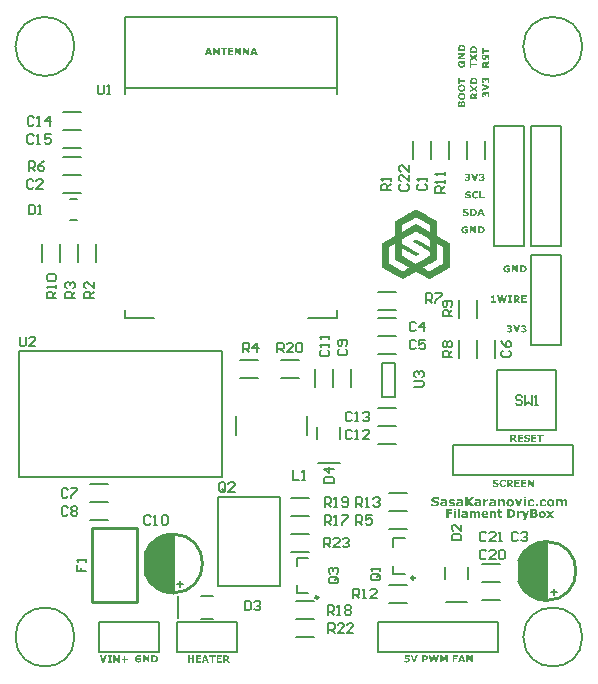
<source format=gto>
G04*
G04 #@! TF.GenerationSoftware,Altium Limited,Altium Designer,23.3.1 (30)*
G04*
G04 Layer_Color=65535*
%FSLAX44Y44*%
%MOMM*%
G71*
G04*
G04 #@! TF.SameCoordinates,39CBC296-F970-41FA-A2E7-6093A4F5A77D*
G04*
G04*
G04 #@! TF.FilePolarity,Positive*
G04*
G01*
G75*
%ADD10C,0.2000*%
%ADD11C,0.2500*%
%ADD12C,0.2540*%
%ADD13C,0.2032*%
%ADD14C,0.1524*%
%ADD15C,0.1275*%
%ADD16C,0.1500*%
G36*
X-106680Y-152800D02*
X-108564D01*
X-112290Y-153365D01*
X-115889Y-154482D01*
X-119280Y-156125D01*
X-122387Y-158259D01*
X-125138Y-160834D01*
X-127472Y-163792D01*
X-129337Y-167067D01*
X-130014Y-168825D01*
X-130014Y-168825D01*
X-130014Y-186775D01*
X-129337Y-188533D01*
X-127472Y-191808D01*
X-125138Y-194766D01*
X-122387Y-197341D01*
X-119280Y-199475D01*
X-115889Y-201118D01*
X-112290Y-202235D01*
X-108564Y-202800D01*
X-106680D01*
D01*
Y-152800D01*
D02*
G37*
G36*
X209550Y-159150D02*
X207666D01*
X203940Y-159715D01*
X200341Y-160832D01*
X196950Y-162475D01*
X193843Y-164609D01*
X191092Y-167184D01*
X188757Y-170142D01*
X186893Y-173417D01*
X186216Y-175175D01*
X186216Y-175175D01*
X186216Y-193125D01*
X186893Y-194883D01*
X188757Y-198158D01*
X191092Y-201116D01*
X193843Y-203691D01*
X196950Y-205825D01*
X200341Y-207468D01*
X203940Y-208585D01*
X207666Y-209150D01*
X209550D01*
D01*
Y-159150D01*
D02*
G37*
G36*
X99444Y121785D02*
X100333D01*
Y121341D01*
X101222D01*
Y120897D01*
X101666D01*
Y120452D01*
X102555D01*
Y120008D01*
X103443D01*
Y119564D01*
X104332D01*
Y119119D01*
X104776D01*
Y118675D01*
X105665D01*
Y118230D01*
X106554D01*
Y117786D01*
X107443D01*
Y117342D01*
X107887D01*
Y116897D01*
X108776D01*
Y116453D01*
X109664D01*
Y116009D01*
X110109D01*
Y115564D01*
X110997D01*
Y115120D01*
X111886D01*
Y114676D01*
X112775D01*
Y114231D01*
X113219D01*
Y113787D01*
X114108D01*
Y113343D01*
X114997D01*
Y112898D01*
X115885D01*
Y112454D01*
X116330D01*
Y112009D01*
X116774D01*
Y99567D01*
X117663D01*
Y99123D01*
X118107D01*
Y98679D01*
X118996D01*
Y98234D01*
X119885D01*
Y97790D01*
X120329D01*
Y97346D01*
X121218D01*
Y96901D01*
X122106D01*
Y96457D01*
X122995D01*
Y96013D01*
X123440D01*
Y95568D01*
X124328D01*
Y95124D01*
X125217D01*
Y94679D01*
X126106D01*
Y94235D01*
X126550D01*
Y93791D01*
X127439D01*
Y93346D01*
X127883D01*
Y72462D01*
X126994D01*
Y72017D01*
X126106D01*
Y71573D01*
X125217D01*
Y71129D01*
X124773D01*
Y70684D01*
X123884D01*
Y70240D01*
X122995D01*
Y69795D01*
X122106D01*
Y69351D01*
X121662D01*
Y68907D01*
X120773D01*
Y68462D01*
X119885D01*
Y68018D01*
X119440D01*
Y67574D01*
X118552D01*
Y67129D01*
X117663D01*
Y66685D01*
X116774D01*
Y66241D01*
X116330D01*
Y65796D01*
X115441D01*
Y65352D01*
X114552D01*
Y64907D01*
X113664D01*
Y64463D01*
X113219D01*
Y64019D01*
X112331D01*
Y63574D01*
X111442D01*
Y63130D01*
X110553D01*
Y62686D01*
X110109D01*
Y63130D01*
X109220D01*
Y63574D01*
X108776D01*
Y64019D01*
X107887D01*
Y64463D01*
X106998D01*
Y64907D01*
X106554D01*
Y65352D01*
X105665D01*
Y65796D01*
X104776D01*
Y66241D01*
X103888D01*
Y66685D01*
X103443D01*
Y67129D01*
X102555D01*
Y67574D01*
X101666D01*
Y68018D01*
X100777D01*
Y68462D01*
X100333D01*
Y68907D01*
X99444D01*
Y69351D01*
X99000D01*
Y68907D01*
X98111D01*
Y68462D01*
X97667D01*
Y68018D01*
X96778D01*
Y67574D01*
X95889D01*
Y67129D01*
X95000D01*
Y66685D01*
X94556D01*
Y66241D01*
X93667D01*
Y65796D01*
X92779D01*
Y65352D01*
X91890D01*
Y64907D01*
X91446D01*
Y64463D01*
X90557D01*
Y64019D01*
X89668D01*
Y63574D01*
X88779D01*
Y63130D01*
X88335D01*
Y62686D01*
X87891D01*
Y63130D01*
X87002D01*
Y63574D01*
X86113D01*
Y64019D01*
X85225D01*
Y64463D01*
X84780D01*
Y64907D01*
X83892D01*
Y65352D01*
X83003D01*
Y65796D01*
X82114D01*
Y66241D01*
X81670D01*
Y66685D01*
X80781D01*
Y67129D01*
X79892D01*
Y67574D01*
X79004D01*
Y68018D01*
X78559D01*
Y68462D01*
X77670D01*
Y68907D01*
X76782D01*
Y69351D01*
X76337D01*
Y69795D01*
X75449D01*
Y70240D01*
X74560D01*
Y70684D01*
X73671D01*
Y71129D01*
X73227D01*
Y71573D01*
X72338D01*
Y72017D01*
X71449D01*
Y72462D01*
X70561D01*
Y93346D01*
X71005D01*
Y93791D01*
X71894D01*
Y94235D01*
X72338D01*
Y94679D01*
X73227D01*
Y95124D01*
X74116D01*
Y95568D01*
X75004D01*
Y96013D01*
X75449D01*
Y96457D01*
X76337D01*
Y96901D01*
X77226D01*
Y97346D01*
X78115D01*
Y97790D01*
X78559D01*
Y98234D01*
X79448D01*
Y98679D01*
X80337D01*
Y99123D01*
X80781D01*
Y99567D01*
X81670D01*
Y112009D01*
X82114D01*
Y112454D01*
X83003D01*
Y112898D01*
X83447D01*
Y113343D01*
X84336D01*
Y113787D01*
X85225D01*
Y114231D01*
X85669D01*
Y114676D01*
X86558D01*
Y115120D01*
X87446D01*
Y115564D01*
X88335D01*
Y116009D01*
X88779D01*
Y116453D01*
X89668D01*
Y116897D01*
X90557D01*
Y117342D01*
X91446D01*
Y117786D01*
X91890D01*
Y118230D01*
X92779D01*
Y118675D01*
X93667D01*
Y119119D01*
X94556D01*
Y119564D01*
X95000D01*
Y120008D01*
X95889D01*
Y120452D01*
X96778D01*
Y120897D01*
X97667D01*
Y121341D01*
X98111D01*
Y121785D01*
X99000D01*
Y122230D01*
X99444D01*
Y121785D01*
D02*
G37*
G36*
X193585Y-68735D02*
X193733Y-68745D01*
X193909Y-68754D01*
X194103Y-68772D01*
X194316Y-68809D01*
X194529Y-68846D01*
X194538D01*
X194556Y-68856D01*
X194584D01*
X194630Y-68865D01*
X194676Y-68874D01*
X194732Y-68893D01*
X194871Y-68920D01*
X195028Y-68967D01*
X195203Y-69013D01*
X195370Y-69068D01*
X195536Y-69133D01*
Y-70501D01*
X195370D01*
X195351Y-70492D01*
X195305Y-70455D01*
X195231Y-70400D01*
X195120Y-70335D01*
X194991Y-70261D01*
X194843Y-70178D01*
X194676Y-70095D01*
X194482Y-70021D01*
X194473D01*
X194455Y-70011D01*
X194427Y-70002D01*
X194390Y-69993D01*
X194344Y-69974D01*
X194288Y-69956D01*
X194149Y-69919D01*
X193992Y-69891D01*
X193807Y-69854D01*
X193613Y-69836D01*
X193410Y-69826D01*
X193290D01*
X193160Y-69836D01*
X193022Y-69854D01*
X193012D01*
X192994Y-69863D01*
X192957D01*
X192911Y-69873D01*
X192790Y-69910D01*
X192661Y-69956D01*
X192652D01*
X192633Y-69965D01*
X192605Y-69984D01*
X192568Y-70002D01*
X192485Y-70058D01*
X192393Y-70141D01*
Y-70150D01*
X192374Y-70159D01*
X192356Y-70187D01*
X192337Y-70224D01*
X192300Y-70307D01*
X192291Y-70363D01*
X192282Y-70418D01*
Y-70427D01*
Y-70455D01*
X192291Y-70501D01*
X192300Y-70557D01*
X192328Y-70612D01*
X192356Y-70677D01*
X192402Y-70732D01*
X192458Y-70788D01*
X192467Y-70797D01*
X192495Y-70806D01*
X192541Y-70834D01*
X192615Y-70862D01*
X192707Y-70899D01*
X192827Y-70936D01*
X192966Y-70973D01*
X193142Y-71010D01*
X193160D01*
X193197Y-71019D01*
X193262Y-71038D01*
X193345Y-71056D01*
X193438Y-71075D01*
X193549Y-71102D01*
X193770Y-71149D01*
X193789D01*
X193826Y-71158D01*
X193881Y-71176D01*
X193965Y-71195D01*
X194066Y-71223D01*
X194177Y-71250D01*
X194297Y-71287D01*
X194427Y-71324D01*
X194436D01*
X194455Y-71333D01*
X194492Y-71343D01*
X194538Y-71361D01*
X194593Y-71389D01*
X194667Y-71417D01*
X194815Y-71481D01*
X194982Y-71574D01*
X195148Y-71676D01*
X195305Y-71796D01*
X195444Y-71934D01*
X195462Y-71953D01*
X195499Y-72008D01*
X195546Y-72092D01*
X195610Y-72203D01*
X195675Y-72351D01*
X195721Y-72526D01*
X195758Y-72720D01*
X195777Y-72942D01*
Y-72951D01*
Y-72979D01*
X195767Y-73025D01*
Y-73090D01*
X195758Y-73164D01*
X195740Y-73257D01*
X195712Y-73349D01*
X195684Y-73451D01*
X195638Y-73571D01*
X195592Y-73682D01*
X195527Y-73802D01*
X195453Y-73922D01*
X195370Y-74042D01*
X195268Y-74163D01*
X195148Y-74274D01*
X195019Y-74384D01*
X195009Y-74394D01*
X194982Y-74412D01*
X194945Y-74431D01*
X194880Y-74468D01*
X194806Y-74514D01*
X194713Y-74560D01*
X194603Y-74606D01*
X194482Y-74653D01*
X194344Y-74708D01*
X194196Y-74754D01*
X194029Y-74801D01*
X193844Y-74847D01*
X193650Y-74884D01*
X193438Y-74902D01*
X193216Y-74921D01*
X192985Y-74930D01*
X192800D01*
X192726Y-74921D01*
X192550Y-74911D01*
X192347Y-74902D01*
X192125Y-74875D01*
X191903Y-74847D01*
X191690Y-74801D01*
X191681D01*
X191662Y-74791D01*
X191635D01*
X191598Y-74773D01*
X191496Y-74745D01*
X191357Y-74708D01*
X191200Y-74662D01*
X191024Y-74606D01*
X190664Y-74477D01*
Y-73035D01*
X190840D01*
X190849Y-73053D01*
X190877Y-73072D01*
X190914Y-73099D01*
X191015Y-73164D01*
X191145Y-73257D01*
X191302Y-73349D01*
X191487Y-73451D01*
X191690Y-73543D01*
X191903Y-73626D01*
X191912D01*
X191931Y-73636D01*
X191958Y-73645D01*
X192005Y-73654D01*
X192060Y-73673D01*
X192115Y-73691D01*
X192263Y-73728D01*
X192439Y-73765D01*
X192633Y-73802D01*
X192837Y-73821D01*
X193040Y-73830D01*
X193142D01*
X193188Y-73821D01*
X193327D01*
X193410Y-73811D01*
X193419D01*
X193447Y-73802D01*
X193493D01*
X193549Y-73793D01*
X193669Y-73765D01*
X193789Y-73728D01*
X193798D01*
X193817Y-73719D01*
X193854Y-73700D01*
X193891Y-73673D01*
X193983Y-73617D01*
X194076Y-73543D01*
X194085Y-73534D01*
X194094Y-73525D01*
X194112Y-73497D01*
X194140Y-73460D01*
X194159Y-73414D01*
X194177Y-73358D01*
X194186Y-73293D01*
X194196Y-73220D01*
Y-73210D01*
Y-73183D01*
X194186Y-73155D01*
X194177Y-73109D01*
X194149Y-73053D01*
X194122Y-72998D01*
X194076Y-72942D01*
X194020Y-72887D01*
X194011Y-72877D01*
X193992Y-72859D01*
X193955Y-72831D01*
X193900Y-72804D01*
X193826Y-72766D01*
X193752Y-72730D01*
X193650Y-72693D01*
X193539Y-72665D01*
X193521D01*
X193484Y-72646D01*
X193410Y-72637D01*
X193317Y-72619D01*
X193216Y-72591D01*
X193095Y-72563D01*
X192957Y-72545D01*
X192818Y-72517D01*
X192800D01*
X192753Y-72508D01*
X192679Y-72489D01*
X192596Y-72461D01*
X192485Y-72443D01*
X192365Y-72406D01*
X192115Y-72332D01*
X192106D01*
X192078Y-72323D01*
X192041Y-72304D01*
X191995Y-72286D01*
X191931Y-72267D01*
X191857Y-72230D01*
X191699Y-72156D01*
X191514Y-72064D01*
X191339Y-71953D01*
X191163Y-71824D01*
X191089Y-71750D01*
X191024Y-71676D01*
Y-71666D01*
X191015Y-71657D01*
X190997Y-71629D01*
X190978Y-71602D01*
X190923Y-71509D01*
X190867Y-71380D01*
X190803Y-71232D01*
X190756Y-71047D01*
X190719Y-70843D01*
X190701Y-70622D01*
Y-70612D01*
Y-70585D01*
X190710Y-70538D01*
Y-70483D01*
X190719Y-70409D01*
X190738Y-70326D01*
X190766Y-70243D01*
X190793Y-70141D01*
X190830Y-70030D01*
X190886Y-69928D01*
X190941Y-69808D01*
X191015Y-69697D01*
X191098Y-69586D01*
X191200Y-69475D01*
X191311Y-69364D01*
X191441Y-69262D01*
X191450Y-69253D01*
X191478Y-69235D01*
X191514Y-69216D01*
X191579Y-69179D01*
X191653Y-69142D01*
X191736Y-69096D01*
X191847Y-69041D01*
X191968Y-68994D01*
X192097Y-68948D01*
X192245Y-68893D01*
X192402Y-68846D01*
X192568Y-68809D01*
X192753Y-68772D01*
X192948Y-68745D01*
X193160Y-68735D01*
X193373Y-68726D01*
X193530D01*
X193585Y-68735D01*
D02*
G37*
G36*
X207130Y-70002D02*
X205263D01*
Y-74819D01*
X203719D01*
Y-70002D01*
X201851D01*
Y-68846D01*
X207130D01*
Y-70002D01*
D02*
G37*
G36*
X201158D02*
X198375D01*
Y-71028D01*
X200954D01*
Y-72184D01*
X198375D01*
Y-73663D01*
X201158D01*
Y-74819D01*
X196831D01*
Y-68846D01*
X201158D01*
Y-70002D01*
D02*
G37*
G36*
X189702D02*
X186919D01*
Y-71028D01*
X189499D01*
Y-72184D01*
X186919D01*
Y-73663D01*
X189702D01*
Y-74819D01*
X185375D01*
Y-68846D01*
X189702D01*
Y-70002D01*
D02*
G37*
G36*
X181844Y-68856D02*
X181982Y-68865D01*
X182130Y-68874D01*
X182287Y-68893D01*
X182435Y-68911D01*
X182454D01*
X182500Y-68920D01*
X182574Y-68939D01*
X182676Y-68967D01*
X182787Y-69004D01*
X182907Y-69050D01*
X183027Y-69105D01*
X183157Y-69170D01*
X183175Y-69179D01*
X183212Y-69207D01*
X183277Y-69253D01*
X183351Y-69309D01*
X183434Y-69392D01*
X183526Y-69475D01*
X183619Y-69577D01*
X183693Y-69697D01*
X183702Y-69715D01*
X183720Y-69752D01*
X183757Y-69817D01*
X183794Y-69910D01*
X183831Y-70030D01*
X183868Y-70168D01*
X183887Y-70316D01*
X183896Y-70492D01*
Y-70501D01*
Y-70520D01*
Y-70557D01*
Y-70603D01*
X183887Y-70658D01*
X183878Y-70723D01*
X183859Y-70871D01*
X183822Y-71047D01*
X183767Y-71223D01*
X183683Y-71407D01*
X183582Y-71574D01*
X183563Y-71592D01*
X183526Y-71639D01*
X183452Y-71722D01*
X183360Y-71814D01*
X183240Y-71925D01*
X183083Y-72045D01*
X182916Y-72156D01*
X182713Y-72267D01*
X184710Y-74819D01*
X182814D01*
X181187Y-72628D01*
X180494D01*
Y-74819D01*
X178950D01*
Y-68846D01*
X181714D01*
X181844Y-68856D01*
D02*
G37*
G36*
X166928Y-106826D02*
X167076Y-106835D01*
X167252Y-106845D01*
X167446Y-106863D01*
X167658Y-106900D01*
X167871Y-106937D01*
X167880D01*
X167899Y-106946D01*
X167927D01*
X167973Y-106956D01*
X168019Y-106965D01*
X168074Y-106983D01*
X168213Y-107011D01*
X168370Y-107057D01*
X168546Y-107104D01*
X168712Y-107159D01*
X168879Y-107224D01*
Y-108592D01*
X168712D01*
X168694Y-108583D01*
X168648Y-108546D01*
X168574Y-108490D01*
X168463Y-108426D01*
X168333Y-108352D01*
X168185Y-108268D01*
X168019Y-108185D01*
X167825Y-108111D01*
X167816D01*
X167797Y-108102D01*
X167769Y-108093D01*
X167732Y-108084D01*
X167686Y-108065D01*
X167631Y-108047D01*
X167492Y-108010D01*
X167335Y-107982D01*
X167150Y-107945D01*
X166956Y-107926D01*
X166752Y-107917D01*
X166632D01*
X166503Y-107926D01*
X166364Y-107945D01*
X166355D01*
X166336Y-107954D01*
X166299D01*
X166253Y-107963D01*
X166133Y-108000D01*
X166003Y-108047D01*
X165994D01*
X165976Y-108056D01*
X165948Y-108074D01*
X165911Y-108093D01*
X165828Y-108148D01*
X165735Y-108231D01*
Y-108241D01*
X165717Y-108250D01*
X165698Y-108278D01*
X165680Y-108315D01*
X165643Y-108398D01*
X165634Y-108453D01*
X165624Y-108509D01*
Y-108518D01*
Y-108546D01*
X165634Y-108592D01*
X165643Y-108648D01*
X165671Y-108703D01*
X165698Y-108768D01*
X165745Y-108823D01*
X165800Y-108879D01*
X165809Y-108888D01*
X165837Y-108897D01*
X165883Y-108925D01*
X165957Y-108953D01*
X166050Y-108990D01*
X166170Y-109027D01*
X166308Y-109064D01*
X166484Y-109101D01*
X166503D01*
X166540Y-109110D01*
X166604Y-109128D01*
X166688Y-109147D01*
X166780Y-109165D01*
X166891Y-109193D01*
X167113Y-109239D01*
X167131D01*
X167168Y-109249D01*
X167224Y-109267D01*
X167307Y-109285D01*
X167409Y-109313D01*
X167520Y-109341D01*
X167640Y-109378D01*
X167769Y-109415D01*
X167779D01*
X167797Y-109424D01*
X167834Y-109433D01*
X167880Y-109452D01*
X167936Y-109480D01*
X168010Y-109507D01*
X168158Y-109572D01*
X168324Y-109665D01*
X168491Y-109766D01*
X168648Y-109887D01*
X168786Y-110025D01*
X168805Y-110044D01*
X168842Y-110099D01*
X168888Y-110182D01*
X168953Y-110293D01*
X169018Y-110441D01*
X169064Y-110617D01*
X169101Y-110811D01*
X169119Y-111033D01*
Y-111042D01*
Y-111070D01*
X169110Y-111116D01*
Y-111181D01*
X169101Y-111255D01*
X169082Y-111347D01*
X169055Y-111440D01*
X169027Y-111542D01*
X168981Y-111662D01*
X168934Y-111773D01*
X168870Y-111893D01*
X168796Y-112013D01*
X168712Y-112133D01*
X168611Y-112253D01*
X168491Y-112364D01*
X168361Y-112475D01*
X168352Y-112485D01*
X168324Y-112503D01*
X168287Y-112521D01*
X168222Y-112558D01*
X168148Y-112605D01*
X168056Y-112651D01*
X167945Y-112697D01*
X167825Y-112743D01*
X167686Y-112799D01*
X167538Y-112845D01*
X167372Y-112891D01*
X167187Y-112937D01*
X166993Y-112975D01*
X166780Y-112993D01*
X166558Y-113012D01*
X166327Y-113021D01*
X166142D01*
X166068Y-113012D01*
X165893Y-113002D01*
X165689Y-112993D01*
X165467Y-112965D01*
X165245Y-112937D01*
X165033Y-112891D01*
X165023D01*
X165005Y-112882D01*
X164977D01*
X164940Y-112864D01*
X164839Y-112836D01*
X164700Y-112799D01*
X164543Y-112753D01*
X164367Y-112697D01*
X164006Y-112568D01*
Y-111125D01*
X164182D01*
X164191Y-111144D01*
X164219Y-111162D01*
X164256Y-111190D01*
X164358Y-111255D01*
X164487Y-111347D01*
X164644Y-111440D01*
X164829Y-111542D01*
X165033Y-111634D01*
X165245Y-111717D01*
X165254D01*
X165273Y-111726D01*
X165301Y-111736D01*
X165347Y-111745D01*
X165403Y-111763D01*
X165458Y-111782D01*
X165606Y-111819D01*
X165781Y-111856D01*
X165976Y-111893D01*
X166179Y-111911D01*
X166383Y-111920D01*
X166484D01*
X166530Y-111911D01*
X166669D01*
X166752Y-111902D01*
X166762D01*
X166789Y-111893D01*
X166835D01*
X166891Y-111883D01*
X167011Y-111856D01*
X167131Y-111819D01*
X167141D01*
X167159Y-111810D01*
X167196Y-111791D01*
X167233Y-111763D01*
X167325Y-111708D01*
X167418Y-111634D01*
X167427Y-111625D01*
X167437Y-111615D01*
X167455Y-111588D01*
X167483Y-111551D01*
X167501Y-111504D01*
X167520Y-111449D01*
X167529Y-111384D01*
X167538Y-111310D01*
Y-111301D01*
Y-111273D01*
X167529Y-111246D01*
X167520Y-111199D01*
X167492Y-111144D01*
X167464Y-111088D01*
X167418Y-111033D01*
X167362Y-110977D01*
X167353Y-110968D01*
X167335Y-110950D01*
X167298Y-110922D01*
X167242Y-110894D01*
X167168Y-110857D01*
X167094Y-110820D01*
X166993Y-110783D01*
X166882Y-110756D01*
X166863D01*
X166826Y-110737D01*
X166752Y-110728D01*
X166660Y-110709D01*
X166558Y-110682D01*
X166438Y-110654D01*
X166299Y-110635D01*
X166161Y-110608D01*
X166142D01*
X166096Y-110598D01*
X166022Y-110580D01*
X165939Y-110552D01*
X165828Y-110534D01*
X165708Y-110497D01*
X165458Y-110423D01*
X165449D01*
X165421Y-110414D01*
X165384Y-110395D01*
X165338Y-110377D01*
X165273Y-110358D01*
X165199Y-110321D01*
X165042Y-110247D01*
X164857Y-110155D01*
X164681Y-110044D01*
X164506Y-109914D01*
X164432Y-109840D01*
X164367Y-109766D01*
Y-109757D01*
X164358Y-109748D01*
X164339Y-109720D01*
X164321Y-109692D01*
X164265Y-109600D01*
X164210Y-109470D01*
X164145Y-109323D01*
X164099Y-109138D01*
X164062Y-108934D01*
X164043Y-108712D01*
Y-108703D01*
Y-108675D01*
X164053Y-108629D01*
Y-108574D01*
X164062Y-108500D01*
X164080Y-108416D01*
X164108Y-108333D01*
X164136Y-108231D01*
X164173Y-108121D01*
X164228Y-108019D01*
X164284Y-107899D01*
X164358Y-107788D01*
X164441Y-107677D01*
X164543Y-107566D01*
X164654Y-107455D01*
X164783Y-107353D01*
X164792Y-107344D01*
X164820Y-107325D01*
X164857Y-107307D01*
X164922Y-107270D01*
X164996Y-107233D01*
X165079Y-107187D01*
X165190Y-107131D01*
X165310Y-107085D01*
X165439Y-107039D01*
X165587Y-106983D01*
X165745Y-106937D01*
X165911Y-106900D01*
X166096Y-106863D01*
X166290Y-106835D01*
X166503Y-106826D01*
X166715Y-106817D01*
X166873D01*
X166928Y-106826D01*
D02*
G37*
G36*
X173104D02*
X173206D01*
X173326Y-106835D01*
X173557Y-106863D01*
X173576D01*
X173613Y-106872D01*
X173668Y-106882D01*
X173742Y-106891D01*
X173825Y-106909D01*
X173918Y-106928D01*
X174112Y-106974D01*
X174121D01*
X174158Y-106983D01*
X174204Y-107002D01*
X174278Y-107020D01*
X174352Y-107048D01*
X174435Y-107076D01*
X174602Y-107150D01*
X174611D01*
X174639Y-107168D01*
X174685Y-107187D01*
X174731Y-107205D01*
X174861Y-107261D01*
X174990Y-107316D01*
Y-108768D01*
X174796D01*
X174787Y-108749D01*
X174759Y-108731D01*
X174731Y-108703D01*
X174639Y-108638D01*
X174519Y-108546D01*
X174509Y-108537D01*
X174491Y-108518D01*
X174454Y-108500D01*
X174408Y-108463D01*
X174352Y-108426D01*
X174287Y-108379D01*
X174140Y-108287D01*
X174130Y-108278D01*
X174103Y-108268D01*
X174056Y-108241D01*
X174001Y-108213D01*
X173927Y-108176D01*
X173844Y-108139D01*
X173659Y-108065D01*
X173650D01*
X173613Y-108047D01*
X173566Y-108037D01*
X173502Y-108019D01*
X173418Y-108000D01*
X173326Y-107991D01*
X173113Y-107973D01*
X173058D01*
X172993Y-107982D01*
X172919D01*
X172817Y-108000D01*
X172716Y-108019D01*
X172605Y-108047D01*
X172494Y-108084D01*
X172485D01*
X172448Y-108102D01*
X172392Y-108130D01*
X172318Y-108167D01*
X172235Y-108213D01*
X172143Y-108268D01*
X172050Y-108333D01*
X171958Y-108416D01*
X171948Y-108426D01*
X171921Y-108463D01*
X171874Y-108509D01*
X171819Y-108583D01*
X171754Y-108666D01*
X171689Y-108768D01*
X171625Y-108888D01*
X171569Y-109027D01*
X171560Y-109045D01*
X171551Y-109091D01*
X171523Y-109175D01*
X171505Y-109276D01*
X171477Y-109415D01*
X171449Y-109572D01*
X171440Y-109748D01*
X171431Y-109942D01*
Y-109951D01*
Y-109970D01*
Y-109997D01*
Y-110034D01*
X171440Y-110136D01*
X171449Y-110266D01*
X171468Y-110414D01*
X171495Y-110571D01*
X171532Y-110728D01*
X171588Y-110876D01*
X171597Y-110894D01*
X171616Y-110941D01*
X171653Y-111005D01*
X171699Y-111088D01*
X171754Y-111190D01*
X171819Y-111283D01*
X171902Y-111384D01*
X171985Y-111468D01*
X171995Y-111477D01*
X172032Y-111504D01*
X172078Y-111542D01*
X172143Y-111588D01*
X172226Y-111643D01*
X172309Y-111689D01*
X172411Y-111745D01*
X172522Y-111782D01*
X172540D01*
X172577Y-111800D01*
X172633Y-111810D01*
X172716Y-111828D01*
X172799Y-111847D01*
X172901Y-111856D01*
X173123Y-111874D01*
X173169D01*
X173224Y-111865D01*
X173298D01*
X173381Y-111856D01*
X173474Y-111837D01*
X173677Y-111791D01*
X173687D01*
X173724Y-111773D01*
X173779Y-111754D01*
X173844Y-111736D01*
X173927Y-111699D01*
X174010Y-111662D01*
X174186Y-111569D01*
X174195Y-111560D01*
X174223Y-111551D01*
X174260Y-111523D01*
X174306Y-111495D01*
X174417Y-111412D01*
X174546Y-111320D01*
X174556Y-111310D01*
X174574Y-111301D01*
X174602Y-111273D01*
X174648Y-111246D01*
X174731Y-111172D01*
X174824Y-111088D01*
X174990D01*
Y-112521D01*
X174981D01*
X174953Y-112540D01*
X174907Y-112558D01*
X174851Y-112586D01*
X174787Y-112614D01*
X174713Y-112642D01*
X174556Y-112716D01*
X174546D01*
X174519Y-112725D01*
X174482Y-112743D01*
X174426Y-112762D01*
X174361Y-112790D01*
X174287Y-112817D01*
X174130Y-112864D01*
X174121D01*
X174084Y-112873D01*
X174019Y-112891D01*
X173955Y-112910D01*
X173862Y-112928D01*
X173770Y-112947D01*
X173576Y-112984D01*
X173566D01*
X173529Y-112993D01*
X173474Y-113002D01*
X173391D01*
X173298Y-113012D01*
X173178Y-113021D01*
X173030Y-113030D01*
X172762D01*
X172697Y-113021D01*
X172633D01*
X172466Y-113002D01*
X172281Y-112984D01*
X172078Y-112947D01*
X171856Y-112901D01*
X171643Y-112836D01*
X171634D01*
X171616Y-112827D01*
X171588Y-112817D01*
X171551Y-112799D01*
X171440Y-112753D01*
X171310Y-112688D01*
X171162Y-112605D01*
X170996Y-112512D01*
X170830Y-112392D01*
X170672Y-112253D01*
Y-112244D01*
X170654Y-112235D01*
X170608Y-112179D01*
X170534Y-112096D01*
X170451Y-111985D01*
X170349Y-111847D01*
X170247Y-111680D01*
X170145Y-111495D01*
X170053Y-111283D01*
Y-111273D01*
X170044Y-111255D01*
X170035Y-111227D01*
X170016Y-111181D01*
X169998Y-111125D01*
X169979Y-111061D01*
X169960Y-110977D01*
X169942Y-110894D01*
X169905Y-110700D01*
X169868Y-110469D01*
X169840Y-110210D01*
X169831Y-109933D01*
Y-109923D01*
Y-109905D01*
Y-109859D01*
Y-109812D01*
X169840Y-109748D01*
Y-109674D01*
X169859Y-109507D01*
X169877Y-109304D01*
X169914Y-109091D01*
X169970Y-108869D01*
X170035Y-108648D01*
Y-108638D01*
X170044Y-108620D01*
X170053Y-108592D01*
X170072Y-108546D01*
X170099Y-108500D01*
X170127Y-108444D01*
X170192Y-108306D01*
X170275Y-108148D01*
X170386Y-107982D01*
X170515Y-107816D01*
X170654Y-107649D01*
X170663Y-107640D01*
X170672Y-107631D01*
X170728Y-107584D01*
X170811Y-107510D01*
X170922Y-107427D01*
X171061Y-107325D01*
X171227Y-107224D01*
X171412Y-107122D01*
X171616Y-107039D01*
X171625D01*
X171643Y-107030D01*
X171671Y-107020D01*
X171717Y-107002D01*
X171773Y-106983D01*
X171837Y-106965D01*
X171911Y-106946D01*
X171995Y-106928D01*
X172180Y-106891D01*
X172392Y-106854D01*
X172623Y-106826D01*
X172873Y-106817D01*
X173012D01*
X173104Y-106826D01*
D02*
G37*
G36*
X199214Y-112910D02*
X197725D01*
X195182Y-108814D01*
Y-112910D01*
X193768D01*
Y-106937D01*
X195608D01*
X197799Y-110367D01*
Y-106937D01*
X199214D01*
Y-112910D01*
D02*
G37*
G36*
X192483Y-108093D02*
X189700D01*
Y-109119D01*
X192279D01*
Y-110275D01*
X189700D01*
Y-111754D01*
X192483D01*
Y-112910D01*
X188156D01*
Y-106937D01*
X192483D01*
Y-108093D01*
D02*
G37*
G36*
X186871D02*
X184088D01*
Y-109119D01*
X186667D01*
Y-110275D01*
X184088D01*
Y-111754D01*
X186871D01*
Y-112910D01*
X182544D01*
Y-106937D01*
X186871D01*
Y-108093D01*
D02*
G37*
G36*
X179012Y-106946D02*
X179151Y-106956D01*
X179299Y-106965D01*
X179456Y-106983D01*
X179604Y-107002D01*
X179622D01*
X179668Y-107011D01*
X179742Y-107030D01*
X179844Y-107057D01*
X179955Y-107094D01*
X180075Y-107141D01*
X180195Y-107196D01*
X180325Y-107261D01*
X180343Y-107270D01*
X180380Y-107298D01*
X180445Y-107344D01*
X180519Y-107399D01*
X180602Y-107483D01*
X180695Y-107566D01*
X180787Y-107668D01*
X180861Y-107788D01*
X180870Y-107806D01*
X180889Y-107843D01*
X180926Y-107908D01*
X180963Y-108000D01*
X181000Y-108121D01*
X181037Y-108259D01*
X181055Y-108407D01*
X181064Y-108583D01*
Y-108592D01*
Y-108611D01*
Y-108648D01*
Y-108694D01*
X181055Y-108749D01*
X181046Y-108814D01*
X181028Y-108962D01*
X180991Y-109138D01*
X180935Y-109313D01*
X180852Y-109498D01*
X180750Y-109665D01*
X180732Y-109683D01*
X180695Y-109729D01*
X180621Y-109812D01*
X180528Y-109905D01*
X180408Y-110016D01*
X180251Y-110136D01*
X180084Y-110247D01*
X179881Y-110358D01*
X181878Y-112910D01*
X179983D01*
X178356Y-110719D01*
X177662D01*
Y-112910D01*
X176118D01*
Y-106937D01*
X178883D01*
X179012Y-106946D01*
D02*
G37*
G36*
X174913Y43180D02*
X173211D01*
X172130Y47063D01*
X171094Y43180D01*
X169384D01*
X167784Y49153D01*
X169384D01*
X170308Y45038D01*
X171409Y49153D01*
X172943D01*
X173997Y45038D01*
X174959Y49153D01*
X176521D01*
X174913Y43180D01*
D02*
G37*
G36*
X192785Y47997D02*
X190002D01*
Y46971D01*
X192581D01*
Y45815D01*
X190002D01*
Y44336D01*
X192785D01*
Y43180D01*
X188458D01*
Y49153D01*
X192785D01*
Y47997D01*
D02*
G37*
G36*
X184926Y49143D02*
X185064Y49134D01*
X185212Y49125D01*
X185369Y49106D01*
X185517Y49088D01*
X185536D01*
X185582Y49079D01*
X185656Y49060D01*
X185758Y49033D01*
X185869Y48995D01*
X185989Y48949D01*
X186109Y48894D01*
X186239Y48829D01*
X186257Y48820D01*
X186294Y48792D01*
X186359Y48746D01*
X186433Y48690D01*
X186516Y48607D01*
X186608Y48524D01*
X186701Y48422D01*
X186775Y48302D01*
X186784Y48284D01*
X186803Y48247D01*
X186840Y48182D01*
X186877Y48089D01*
X186914Y47969D01*
X186950Y47831D01*
X186969Y47683D01*
X186978Y47507D01*
Y47498D01*
Y47479D01*
Y47442D01*
Y47396D01*
X186969Y47340D01*
X186960Y47276D01*
X186941Y47128D01*
X186904Y46952D01*
X186849Y46776D01*
X186766Y46592D01*
X186664Y46425D01*
X186645Y46407D01*
X186608Y46361D01*
X186534Y46277D01*
X186442Y46185D01*
X186322Y46074D01*
X186165Y45954D01*
X185998Y45843D01*
X185795Y45732D01*
X187792Y43180D01*
X185896D01*
X184269Y45371D01*
X183576D01*
Y43180D01*
X182032D01*
Y49153D01*
X184796D01*
X184926Y49143D01*
D02*
G37*
G36*
X180784Y48089D02*
X179804D01*
Y44243D01*
X180784D01*
Y43180D01*
X177280D01*
Y44243D01*
X178260D01*
Y48089D01*
X177280D01*
Y49153D01*
X180784D01*
Y48089D01*
D02*
G37*
G36*
X165501Y44225D02*
X166730D01*
Y43180D01*
X162745D01*
Y44225D01*
X164003D01*
Y47387D01*
X162745D01*
Y48358D01*
X162921D01*
X163004Y48367D01*
X163097D01*
X163291Y48385D01*
X163300D01*
X163337Y48394D01*
X163383Y48404D01*
X163448Y48413D01*
X163596Y48450D01*
X163735Y48506D01*
X163744Y48515D01*
X163772Y48524D01*
X163809Y48542D01*
X163846Y48579D01*
X163947Y48653D01*
X163994Y48709D01*
X164040Y48764D01*
X164049Y48774D01*
X164058Y48792D01*
X164077Y48829D01*
X164095Y48875D01*
X164123Y48931D01*
X164142Y49005D01*
X164160Y49079D01*
X164169Y49171D01*
X165501D01*
Y44225D01*
D02*
G37*
G36*
X138011Y261611D02*
X138085D01*
X138169Y261602D01*
X138270Y261592D01*
X138372Y261574D01*
X138603Y261528D01*
X138853Y261454D01*
X139112Y261361D01*
X139370Y261232D01*
X139380D01*
X139398Y261213D01*
X139435Y261195D01*
X139481Y261167D01*
X139537Y261130D01*
X139592Y261084D01*
X139740Y260973D01*
X139907Y260834D01*
X140073Y260668D01*
X140230Y260483D01*
X140378Y260270D01*
Y260261D01*
X140387Y260252D01*
X140424Y260196D01*
X140471Y260104D01*
X140526Y259984D01*
X140582Y259845D01*
X140646Y259678D01*
X140702Y259503D01*
X140748Y259309D01*
Y259281D01*
X140757Y259253D01*
X140767Y259216D01*
X140776Y259170D01*
Y259105D01*
X140785Y259041D01*
X140794Y258957D01*
X140813Y258782D01*
X140831Y258569D01*
X140841Y258329D01*
X140850Y258070D01*
Y255971D01*
X134877D01*
Y258319D01*
X134886Y258393D01*
X134896Y258569D01*
X134905Y258763D01*
X134933Y258976D01*
X134960Y259188D01*
X135007Y259392D01*
Y259401D01*
X135016Y259419D01*
Y259447D01*
X135025Y259484D01*
X135053Y259577D01*
X135090Y259706D01*
X135145Y259845D01*
X135201Y259993D01*
X135266Y260150D01*
X135349Y260289D01*
Y260298D01*
X135367Y260316D01*
X135386Y260344D01*
X135413Y260390D01*
X135460Y260446D01*
X135506Y260501D01*
X135617Y260640D01*
X135765Y260797D01*
X135940Y260964D01*
X136135Y261121D01*
X136366Y261259D01*
X136375D01*
X136393Y261278D01*
X136430Y261296D01*
X136477Y261315D01*
X136541Y261343D01*
X136615Y261370D01*
X136699Y261407D01*
X136791Y261444D01*
X136902Y261472D01*
X137013Y261509D01*
X137272Y261565D01*
X137558Y261602D01*
X137873Y261620D01*
X137882D01*
X137910D01*
X137956D01*
X138011Y261611D01*
D02*
G37*
G36*
X140850Y252966D02*
X136754Y250424D01*
X140850D01*
Y249009D01*
X134877D01*
Y250849D01*
X138307Y253040D01*
X134877D01*
Y254455D01*
X140850D01*
Y252966D01*
D02*
G37*
G36*
X140517Y247613D02*
X140535Y247557D01*
X140563Y247465D01*
X140609Y247345D01*
X140656Y247188D01*
X140702Y247012D01*
X140767Y246799D01*
X140822Y246559D01*
Y246550D01*
X140831Y246531D01*
Y246494D01*
X140841Y246448D01*
X140859Y246383D01*
X140868Y246318D01*
X140878Y246235D01*
X140896Y246152D01*
X140924Y245949D01*
X140942Y245727D01*
X140961Y245496D01*
X140970Y245246D01*
Y245181D01*
X140961Y245098D01*
Y244996D01*
X140942Y244867D01*
X140924Y244719D01*
X140905Y244553D01*
X140868Y244377D01*
X140822Y244192D01*
X140767Y243998D01*
X140702Y243794D01*
X140619Y243600D01*
X140526Y243397D01*
X140415Y243212D01*
X140295Y243027D01*
X140147Y242861D01*
X140138Y242851D01*
X140110Y242824D01*
X140064Y242778D01*
X139990Y242731D01*
X139907Y242657D01*
X139805Y242593D01*
X139685Y242509D01*
X139546Y242435D01*
X139389Y242352D01*
X139223Y242269D01*
X139038Y242204D01*
X138825Y242139D01*
X138612Y242084D01*
X138372Y242038D01*
X138122Y242010D01*
X137854Y242001D01*
X137836D01*
X137789D01*
X137725Y242010D01*
X137623Y242019D01*
X137503Y242029D01*
X137374Y242047D01*
X137216Y242075D01*
X137050Y242112D01*
X136883Y242158D01*
X136699Y242213D01*
X136514Y242288D01*
X136329Y242371D01*
X136135Y242463D01*
X135959Y242583D01*
X135783Y242713D01*
X135617Y242870D01*
X135608Y242879D01*
X135580Y242907D01*
X135534Y242962D01*
X135478Y243027D01*
X135413Y243120D01*
X135349Y243230D01*
X135266Y243351D01*
X135182Y243499D01*
X135108Y243665D01*
X135025Y243841D01*
X134960Y244044D01*
X134886Y244257D01*
X134840Y244488D01*
X134794Y244747D01*
X134766Y245006D01*
X134757Y245292D01*
Y245449D01*
X134766Y245505D01*
Y245653D01*
X134785Y245828D01*
X134803Y246013D01*
X134831Y246208D01*
X134868Y246411D01*
Y246420D01*
X134877Y246439D01*
Y246467D01*
X134886Y246503D01*
X134905Y246559D01*
X134923Y246614D01*
X134960Y246762D01*
X135016Y246938D01*
X135090Y247141D01*
X135182Y247363D01*
X135293Y247604D01*
X136689D01*
Y247419D01*
X136671Y247409D01*
X136652Y247382D01*
X136625Y247345D01*
X136597Y247299D01*
X136560Y247243D01*
X136514Y247169D01*
X136458Y247095D01*
X136449Y247086D01*
X136430Y247058D01*
X136403Y247021D01*
X136366Y246966D01*
X136320Y246901D01*
X136283Y246827D01*
X136190Y246679D01*
X136181Y246670D01*
X136172Y246642D01*
X136144Y246587D01*
X136116Y246522D01*
X136079Y246448D01*
X136042Y246355D01*
X136005Y246245D01*
X135968Y246134D01*
Y246124D01*
X135950Y246078D01*
X135940Y246023D01*
X135922Y245940D01*
X135903Y245838D01*
X135894Y245727D01*
X135876Y245607D01*
Y245413D01*
X135885Y245329D01*
X135894Y245237D01*
X135903Y245117D01*
X135922Y244996D01*
X135959Y244867D01*
X135996Y244737D01*
X136005Y244719D01*
X136014Y244682D01*
X136051Y244617D01*
X136088Y244534D01*
X136135Y244442D01*
X136199Y244340D01*
X136273Y244238D01*
X136366Y244137D01*
X136375Y244127D01*
X136412Y244100D01*
X136458Y244053D01*
X136532Y243998D01*
X136625Y243933D01*
X136726Y243868D01*
X136847Y243794D01*
X136985Y243739D01*
X137004Y243730D01*
X137050Y243720D01*
X137124Y243693D01*
X137226Y243674D01*
X137355Y243647D01*
X137503Y243619D01*
X137660Y243610D01*
X137836Y243600D01*
X137845D01*
X137882D01*
X137928D01*
X138002Y243610D01*
X138085Y243619D01*
X138178Y243628D01*
X138279Y243647D01*
X138400Y243665D01*
X138640Y243730D01*
X138890Y243822D01*
X139019Y243878D01*
X139139Y243952D01*
X139250Y244026D01*
X139352Y244118D01*
X139361Y244127D01*
X139370Y244146D01*
X139398Y244174D01*
X139435Y244220D01*
X139472Y244275D01*
X139518Y244340D01*
X139565Y244423D01*
X139611Y244506D01*
X139657Y244617D01*
X139703Y244728D01*
X139750Y244858D01*
X139787Y244996D01*
X139824Y245144D01*
X139851Y245311D01*
X139860Y245486D01*
X139870Y245671D01*
Y245995D01*
X139860Y246069D01*
X138686D01*
Y244876D01*
X137558D01*
Y247631D01*
X140508D01*
X140517Y247613D01*
D02*
G37*
G36*
X148066Y260120D02*
X148140D01*
X148223Y260111D01*
X148325Y260101D01*
X148427Y260083D01*
X148658Y260037D01*
X148908Y259963D01*
X149166Y259870D01*
X149425Y259741D01*
X149434D01*
X149453Y259722D01*
X149490Y259704D01*
X149536Y259676D01*
X149592Y259639D01*
X149647Y259593D01*
X149795Y259482D01*
X149962Y259343D01*
X150128Y259177D01*
X150285Y258992D01*
X150433Y258779D01*
Y258770D01*
X150442Y258761D01*
X150479Y258705D01*
X150526Y258613D01*
X150581Y258493D01*
X150637Y258354D01*
X150701Y258188D01*
X150757Y258012D01*
X150803Y257818D01*
Y257790D01*
X150812Y257762D01*
X150821Y257725D01*
X150831Y257679D01*
Y257614D01*
X150840Y257550D01*
X150849Y257466D01*
X150868Y257291D01*
X150886Y257078D01*
X150895Y256838D01*
X150905Y256579D01*
Y254480D01*
X144932D01*
Y256828D01*
X144941Y256902D01*
X144950Y257078D01*
X144960Y257272D01*
X144987Y257485D01*
X145015Y257698D01*
X145061Y257901D01*
Y257910D01*
X145071Y257929D01*
Y257956D01*
X145080Y257993D01*
X145108Y258086D01*
X145145Y258215D01*
X145200Y258354D01*
X145255Y258502D01*
X145320Y258659D01*
X145403Y258798D01*
Y258807D01*
X145422Y258825D01*
X145441Y258853D01*
X145468Y258899D01*
X145514Y258955D01*
X145561Y259010D01*
X145672Y259149D01*
X145820Y259306D01*
X145995Y259473D01*
X146189Y259630D01*
X146420Y259769D01*
X146430D01*
X146448Y259787D01*
X146485Y259806D01*
X146531Y259824D01*
X146596Y259852D01*
X146670Y259879D01*
X146753Y259916D01*
X146846Y259953D01*
X146957Y259981D01*
X147068Y260018D01*
X147327Y260074D01*
X147613Y260111D01*
X147928Y260129D01*
X147937D01*
X147964D01*
X148011D01*
X148066Y260120D01*
D02*
G37*
G36*
X150905Y251836D02*
X148945Y250551D01*
X150905Y249229D01*
Y247537D01*
X147900Y249654D01*
X144932Y247583D01*
Y249358D01*
X146800Y250606D01*
X144932Y251891D01*
Y253602D01*
X147835Y251503D01*
X150905Y253629D01*
Y251836D01*
D02*
G37*
G36*
X146088Y245419D02*
X150905D01*
Y243875D01*
X146088D01*
Y242008D01*
X144932D01*
Y247287D01*
X146088D01*
Y245419D01*
D02*
G37*
G36*
X156362Y257083D02*
X161179D01*
Y255539D01*
X156362D01*
Y253671D01*
X155206D01*
Y258950D01*
X156362D01*
Y257083D01*
D02*
G37*
G36*
X159385Y253200D02*
X159450D01*
X159524Y253190D01*
X159616Y253172D01*
X159709Y253144D01*
X159811Y253116D01*
X159931Y253070D01*
X160042Y253024D01*
X160162Y252959D01*
X160282Y252885D01*
X160402Y252802D01*
X160523Y252700D01*
X160634Y252580D01*
X160744Y252451D01*
X160754Y252442D01*
X160772Y252414D01*
X160791Y252377D01*
X160828Y252312D01*
X160874Y252238D01*
X160920Y252146D01*
X160966Y252035D01*
X161013Y251915D01*
X161068Y251776D01*
X161114Y251628D01*
X161161Y251461D01*
X161207Y251276D01*
X161244Y251082D01*
X161262Y250870D01*
X161281Y250648D01*
X161290Y250417D01*
Y250232D01*
X161281Y250158D01*
X161271Y249982D01*
X161262Y249779D01*
X161234Y249557D01*
X161207Y249335D01*
X161161Y249122D01*
Y249113D01*
X161151Y249095D01*
Y249067D01*
X161133Y249030D01*
X161105Y248928D01*
X161068Y248789D01*
X161022Y248632D01*
X160966Y248457D01*
X160837Y248096D01*
X159395D01*
Y248272D01*
X159413Y248281D01*
X159432Y248309D01*
X159459Y248346D01*
X159524Y248447D01*
X159616Y248577D01*
X159709Y248734D01*
X159811Y248919D01*
X159903Y249122D01*
X159986Y249335D01*
Y249344D01*
X159996Y249363D01*
X160005Y249390D01*
X160014Y249437D01*
X160033Y249492D01*
X160051Y249548D01*
X160088Y249695D01*
X160125Y249871D01*
X160162Y250065D01*
X160180Y250269D01*
X160190Y250472D01*
Y250574D01*
X160180Y250620D01*
Y250759D01*
X160171Y250842D01*
Y250851D01*
X160162Y250879D01*
Y250925D01*
X160153Y250981D01*
X160125Y251101D01*
X160088Y251221D01*
Y251230D01*
X160079Y251249D01*
X160060Y251286D01*
X160033Y251323D01*
X159977Y251415D01*
X159903Y251508D01*
X159894Y251517D01*
X159885Y251526D01*
X159857Y251545D01*
X159820Y251572D01*
X159774Y251591D01*
X159718Y251609D01*
X159654Y251619D01*
X159579Y251628D01*
X159570D01*
X159543D01*
X159515Y251619D01*
X159469Y251609D01*
X159413Y251582D01*
X159358Y251554D01*
X159302Y251508D01*
X159247Y251452D01*
X159237Y251443D01*
X159219Y251424D01*
X159191Y251388D01*
X159164Y251332D01*
X159127Y251258D01*
X159089Y251184D01*
X159052Y251082D01*
X159025Y250971D01*
Y250953D01*
X159006Y250916D01*
X158997Y250842D01*
X158979Y250749D01*
X158951Y250648D01*
X158923Y250528D01*
X158905Y250389D01*
X158877Y250250D01*
Y250232D01*
X158868Y250186D01*
X158849Y250112D01*
X158821Y250028D01*
X158803Y249917D01*
X158766Y249797D01*
X158692Y249548D01*
Y249538D01*
X158683Y249511D01*
X158664Y249474D01*
X158646Y249427D01*
X158627Y249363D01*
X158590Y249289D01*
X158516Y249132D01*
X158424Y248947D01*
X158313Y248771D01*
X158183Y248595D01*
X158110Y248521D01*
X158035Y248457D01*
X158026D01*
X158017Y248447D01*
X157989Y248429D01*
X157962Y248410D01*
X157869Y248355D01*
X157740Y248299D01*
X157592Y248235D01*
X157407Y248188D01*
X157203Y248151D01*
X156981Y248133D01*
X156972D01*
X156945D01*
X156898Y248142D01*
X156843D01*
X156769Y248151D01*
X156686Y248170D01*
X156602Y248198D01*
X156501Y248225D01*
X156390Y248262D01*
X156288Y248318D01*
X156168Y248373D01*
X156057Y248447D01*
X155946Y248531D01*
X155835Y248632D01*
X155724Y248743D01*
X155622Y248873D01*
X155613Y248882D01*
X155595Y248910D01*
X155576Y248947D01*
X155539Y249011D01*
X155502Y249085D01*
X155456Y249168D01*
X155400Y249279D01*
X155354Y249400D01*
X155308Y249529D01*
X155253Y249677D01*
X155206Y249834D01*
X155169Y250001D01*
X155132Y250186D01*
X155105Y250380D01*
X155095Y250592D01*
X155086Y250805D01*
Y250962D01*
X155095Y251018D01*
X155105Y251166D01*
X155114Y251341D01*
X155132Y251535D01*
X155169Y251748D01*
X155206Y251961D01*
Y251970D01*
X155216Y251988D01*
Y252016D01*
X155225Y252062D01*
X155234Y252109D01*
X155253Y252164D01*
X155280Y252303D01*
X155326Y252460D01*
X155373Y252636D01*
X155428Y252802D01*
X155493Y252969D01*
X156861D01*
Y252802D01*
X156852Y252784D01*
X156815Y252737D01*
X156760Y252663D01*
X156695Y252552D01*
X156621Y252423D01*
X156538Y252275D01*
X156454Y252109D01*
X156381Y251915D01*
Y251905D01*
X156371Y251887D01*
X156362Y251859D01*
X156353Y251822D01*
X156334Y251776D01*
X156316Y251720D01*
X156279Y251582D01*
X156251Y251424D01*
X156214Y251239D01*
X156196Y251045D01*
X156186Y250842D01*
Y250722D01*
X156196Y250592D01*
X156214Y250454D01*
Y250444D01*
X156223Y250426D01*
Y250389D01*
X156233Y250343D01*
X156270Y250222D01*
X156316Y250093D01*
Y250084D01*
X156325Y250065D01*
X156344Y250038D01*
X156362Y250001D01*
X156418Y249917D01*
X156501Y249825D01*
X156510D01*
X156519Y249806D01*
X156547Y249788D01*
X156584Y249769D01*
X156667Y249732D01*
X156723Y249723D01*
X156778Y249714D01*
X156787D01*
X156815D01*
X156861Y249723D01*
X156917Y249732D01*
X156972Y249760D01*
X157037Y249788D01*
X157092Y249834D01*
X157148Y249890D01*
X157157Y249899D01*
X157166Y249927D01*
X157194Y249973D01*
X157222Y250047D01*
X157259Y250139D01*
X157296Y250259D01*
X157333Y250398D01*
X157370Y250574D01*
Y250592D01*
X157379Y250629D01*
X157398Y250694D01*
X157416Y250777D01*
X157435Y250870D01*
X157462Y250981D01*
X157508Y251203D01*
Y251221D01*
X157518Y251258D01*
X157536Y251313D01*
X157555Y251397D01*
X157583Y251498D01*
X157610Y251609D01*
X157647Y251730D01*
X157684Y251859D01*
Y251868D01*
X157693Y251887D01*
X157703Y251924D01*
X157721Y251970D01*
X157749Y252025D01*
X157777Y252099D01*
X157841Y252247D01*
X157934Y252414D01*
X158035Y252580D01*
X158156Y252737D01*
X158294Y252876D01*
X158313Y252894D01*
X158368Y252931D01*
X158451Y252978D01*
X158562Y253042D01*
X158710Y253107D01*
X158886Y253153D01*
X159080Y253190D01*
X159302Y253209D01*
X159311D01*
X159339D01*
X159385Y253200D01*
D02*
G37*
G36*
X161179Y245859D02*
X158988Y244231D01*
Y243538D01*
X161179D01*
Y241994D01*
X155206D01*
Y244758D01*
X155216Y244888D01*
X155225Y245026D01*
X155234Y245174D01*
X155253Y245332D01*
X155271Y245480D01*
Y245498D01*
X155280Y245544D01*
X155299Y245618D01*
X155326Y245720D01*
X155364Y245831D01*
X155410Y245951D01*
X155465Y246071D01*
X155530Y246201D01*
X155539Y246219D01*
X155567Y246256D01*
X155613Y246321D01*
X155669Y246395D01*
X155752Y246478D01*
X155835Y246570D01*
X155937Y246663D01*
X156057Y246737D01*
X156075Y246746D01*
X156112Y246765D01*
X156177Y246802D01*
X156270Y246839D01*
X156390Y246876D01*
X156529Y246913D01*
X156676Y246931D01*
X156852Y246940D01*
X156861D01*
X156880D01*
X156917D01*
X156963D01*
X157018Y246931D01*
X157083Y246922D01*
X157231Y246903D01*
X157407Y246866D01*
X157583Y246811D01*
X157767Y246728D01*
X157934Y246626D01*
X157952Y246607D01*
X157999Y246570D01*
X158082Y246497D01*
X158174Y246404D01*
X158285Y246284D01*
X158405Y246127D01*
X158516Y245960D01*
X158627Y245757D01*
X161179Y247754D01*
Y245859D01*
D02*
G37*
G36*
X-151788Y-261611D02*
X-153277D01*
X-155819Y-257515D01*
Y-261611D01*
X-157234D01*
Y-255638D01*
X-155394D01*
X-153203Y-259068D01*
Y-255638D01*
X-151788D01*
Y-261611D01*
D02*
G37*
G36*
X-164760D02*
X-166479D01*
X-168661Y-255638D01*
X-167053D01*
X-165601Y-259854D01*
X-164149Y-255638D01*
X-162568D01*
X-164760Y-261611D01*
D02*
G37*
G36*
X-158482Y-256701D02*
X-159462D01*
Y-260548D01*
X-158482D01*
Y-261611D01*
X-161986D01*
Y-260548D01*
X-161006D01*
Y-256701D01*
X-161986D01*
Y-255638D01*
X-158482D01*
Y-256701D01*
D02*
G37*
G36*
X-146916Y-258412D02*
X-144780D01*
Y-259494D01*
X-146916D01*
Y-261620D01*
X-148016D01*
Y-259494D01*
X-150152D01*
Y-258412D01*
X-148016D01*
Y-256285D01*
X-146916D01*
Y-258412D01*
D02*
G37*
G36*
X-135495Y-255416D02*
X-135347D01*
X-135171Y-255435D01*
X-134987Y-255453D01*
X-134792Y-255481D01*
X-134589Y-255518D01*
X-134580D01*
X-134561Y-255527D01*
X-134534D01*
X-134497Y-255536D01*
X-134441Y-255555D01*
X-134386Y-255573D01*
X-134238Y-255610D01*
X-134062Y-255666D01*
X-133859Y-255740D01*
X-133637Y-255832D01*
X-133396Y-255943D01*
Y-257339D01*
X-133581D01*
X-133590Y-257321D01*
X-133618Y-257302D01*
X-133655Y-257275D01*
X-133701Y-257247D01*
X-133757Y-257210D01*
X-133831Y-257164D01*
X-133905Y-257108D01*
X-133914Y-257099D01*
X-133942Y-257080D01*
X-133979Y-257053D01*
X-134034Y-257016D01*
X-134099Y-256970D01*
X-134173Y-256933D01*
X-134321Y-256840D01*
X-134330Y-256831D01*
X-134358Y-256821D01*
X-134413Y-256794D01*
X-134478Y-256766D01*
X-134552Y-256729D01*
X-134644Y-256692D01*
X-134755Y-256655D01*
X-134866Y-256618D01*
X-134876D01*
X-134922Y-256600D01*
X-134977Y-256590D01*
X-135061Y-256572D01*
X-135162Y-256553D01*
X-135273Y-256544D01*
X-135393Y-256526D01*
X-135588D01*
X-135671Y-256535D01*
X-135763Y-256544D01*
X-135883Y-256553D01*
X-136004Y-256572D01*
X-136133Y-256609D01*
X-136263Y-256646D01*
X-136281Y-256655D01*
X-136318Y-256664D01*
X-136383Y-256701D01*
X-136466Y-256738D01*
X-136558Y-256785D01*
X-136660Y-256849D01*
X-136762Y-256923D01*
X-136863Y-257016D01*
X-136873Y-257025D01*
X-136900Y-257062D01*
X-136947Y-257108D01*
X-137002Y-257182D01*
X-137067Y-257275D01*
X-137132Y-257376D01*
X-137205Y-257496D01*
X-137261Y-257635D01*
X-137270Y-257654D01*
X-137280Y-257700D01*
X-137307Y-257774D01*
X-137326Y-257875D01*
X-137353Y-258005D01*
X-137381Y-258153D01*
X-137390Y-258310D01*
X-137400Y-258486D01*
Y-258495D01*
Y-258532D01*
Y-258578D01*
X-137390Y-258652D01*
X-137381Y-258735D01*
X-137372Y-258828D01*
X-137353Y-258930D01*
X-137335Y-259050D01*
X-137270Y-259290D01*
X-137178Y-259540D01*
X-137122Y-259669D01*
X-137048Y-259789D01*
X-136974Y-259900D01*
X-136882Y-260002D01*
X-136873Y-260011D01*
X-136854Y-260021D01*
X-136826Y-260048D01*
X-136780Y-260085D01*
X-136725Y-260122D01*
X-136660Y-260168D01*
X-136577Y-260215D01*
X-136494Y-260261D01*
X-136383Y-260307D01*
X-136272Y-260353D01*
X-136142Y-260400D01*
X-136004Y-260437D01*
X-135856Y-260473D01*
X-135689Y-260501D01*
X-135514Y-260511D01*
X-135329Y-260520D01*
X-135005D01*
X-134931Y-260511D01*
Y-259336D01*
X-136124D01*
Y-258208D01*
X-133369D01*
Y-261158D01*
X-133387Y-261167D01*
X-133443Y-261185D01*
X-133535Y-261213D01*
X-133655Y-261259D01*
X-133812Y-261306D01*
X-133988Y-261352D01*
X-134201Y-261417D01*
X-134441Y-261472D01*
X-134450D01*
X-134469Y-261481D01*
X-134506D01*
X-134552Y-261491D01*
X-134617Y-261509D01*
X-134682Y-261518D01*
X-134765Y-261528D01*
X-134848Y-261546D01*
X-135051Y-261574D01*
X-135273Y-261592D01*
X-135504Y-261611D01*
X-135754Y-261620D01*
X-135819D01*
X-135902Y-261611D01*
X-136004D01*
X-136133Y-261592D01*
X-136281Y-261574D01*
X-136447Y-261555D01*
X-136623Y-261518D01*
X-136808Y-261472D01*
X-137002Y-261417D01*
X-137205Y-261352D01*
X-137400Y-261269D01*
X-137603Y-261176D01*
X-137788Y-261065D01*
X-137973Y-260945D01*
X-138139Y-260797D01*
X-138149Y-260788D01*
X-138176Y-260760D01*
X-138223Y-260714D01*
X-138269Y-260640D01*
X-138343Y-260557D01*
X-138407Y-260455D01*
X-138491Y-260335D01*
X-138565Y-260196D01*
X-138648Y-260039D01*
X-138731Y-259873D01*
X-138796Y-259688D01*
X-138861Y-259475D01*
X-138916Y-259262D01*
X-138962Y-259022D01*
X-138990Y-258772D01*
X-138999Y-258504D01*
Y-258486D01*
Y-258440D01*
X-138990Y-258375D01*
X-138981Y-258273D01*
X-138971Y-258153D01*
X-138953Y-258023D01*
X-138925Y-257866D01*
X-138888Y-257700D01*
X-138842Y-257533D01*
X-138786Y-257348D01*
X-138713Y-257164D01*
X-138629Y-256979D01*
X-138537Y-256785D01*
X-138417Y-256609D01*
X-138287Y-256433D01*
X-138130Y-256267D01*
X-138121Y-256258D01*
X-138093Y-256230D01*
X-138038Y-256184D01*
X-137973Y-256128D01*
X-137880Y-256063D01*
X-137769Y-255999D01*
X-137649Y-255916D01*
X-137501Y-255832D01*
X-137335Y-255758D01*
X-137159Y-255675D01*
X-136956Y-255610D01*
X-136743Y-255536D01*
X-136512Y-255490D01*
X-136253Y-255444D01*
X-135994Y-255416D01*
X-135708Y-255407D01*
X-135551D01*
X-135495Y-255416D01*
D02*
G37*
G36*
X-126545Y-261500D02*
X-128034D01*
X-130576Y-257404D01*
Y-261500D01*
X-131991D01*
Y-255527D01*
X-130151D01*
X-127960Y-258957D01*
Y-255527D01*
X-126545D01*
Y-261500D01*
D02*
G37*
G36*
X-122607Y-255536D02*
X-122431Y-255546D01*
X-122237Y-255555D01*
X-122024Y-255583D01*
X-121812Y-255610D01*
X-121608Y-255657D01*
X-121599D01*
X-121580Y-255666D01*
X-121553D01*
X-121516Y-255675D01*
X-121423Y-255703D01*
X-121294Y-255740D01*
X-121155Y-255795D01*
X-121007Y-255851D01*
X-120850Y-255916D01*
X-120711Y-255999D01*
X-120702D01*
X-120684Y-256017D01*
X-120656Y-256036D01*
X-120610Y-256063D01*
X-120554Y-256110D01*
X-120499Y-256156D01*
X-120360Y-256267D01*
X-120203Y-256415D01*
X-120036Y-256590D01*
X-119879Y-256785D01*
X-119741Y-257016D01*
Y-257025D01*
X-119722Y-257043D01*
X-119704Y-257080D01*
X-119685Y-257127D01*
X-119657Y-257191D01*
X-119630Y-257265D01*
X-119593Y-257348D01*
X-119556Y-257441D01*
X-119528Y-257552D01*
X-119491Y-257663D01*
X-119436Y-257922D01*
X-119398Y-258208D01*
X-119380Y-258523D01*
Y-258532D01*
Y-258560D01*
Y-258606D01*
X-119389Y-258661D01*
Y-258735D01*
X-119398Y-258819D01*
X-119408Y-258920D01*
X-119426Y-259022D01*
X-119473Y-259253D01*
X-119546Y-259503D01*
X-119639Y-259762D01*
X-119768Y-260021D01*
Y-260030D01*
X-119787Y-260048D01*
X-119805Y-260085D01*
X-119833Y-260131D01*
X-119870Y-260187D01*
X-119916Y-260242D01*
X-120027Y-260390D01*
X-120166Y-260557D01*
X-120332Y-260723D01*
X-120517Y-260880D01*
X-120730Y-261028D01*
X-120739D01*
X-120748Y-261038D01*
X-120804Y-261075D01*
X-120896Y-261121D01*
X-121017Y-261176D01*
X-121155Y-261232D01*
X-121322Y-261296D01*
X-121497Y-261352D01*
X-121691Y-261398D01*
X-121719D01*
X-121747Y-261407D01*
X-121784Y-261417D01*
X-121830Y-261426D01*
X-121895D01*
X-121959Y-261435D01*
X-122043Y-261444D01*
X-122218Y-261463D01*
X-122431Y-261481D01*
X-122671Y-261491D01*
X-122930Y-261500D01*
X-125029D01*
Y-255527D01*
X-122681D01*
X-122607Y-255536D01*
D02*
G37*
G36*
X192297Y-122680D02*
X190314D01*
Y-121250D01*
X192297D01*
Y-122680D01*
D02*
G37*
G36*
X115946Y-121454D02*
X116139Y-121467D01*
X116367Y-121479D01*
X116619Y-121503D01*
X116896Y-121551D01*
X117172Y-121599D01*
X117184D01*
X117208Y-121611D01*
X117244D01*
X117304Y-121623D01*
X117364Y-121635D01*
X117436Y-121659D01*
X117616Y-121695D01*
X117821Y-121755D01*
X118049Y-121815D01*
X118265Y-121887D01*
X118481Y-121971D01*
Y-123749D01*
X118265D01*
X118241Y-123737D01*
X118181Y-123689D01*
X118085Y-123617D01*
X117941Y-123533D01*
X117773Y-123437D01*
X117580Y-123329D01*
X117364Y-123221D01*
X117112Y-123124D01*
X117100D01*
X117076Y-123112D01*
X117040Y-123100D01*
X116992Y-123088D01*
X116931Y-123064D01*
X116859Y-123040D01*
X116679Y-122992D01*
X116475Y-122956D01*
X116235Y-122908D01*
X115982Y-122884D01*
X115718Y-122872D01*
X115562D01*
X115394Y-122884D01*
X115213Y-122908D01*
X115202D01*
X115177Y-122920D01*
X115129D01*
X115069Y-122932D01*
X114913Y-122980D01*
X114745Y-123040D01*
X114733D01*
X114709Y-123052D01*
X114673Y-123076D01*
X114625Y-123100D01*
X114517Y-123173D01*
X114396Y-123281D01*
Y-123293D01*
X114373Y-123305D01*
X114348Y-123341D01*
X114324Y-123389D01*
X114276Y-123497D01*
X114264Y-123569D01*
X114252Y-123641D01*
Y-123653D01*
Y-123689D01*
X114264Y-123749D01*
X114276Y-123821D01*
X114312Y-123893D01*
X114348Y-123977D01*
X114409Y-124050D01*
X114481Y-124122D01*
X114493Y-124134D01*
X114529Y-124146D01*
X114589Y-124182D01*
X114685Y-124218D01*
X114805Y-124266D01*
X114961Y-124314D01*
X115141Y-124362D01*
X115370Y-124410D01*
X115394D01*
X115442Y-124422D01*
X115526Y-124446D01*
X115634Y-124470D01*
X115754Y-124494D01*
X115898Y-124530D01*
X116187Y-124590D01*
X116211D01*
X116259Y-124602D01*
X116331Y-124626D01*
X116439Y-124650D01*
X116571Y-124686D01*
X116715Y-124722D01*
X116871Y-124770D01*
X117040Y-124818D01*
X117052D01*
X117076Y-124830D01*
X117124Y-124842D01*
X117184Y-124867D01*
X117256Y-124902D01*
X117352Y-124939D01*
X117544Y-125023D01*
X117760Y-125143D01*
X117977Y-125275D01*
X118181Y-125431D01*
X118361Y-125611D01*
X118385Y-125635D01*
X118433Y-125708D01*
X118493Y-125816D01*
X118577Y-125960D01*
X118662Y-126152D01*
X118722Y-126380D01*
X118770Y-126633D01*
X118794Y-126921D01*
Y-126933D01*
Y-126969D01*
X118782Y-127029D01*
Y-127113D01*
X118770Y-127209D01*
X118746Y-127329D01*
X118710Y-127450D01*
X118674Y-127582D01*
X118614Y-127738D01*
X118553Y-127882D01*
X118469Y-128038D01*
X118373Y-128194D01*
X118265Y-128351D01*
X118133Y-128507D01*
X117977Y-128651D01*
X117809Y-128795D01*
X117796Y-128807D01*
X117760Y-128831D01*
X117712Y-128855D01*
X117628Y-128903D01*
X117532Y-128963D01*
X117412Y-129023D01*
X117268Y-129083D01*
X117112Y-129143D01*
X116931Y-129216D01*
X116739Y-129276D01*
X116523Y-129336D01*
X116283Y-129396D01*
X116031Y-129444D01*
X115754Y-129468D01*
X115466Y-129492D01*
X115165Y-129504D01*
X114925D01*
X114829Y-129492D01*
X114601Y-129480D01*
X114336Y-129468D01*
X114048Y-129432D01*
X113760Y-129396D01*
X113483Y-129336D01*
X113471D01*
X113447Y-129324D01*
X113411D01*
X113363Y-129300D01*
X113231Y-129264D01*
X113051Y-129216D01*
X112847Y-129156D01*
X112618Y-129083D01*
X112150Y-128915D01*
Y-127041D01*
X112378D01*
X112390Y-127065D01*
X112426Y-127089D01*
X112474Y-127125D01*
X112606Y-127209D01*
X112775Y-127329D01*
X112979Y-127450D01*
X113219Y-127582D01*
X113483Y-127702D01*
X113760Y-127810D01*
X113772D01*
X113796Y-127822D01*
X113832Y-127834D01*
X113892Y-127846D01*
X113964Y-127870D01*
X114036Y-127894D01*
X114228Y-127942D01*
X114457Y-127990D01*
X114709Y-128038D01*
X114973Y-128062D01*
X115238Y-128074D01*
X115370D01*
X115430Y-128062D01*
X115610D01*
X115718Y-128050D01*
X115730D01*
X115766Y-128038D01*
X115826D01*
X115898Y-128026D01*
X116054Y-127990D01*
X116211Y-127942D01*
X116223D01*
X116247Y-127930D01*
X116295Y-127906D01*
X116343Y-127870D01*
X116463Y-127798D01*
X116583Y-127702D01*
X116595Y-127690D01*
X116607Y-127678D01*
X116631Y-127642D01*
X116667Y-127594D01*
X116691Y-127534D01*
X116715Y-127462D01*
X116727Y-127377D01*
X116739Y-127281D01*
Y-127269D01*
Y-127233D01*
X116727Y-127197D01*
X116715Y-127137D01*
X116679Y-127065D01*
X116643Y-126993D01*
X116583Y-126921D01*
X116511Y-126849D01*
X116499Y-126837D01*
X116475Y-126813D01*
X116427Y-126777D01*
X116355Y-126741D01*
X116259Y-126693D01*
X116163Y-126645D01*
X116031Y-126596D01*
X115886Y-126560D01*
X115862D01*
X115814Y-126536D01*
X115718Y-126524D01*
X115598Y-126500D01*
X115466Y-126464D01*
X115310Y-126428D01*
X115129Y-126404D01*
X114949Y-126368D01*
X114925D01*
X114865Y-126356D01*
X114769Y-126332D01*
X114661Y-126296D01*
X114517Y-126272D01*
X114361Y-126224D01*
X114036Y-126128D01*
X114024D01*
X113988Y-126116D01*
X113940Y-126092D01*
X113880Y-126068D01*
X113796Y-126044D01*
X113700Y-125996D01*
X113496Y-125900D01*
X113255Y-125780D01*
X113027Y-125635D01*
X112799Y-125467D01*
X112703Y-125371D01*
X112618Y-125275D01*
Y-125263D01*
X112606Y-125251D01*
X112582Y-125215D01*
X112558Y-125179D01*
X112486Y-125059D01*
X112414Y-124890D01*
X112330Y-124698D01*
X112270Y-124458D01*
X112222Y-124194D01*
X112198Y-123905D01*
Y-123893D01*
Y-123857D01*
X112210Y-123797D01*
Y-123725D01*
X112222Y-123629D01*
X112246Y-123521D01*
X112282Y-123413D01*
X112318Y-123281D01*
X112366Y-123136D01*
X112438Y-123004D01*
X112510Y-122848D01*
X112606Y-122704D01*
X112715Y-122560D01*
X112847Y-122416D01*
X112991Y-122271D01*
X113159Y-122139D01*
X113171Y-122127D01*
X113207Y-122103D01*
X113255Y-122079D01*
X113339Y-122031D01*
X113435Y-121983D01*
X113544Y-121923D01*
X113688Y-121851D01*
X113844Y-121791D01*
X114012Y-121731D01*
X114204Y-121659D01*
X114409Y-121599D01*
X114625Y-121551D01*
X114865Y-121503D01*
X115117Y-121467D01*
X115394Y-121454D01*
X115670Y-121442D01*
X115874D01*
X115946Y-121454D01*
D02*
G37*
G36*
X172497Y-123341D02*
X172581D01*
X172665Y-123353D01*
X172882Y-123401D01*
X173122Y-123461D01*
X173362Y-123569D01*
X173603Y-123701D01*
X173711Y-123797D01*
X173819Y-123893D01*
X173831Y-123905D01*
X173843Y-123917D01*
X173867Y-123953D01*
X173903Y-124002D01*
X173939Y-124050D01*
X173987Y-124122D01*
X174035Y-124206D01*
X174095Y-124302D01*
X174143Y-124422D01*
X174191Y-124542D01*
X174239Y-124674D01*
X174275Y-124830D01*
X174311Y-124987D01*
X174335Y-125167D01*
X174359Y-125347D01*
Y-125551D01*
Y-129360D01*
X172473D01*
Y-126452D01*
Y-126440D01*
Y-126392D01*
Y-126320D01*
Y-126224D01*
X172461Y-126116D01*
X172449Y-125996D01*
X172425Y-125744D01*
Y-125731D01*
X172413Y-125683D01*
Y-125623D01*
X172401Y-125539D01*
X172365Y-125371D01*
X172329Y-125287D01*
X172305Y-125215D01*
Y-125203D01*
X172293Y-125179D01*
X172233Y-125107D01*
X172137Y-125023D01*
X172005Y-124939D01*
X171993D01*
X171969Y-124927D01*
X171921Y-124902D01*
X171860Y-124890D01*
X171776Y-124867D01*
X171680Y-124854D01*
X171572Y-124842D01*
X171356D01*
X171284Y-124854D01*
X171212Y-124867D01*
X171116Y-124879D01*
X170923Y-124927D01*
X170911D01*
X170875Y-124939D01*
X170827Y-124963D01*
X170755Y-124987D01*
X170683Y-125035D01*
X170587Y-125083D01*
X170371Y-125203D01*
Y-129360D01*
X168484D01*
Y-123509D01*
X170371D01*
Y-124146D01*
X170395Y-124134D01*
X170455Y-124086D01*
X170551Y-124014D01*
X170671Y-123917D01*
X170815Y-123821D01*
X170983Y-123725D01*
X171152Y-123629D01*
X171320Y-123545D01*
X171344Y-123533D01*
X171404Y-123509D01*
X171500Y-123473D01*
X171620Y-123437D01*
X171776Y-123401D01*
X171945Y-123365D01*
X172137Y-123341D01*
X172341Y-123329D01*
X172437D01*
X172497Y-123341D01*
D02*
G37*
G36*
X225552Y-123341D02*
X225636D01*
X225720Y-123353D01*
X225936Y-123401D01*
X226165Y-123473D01*
X226405Y-123569D01*
X226633Y-123713D01*
X226741Y-123809D01*
X226837Y-123905D01*
Y-123917D01*
X226861Y-123929D01*
X226886Y-123965D01*
X226910Y-124013D01*
X226958Y-124073D01*
X226994Y-124146D01*
X227042Y-124230D01*
X227090Y-124326D01*
X227126Y-124434D01*
X227174Y-124554D01*
X227222Y-124686D01*
X227258Y-124842D01*
X227282Y-124999D01*
X227306Y-125167D01*
X227330Y-125359D01*
Y-125551D01*
Y-129360D01*
X225444D01*
Y-126428D01*
Y-126404D01*
Y-126356D01*
Y-126272D01*
Y-126176D01*
Y-126056D01*
X225432Y-125936D01*
Y-125816D01*
X225420Y-125695D01*
Y-125683D01*
Y-125647D01*
X225408Y-125587D01*
X225396Y-125527D01*
X225360Y-125371D01*
X225312Y-125215D01*
Y-125203D01*
X225300Y-125179D01*
X225240Y-125107D01*
X225155Y-125023D01*
X225023Y-124938D01*
X225011D01*
X224987Y-124927D01*
X224939Y-124902D01*
X224879Y-124890D01*
X224807Y-124867D01*
X224711Y-124854D01*
X224603Y-124842D01*
X224398D01*
X224338Y-124854D01*
X224194Y-124879D01*
X224026Y-124927D01*
X224014D01*
X223990Y-124938D01*
X223942Y-124963D01*
X223870Y-124987D01*
X223798Y-125035D01*
X223702Y-125083D01*
X223486Y-125203D01*
Y-129360D01*
X221599D01*
Y-126428D01*
Y-126404D01*
Y-126356D01*
Y-126272D01*
Y-126176D01*
Y-126056D01*
X221587Y-125936D01*
Y-125816D01*
X221575Y-125695D01*
Y-125683D01*
Y-125647D01*
X221563Y-125587D01*
X221551Y-125527D01*
X221515Y-125371D01*
X221455Y-125215D01*
Y-125203D01*
X221443Y-125179D01*
X221383Y-125107D01*
X221299Y-125023D01*
X221167Y-124938D01*
X221155D01*
X221131Y-124927D01*
X221095Y-124902D01*
X221035Y-124890D01*
X220963Y-124867D01*
X220866Y-124854D01*
X220758Y-124842D01*
X220542D01*
X220470Y-124854D01*
X220386Y-124867D01*
X220290Y-124890D01*
X220098Y-124963D01*
X220085D01*
X220049Y-124987D01*
X220001Y-124999D01*
X219941Y-125035D01*
X219797Y-125107D01*
X219641Y-125203D01*
Y-129360D01*
X217755D01*
Y-123509D01*
X219641D01*
Y-124146D01*
X219665Y-124134D01*
X219725Y-124086D01*
X219821Y-124013D01*
X219941Y-123929D01*
X220073Y-123833D01*
X220230Y-123725D01*
X220398Y-123629D01*
X220566Y-123545D01*
X220590Y-123533D01*
X220650Y-123509D01*
X220734Y-123473D01*
X220854Y-123437D01*
X220998Y-123401D01*
X221167Y-123365D01*
X221347Y-123341D01*
X221539Y-123329D01*
X221635D01*
X221743Y-123341D01*
X221888Y-123365D01*
X222044Y-123389D01*
X222212Y-123437D01*
X222392Y-123509D01*
X222560Y-123593D01*
X222584Y-123605D01*
X222632Y-123641D01*
X222717Y-123701D01*
X222813Y-123785D01*
X222921Y-123893D01*
X223041Y-124025D01*
X223161Y-124170D01*
X223257Y-124350D01*
X223269D01*
X223281Y-124326D01*
X223353Y-124278D01*
X223461Y-124182D01*
X223606Y-124086D01*
X223774Y-123965D01*
X223954Y-123833D01*
X224146Y-123713D01*
X224350Y-123605D01*
X224363D01*
X224375Y-123593D01*
X224447Y-123557D01*
X224543Y-123521D01*
X224675Y-123461D01*
X224843Y-123413D01*
X225011Y-123377D01*
X225203Y-123341D01*
X225396Y-123329D01*
X225492D01*
X225552Y-123341D01*
D02*
G37*
G36*
X160051Y-123497D02*
X160207D01*
X160279Y-123509D01*
Y-125299D01*
X160111D01*
X160086Y-125287D01*
X160063D01*
X160014Y-125275D01*
X159966Y-125263D01*
X159894D01*
X159822Y-125251D01*
X159726Y-125239D01*
X159678D01*
X159630Y-125227D01*
X159570D01*
X159426Y-125215D01*
X159137D01*
X159041Y-125227D01*
X158933D01*
X158813Y-125239D01*
X158573Y-125275D01*
X158561D01*
X158525Y-125287D01*
X158465Y-125299D01*
X158380Y-125311D01*
X158284Y-125335D01*
X158176Y-125371D01*
X157924Y-125455D01*
Y-129360D01*
X156038D01*
Y-123509D01*
X157924D01*
Y-124374D01*
X157936Y-124362D01*
X157948Y-124350D01*
X157984Y-124326D01*
X158032Y-124290D01*
X158140Y-124194D01*
X158284Y-124086D01*
X158453Y-123965D01*
X158633Y-123857D01*
X158813Y-123749D01*
X158993Y-123665D01*
X159017Y-123653D01*
X159065Y-123641D01*
X159161Y-123605D01*
X159270Y-123569D01*
X159402Y-123545D01*
X159546Y-123509D01*
X159690Y-123497D01*
X159834Y-123485D01*
X159966D01*
X160051Y-123497D01*
D02*
G37*
G36*
X144829Y-125191D02*
X148012Y-129360D01*
X145537D01*
X143231Y-126260D01*
X142774Y-126837D01*
Y-129360D01*
X140768D01*
Y-121599D01*
X142774D01*
Y-125107D01*
X145525Y-121599D01*
X147856D01*
X144829Y-125191D01*
D02*
G37*
G36*
X130051Y-123341D02*
X130219D01*
X130411Y-123365D01*
X130628Y-123389D01*
X130844Y-123425D01*
X131072Y-123473D01*
X131096D01*
X131168Y-123497D01*
X131277Y-123521D01*
X131421Y-123557D01*
X131565Y-123593D01*
X131721Y-123641D01*
X131877Y-123701D01*
X132021Y-123749D01*
Y-125227D01*
X131853D01*
X131829Y-125215D01*
X131781Y-125179D01*
X131697Y-125131D01*
X131577Y-125071D01*
X131433Y-124999D01*
X131277Y-124915D01*
X131084Y-124842D01*
X130892Y-124770D01*
X130868Y-124758D01*
X130796Y-124734D01*
X130700Y-124710D01*
X130556Y-124674D01*
X130399Y-124638D01*
X130219Y-124602D01*
X130027Y-124590D01*
X129823Y-124578D01*
X129751D01*
X129667Y-124590D01*
X129558D01*
X129438Y-124614D01*
X129306Y-124638D01*
X129174Y-124662D01*
X129054Y-124710D01*
X129042D01*
X129006Y-124734D01*
X128958Y-124758D01*
X128910Y-124806D01*
X128850Y-124854D01*
X128801Y-124915D01*
X128765Y-124987D01*
X128753Y-125071D01*
Y-125083D01*
Y-125107D01*
X128765Y-125143D01*
Y-125191D01*
X128814Y-125287D01*
X128838Y-125335D01*
X128886Y-125383D01*
X128898D01*
X128922Y-125407D01*
X128958Y-125419D01*
X129018Y-125455D01*
X129114Y-125491D01*
X129222Y-125527D01*
X129366Y-125563D01*
X129546Y-125611D01*
X129558D01*
X129594Y-125623D01*
X129655D01*
X129727Y-125647D01*
X129823Y-125659D01*
X129931Y-125671D01*
X130159Y-125719D01*
X130171D01*
X130219Y-125731D01*
X130279Y-125744D01*
X130375Y-125756D01*
X130471Y-125767D01*
X130580Y-125792D01*
X130832Y-125852D01*
X130844D01*
X130868Y-125864D01*
X130904Y-125876D01*
X130952Y-125888D01*
X131084Y-125936D01*
X131252Y-125996D01*
X131421Y-126080D01*
X131613Y-126188D01*
X131781Y-126320D01*
X131925Y-126464D01*
X131937Y-126488D01*
X131985Y-126536D01*
X132045Y-126633D01*
X132106Y-126753D01*
X132177Y-126897D01*
X132226Y-127077D01*
X132274Y-127281D01*
X132286Y-127498D01*
Y-127510D01*
Y-127534D01*
Y-127582D01*
X132274Y-127654D01*
X132262Y-127726D01*
X132238Y-127810D01*
X132190Y-128026D01*
X132081Y-128254D01*
X132021Y-128375D01*
X131937Y-128495D01*
X131853Y-128627D01*
X131733Y-128747D01*
X131613Y-128855D01*
X131469Y-128963D01*
X131457D01*
X131433Y-128987D01*
X131385Y-129011D01*
X131325Y-129047D01*
X131240Y-129095D01*
X131132Y-129143D01*
X131024Y-129192D01*
X130880Y-129240D01*
X130736Y-129288D01*
X130568Y-129336D01*
X130387Y-129384D01*
X130183Y-129432D01*
X129979Y-129468D01*
X129751Y-129492D01*
X129498Y-129504D01*
X129246Y-129516D01*
X129042D01*
X128958Y-129504D01*
X128765Y-129492D01*
X128549Y-129480D01*
X128309Y-129456D01*
X128057Y-129420D01*
X127816Y-129372D01*
X127804D01*
X127792Y-129360D01*
X127756D01*
X127708Y-129348D01*
X127600Y-129312D01*
X127456Y-129276D01*
X127300Y-129228D01*
X127132Y-129180D01*
X126963Y-129108D01*
X126807Y-129047D01*
Y-127498D01*
X126987D01*
X126999Y-127522D01*
X127072Y-127570D01*
X127168Y-127642D01*
X127300Y-127726D01*
X127312D01*
X127336Y-127750D01*
X127372Y-127774D01*
X127432Y-127798D01*
X127504Y-127834D01*
X127600Y-127882D01*
X127696Y-127930D01*
X127816Y-127978D01*
X127828D01*
X127864Y-128002D01*
X127936Y-128026D01*
X128009Y-128050D01*
X128105Y-128086D01*
X128225Y-128110D01*
X128477Y-128182D01*
X128489D01*
X128537Y-128194D01*
X128621Y-128206D01*
X128717Y-128218D01*
X128838Y-128243D01*
X128970Y-128254D01*
X129114Y-128266D01*
X129366D01*
X129462Y-128254D01*
X129583D01*
X129715Y-128243D01*
X129847Y-128218D01*
X129979Y-128182D01*
X130087Y-128146D01*
X130099Y-128134D01*
X130135Y-128122D01*
X130171Y-128098D01*
X130231Y-128050D01*
X130279Y-128002D01*
X130315Y-127942D01*
X130351Y-127870D01*
X130363Y-127786D01*
Y-127774D01*
Y-127750D01*
X130351Y-127714D01*
X130339Y-127666D01*
X130291Y-127558D01*
X130255Y-127510D01*
X130195Y-127474D01*
X130183D01*
X130159Y-127462D01*
X130123Y-127437D01*
X130063Y-127414D01*
X129979Y-127389D01*
X129883Y-127353D01*
X129751Y-127317D01*
X129607Y-127281D01*
X129594D01*
X129571Y-127269D01*
X129522D01*
X129462Y-127257D01*
X129378Y-127245D01*
X129282Y-127221D01*
X129174Y-127209D01*
X129042Y-127185D01*
X129030D01*
X128982Y-127173D01*
X128910Y-127161D01*
X128826Y-127149D01*
X128729Y-127125D01*
X128621Y-127101D01*
X128393Y-127053D01*
X128381D01*
X128357Y-127041D01*
X128321Y-127029D01*
X128261Y-127017D01*
X128117Y-126969D01*
X127949Y-126897D01*
X127756Y-126801D01*
X127564Y-126693D01*
X127372Y-126560D01*
X127216Y-126404D01*
X127204Y-126380D01*
X127156Y-126320D01*
X127095Y-126224D01*
X127023Y-126104D01*
X126951Y-125936D01*
X126891Y-125756D01*
X126843Y-125539D01*
X126831Y-125299D01*
Y-125287D01*
Y-125263D01*
Y-125215D01*
X126843Y-125155D01*
X126855Y-125083D01*
X126879Y-124999D01*
X126927Y-124806D01*
X127023Y-124590D01*
X127084Y-124470D01*
X127168Y-124350D01*
X127252Y-124230D01*
X127360Y-124110D01*
X127480Y-124002D01*
X127624Y-123893D01*
X127636Y-123881D01*
X127660Y-123869D01*
X127708Y-123845D01*
X127768Y-123809D01*
X127852Y-123761D01*
X127949Y-123713D01*
X128069Y-123665D01*
X128201Y-123605D01*
X128345Y-123557D01*
X128513Y-123509D01*
X128693Y-123461D01*
X128886Y-123413D01*
X129102Y-123377D01*
X129318Y-123353D01*
X129558Y-123329D01*
X129919D01*
X130051Y-123341D01*
D02*
G37*
G36*
X207350Y-123341D02*
X207495D01*
X207663Y-123365D01*
X207855Y-123389D01*
X208047Y-123413D01*
X208239Y-123461D01*
X208263D01*
X208323Y-123485D01*
X208420Y-123509D01*
X208552Y-123557D01*
X208696Y-123605D01*
X208852Y-123653D01*
X209189Y-123797D01*
Y-125395D01*
X208912D01*
X208888Y-125383D01*
X208840Y-125335D01*
X208756Y-125275D01*
X208648Y-125191D01*
X208636Y-125179D01*
X208624Y-125167D01*
X208588Y-125143D01*
X208552Y-125107D01*
X208432Y-125023D01*
X208276Y-124938D01*
X208263D01*
X208239Y-124915D01*
X208191Y-124902D01*
X208131Y-124879D01*
X207987Y-124818D01*
X207807Y-124758D01*
X207795D01*
X207759Y-124746D01*
X207711Y-124734D01*
X207639Y-124710D01*
X207555Y-124698D01*
X207458Y-124686D01*
X207218Y-124674D01*
X207146D01*
X207098Y-124686D01*
X206966Y-124698D01*
X206798Y-124734D01*
X206605Y-124794D01*
X206413Y-124879D01*
X206233Y-124999D01*
X206065Y-125155D01*
X206053Y-125179D01*
X206005Y-125239D01*
X205945Y-125347D01*
X205873Y-125491D01*
X205788Y-125683D01*
X205728Y-125900D01*
X205680Y-126164D01*
X205668Y-126452D01*
Y-126464D01*
Y-126488D01*
Y-126536D01*
X205680Y-126596D01*
Y-126669D01*
X205692Y-126741D01*
X205716Y-126933D01*
X205765Y-127137D01*
X205837Y-127353D01*
X205945Y-127558D01*
X206077Y-127738D01*
X206101Y-127762D01*
X206149Y-127810D01*
X206245Y-127870D01*
X206377Y-127954D01*
X206545Y-128038D01*
X206750Y-128098D01*
X206978Y-128146D01*
X207254Y-128170D01*
X207374D01*
X207458Y-128158D01*
X207555D01*
X207663Y-128134D01*
X207879Y-128098D01*
X207891D01*
X207927Y-128086D01*
X207975Y-128062D01*
X208047Y-128038D01*
X208203Y-127978D01*
X208360Y-127906D01*
X208372D01*
X208384Y-127882D01*
X208456Y-127834D01*
X208552Y-127774D01*
X208660Y-127690D01*
X208672D01*
X208684Y-127666D01*
X208744Y-127618D01*
X208828Y-127546D01*
X208912Y-127462D01*
X209189D01*
Y-129071D01*
X209165Y-129083D01*
X209116Y-129108D01*
X209020Y-129143D01*
X208900Y-129192D01*
X208768Y-129240D01*
X208612Y-129300D01*
X208432Y-129348D01*
X208251Y-129396D01*
X208227D01*
X208167Y-129420D01*
X208071Y-129432D01*
X207939Y-129456D01*
X207783Y-129480D01*
X207603Y-129492D01*
X207411Y-129516D01*
X207002D01*
X206918Y-129504D01*
X206726Y-129492D01*
X206509Y-129468D01*
X206281Y-129444D01*
X206029Y-129396D01*
X205788Y-129336D01*
X205777D01*
X205765Y-129324D01*
X205728Y-129312D01*
X205680Y-129300D01*
X205572Y-129264D01*
X205416Y-129192D01*
X205248Y-129120D01*
X205068Y-129023D01*
X204876Y-128903D01*
X204695Y-128771D01*
X204671Y-128759D01*
X204623Y-128699D01*
X204539Y-128627D01*
X204431Y-128507D01*
X204311Y-128375D01*
X204191Y-128218D01*
X204083Y-128026D01*
X203974Y-127822D01*
Y-127810D01*
X203962Y-127798D01*
X203950Y-127762D01*
X203938Y-127714D01*
X203890Y-127594D01*
X203854Y-127425D01*
X203806Y-127233D01*
X203758Y-126993D01*
X203734Y-126741D01*
X203722Y-126452D01*
Y-126440D01*
Y-126416D01*
Y-126368D01*
Y-126320D01*
X203734Y-126248D01*
Y-126164D01*
X203758Y-125972D01*
X203782Y-125756D01*
X203830Y-125515D01*
X203902Y-125275D01*
X203986Y-125047D01*
Y-125035D01*
X203998Y-125023D01*
X204035Y-124951D01*
X204095Y-124830D01*
X204191Y-124698D01*
X204299Y-124542D01*
X204431Y-124374D01*
X204587Y-124206D01*
X204755Y-124050D01*
X204779Y-124038D01*
X204839Y-123989D01*
X204935Y-123917D01*
X205068Y-123845D01*
X205224Y-123749D01*
X205416Y-123665D01*
X205620Y-123581D01*
X205849Y-123509D01*
X205861D01*
X205873Y-123497D01*
X205909D01*
X205957Y-123485D01*
X206077Y-123449D01*
X206245Y-123413D01*
X206437Y-123389D01*
X206654Y-123353D01*
X206894Y-123341D01*
X207134Y-123329D01*
X207242D01*
X207350Y-123341D01*
D02*
G37*
G36*
X197210D02*
X197355D01*
X197523Y-123365D01*
X197715Y-123389D01*
X197907Y-123413D01*
X198099Y-123461D01*
X198123D01*
X198184Y-123485D01*
X198280Y-123509D01*
X198412Y-123557D01*
X198556Y-123605D01*
X198712Y-123653D01*
X199049Y-123797D01*
Y-125395D01*
X198772D01*
X198748Y-125383D01*
X198700Y-125335D01*
X198616Y-125275D01*
X198508Y-125191D01*
X198496Y-125179D01*
X198484Y-125167D01*
X198448Y-125143D01*
X198412Y-125107D01*
X198292Y-125023D01*
X198136Y-124938D01*
X198123D01*
X198099Y-124915D01*
X198051Y-124902D01*
X197991Y-124879D01*
X197847Y-124818D01*
X197667Y-124758D01*
X197655D01*
X197619Y-124746D01*
X197571Y-124734D01*
X197499Y-124710D01*
X197415Y-124698D01*
X197318Y-124686D01*
X197078Y-124674D01*
X197006D01*
X196958Y-124686D01*
X196826Y-124698D01*
X196658Y-124734D01*
X196465Y-124794D01*
X196273Y-124879D01*
X196093Y-124999D01*
X195925Y-125155D01*
X195913Y-125179D01*
X195865Y-125239D01*
X195805Y-125347D01*
X195733Y-125491D01*
X195649Y-125683D01*
X195588Y-125900D01*
X195540Y-126164D01*
X195528Y-126452D01*
Y-126464D01*
Y-126488D01*
Y-126536D01*
X195540Y-126596D01*
Y-126669D01*
X195552Y-126741D01*
X195576Y-126933D01*
X195625Y-127137D01*
X195697Y-127353D01*
X195805Y-127558D01*
X195937Y-127738D01*
X195961Y-127762D01*
X196009Y-127810D01*
X196105Y-127870D01*
X196237Y-127954D01*
X196405Y-128038D01*
X196610Y-128098D01*
X196838Y-128146D01*
X197114Y-128170D01*
X197234D01*
X197318Y-128158D01*
X197415D01*
X197523Y-128134D01*
X197739Y-128098D01*
X197751D01*
X197787Y-128086D01*
X197835Y-128062D01*
X197907Y-128038D01*
X198063Y-127978D01*
X198220Y-127906D01*
X198232D01*
X198244Y-127882D01*
X198316Y-127834D01*
X198412Y-127774D01*
X198520Y-127690D01*
X198532D01*
X198544Y-127666D01*
X198604Y-127618D01*
X198688Y-127546D01*
X198772Y-127462D01*
X199049D01*
Y-129071D01*
X199025Y-129083D01*
X198976Y-129108D01*
X198880Y-129143D01*
X198760Y-129192D01*
X198628Y-129240D01*
X198472Y-129300D01*
X198292Y-129348D01*
X198111Y-129396D01*
X198087D01*
X198027Y-129420D01*
X197931Y-129432D01*
X197799Y-129456D01*
X197643Y-129480D01*
X197463Y-129492D01*
X197271Y-129516D01*
X196862D01*
X196778Y-129504D01*
X196586Y-129492D01*
X196369Y-129468D01*
X196141Y-129444D01*
X195889Y-129396D01*
X195649Y-129336D01*
X195637D01*
X195625Y-129324D01*
X195588Y-129312D01*
X195540Y-129300D01*
X195432Y-129264D01*
X195276Y-129192D01*
X195108Y-129120D01*
X194928Y-129023D01*
X194736Y-128903D01*
X194555Y-128771D01*
X194531Y-128759D01*
X194483Y-128699D01*
X194399Y-128627D01*
X194291Y-128507D01*
X194171Y-128375D01*
X194051Y-128218D01*
X193943Y-128026D01*
X193834Y-127822D01*
Y-127810D01*
X193822Y-127798D01*
X193810Y-127762D01*
X193798Y-127714D01*
X193750Y-127594D01*
X193714Y-127425D01*
X193666Y-127233D01*
X193618Y-126993D01*
X193594Y-126741D01*
X193582Y-126452D01*
Y-126440D01*
Y-126416D01*
Y-126368D01*
Y-126320D01*
X193594Y-126248D01*
Y-126164D01*
X193618Y-125972D01*
X193642Y-125756D01*
X193690Y-125515D01*
X193762Y-125275D01*
X193846Y-125047D01*
Y-125035D01*
X193858Y-125023D01*
X193895Y-124951D01*
X193955Y-124830D01*
X194051Y-124698D01*
X194159Y-124542D01*
X194291Y-124374D01*
X194447Y-124206D01*
X194615Y-124050D01*
X194639Y-124038D01*
X194699Y-123989D01*
X194795Y-123917D01*
X194928Y-123845D01*
X195084Y-123749D01*
X195276Y-123665D01*
X195480Y-123581D01*
X195709Y-123509D01*
X195721D01*
X195733Y-123497D01*
X195769D01*
X195817Y-123485D01*
X195937Y-123449D01*
X196105Y-123413D01*
X196297Y-123389D01*
X196514Y-123353D01*
X196754Y-123341D01*
X196994Y-123329D01*
X197102D01*
X197210Y-123341D01*
D02*
G37*
G36*
X187046Y-129360D02*
X184920D01*
X182685Y-123509D01*
X184656D01*
X186025Y-127546D01*
X187371Y-123509D01*
X189317D01*
X187046Y-129360D01*
D02*
G37*
G36*
X202304D02*
X200358D01*
Y-127305D01*
X202304D01*
Y-129360D01*
D02*
G37*
G36*
X192248D02*
X190362D01*
Y-123509D01*
X192248D01*
Y-129360D01*
D02*
G37*
G36*
X163991Y-123341D02*
X164123D01*
X164268Y-123353D01*
X164436Y-123365D01*
X164616Y-123389D01*
X164988Y-123449D01*
X165373Y-123545D01*
X165553Y-123593D01*
X165733Y-123665D01*
X165889Y-123749D01*
X166034Y-123833D01*
X166046D01*
X166070Y-123857D01*
X166106Y-123881D01*
X166142Y-123929D01*
X166202Y-123977D01*
X166262Y-124050D01*
X166322Y-124122D01*
X166394Y-124206D01*
X166466Y-124314D01*
X166526Y-124422D01*
X166586Y-124554D01*
X166646Y-124686D01*
X166682Y-124842D01*
X166718Y-124999D01*
X166742Y-125179D01*
X166754Y-125371D01*
Y-129360D01*
X164892D01*
Y-128747D01*
X164880D01*
X164868Y-128771D01*
X164832Y-128795D01*
X164784Y-128819D01*
X164664Y-128903D01*
X164508Y-129023D01*
X164496Y-129035D01*
X164472Y-129047D01*
X164424Y-129083D01*
X164376Y-129108D01*
X164243Y-129192D01*
X164087Y-129276D01*
X164075D01*
X164039Y-129300D01*
X163979Y-129312D01*
X163907Y-129348D01*
X163823Y-129372D01*
X163727Y-129408D01*
X163511Y-129456D01*
X163499D01*
X163463Y-129468D01*
X163402Y-129480D01*
X163318D01*
X163222Y-129492D01*
X163114Y-129504D01*
X162862Y-129516D01*
X162778D01*
X162730Y-129504D01*
X162658D01*
X162574Y-129492D01*
X162381Y-129456D01*
X162153Y-129384D01*
X161925Y-129300D01*
X161696Y-129168D01*
X161576Y-129095D01*
X161468Y-128999D01*
Y-128987D01*
X161444Y-128975D01*
X161384Y-128903D01*
X161288Y-128795D01*
X161192Y-128639D01*
X161096Y-128447D01*
X161000Y-128218D01*
X160940Y-127966D01*
X160928Y-127822D01*
X160916Y-127678D01*
Y-127666D01*
Y-127654D01*
Y-127618D01*
Y-127570D01*
X160928Y-127450D01*
X160951Y-127305D01*
X160988Y-127137D01*
X161036Y-126969D01*
X161096Y-126789D01*
X161192Y-126633D01*
X161204Y-126608D01*
X161240Y-126560D01*
X161312Y-126488D01*
X161408Y-126404D01*
X161516Y-126296D01*
X161660Y-126188D01*
X161817Y-126092D01*
X162009Y-125996D01*
X162021D01*
X162033Y-125984D01*
X162105Y-125960D01*
X162213Y-125912D01*
X162369Y-125864D01*
X162549Y-125804D01*
X162766Y-125756D01*
X163018Y-125695D01*
X163294Y-125659D01*
X163330D01*
X163366Y-125647D01*
X163426Y-125635D01*
X163499D01*
X163583Y-125623D01*
X163787Y-125599D01*
X164027Y-125575D01*
X164291Y-125551D01*
X164592Y-125527D01*
X164892Y-125503D01*
Y-125479D01*
Y-125455D01*
Y-125395D01*
X164868Y-125311D01*
X164844Y-125215D01*
X164796Y-125095D01*
X164724Y-124987D01*
X164628Y-124890D01*
X164496Y-124806D01*
X164484Y-124794D01*
X164424Y-124770D01*
X164340Y-124746D01*
X164207Y-124710D01*
X164051Y-124674D01*
X163847Y-124638D01*
X163619Y-124626D01*
X163342Y-124614D01*
X163258D01*
X163162Y-124626D01*
X163042Y-124638D01*
X162898Y-124650D01*
X162730Y-124686D01*
X162537Y-124722D01*
X162345Y-124782D01*
X162321Y-124794D01*
X162261Y-124806D01*
X162165Y-124842D01*
X162057Y-124879D01*
X161817Y-124963D01*
X161696Y-124999D01*
X161600Y-125035D01*
X161432D01*
Y-123629D01*
X161444D01*
X161492Y-123617D01*
X161564Y-123593D01*
X161660Y-123569D01*
X161793Y-123545D01*
X161949Y-123509D01*
X162153Y-123473D01*
X162381Y-123437D01*
X162417D01*
X162453Y-123425D01*
X162501D01*
X162633Y-123401D01*
X162802Y-123377D01*
X163006Y-123365D01*
X163234Y-123341D01*
X163475Y-123329D01*
X163883D01*
X163991Y-123341D01*
D02*
G37*
G36*
X151544D02*
X151677D01*
X151821Y-123353D01*
X151989Y-123365D01*
X152169Y-123389D01*
X152542Y-123449D01*
X152926Y-123545D01*
X153106Y-123593D01*
X153287Y-123665D01*
X153443Y-123749D01*
X153587Y-123833D01*
X153599D01*
X153623Y-123857D01*
X153659Y-123881D01*
X153695Y-123929D01*
X153755Y-123977D01*
X153815Y-124050D01*
X153875Y-124122D01*
X153947Y-124206D01*
X154019Y-124314D01*
X154079Y-124422D01*
X154139Y-124554D01*
X154200Y-124686D01*
X154236Y-124842D01*
X154272Y-124999D01*
X154296Y-125179D01*
X154308Y-125371D01*
Y-129360D01*
X152445D01*
Y-128747D01*
X152434D01*
X152422Y-128771D01*
X152385Y-128795D01*
X152337Y-128819D01*
X152217Y-128903D01*
X152061Y-129023D01*
X152049Y-129035D01*
X152025Y-129047D01*
X151977Y-129083D01*
X151929Y-129108D01*
X151797Y-129192D01*
X151641Y-129276D01*
X151629D01*
X151593Y-129300D01*
X151532Y-129312D01*
X151460Y-129348D01*
X151376Y-129372D01*
X151280Y-129408D01*
X151064Y-129456D01*
X151052D01*
X151016Y-129468D01*
X150956Y-129480D01*
X150872D01*
X150775Y-129492D01*
X150667Y-129504D01*
X150415Y-129516D01*
X150331D01*
X150283Y-129504D01*
X150211D01*
X150127Y-129492D01*
X149935Y-129456D01*
X149706Y-129384D01*
X149478Y-129300D01*
X149250Y-129168D01*
X149130Y-129095D01*
X149021Y-128999D01*
Y-128987D01*
X148997Y-128975D01*
X148937Y-128903D01*
X148841Y-128795D01*
X148745Y-128639D01*
X148649Y-128447D01*
X148553Y-128218D01*
X148493Y-127966D01*
X148481Y-127822D01*
X148469Y-127678D01*
Y-127666D01*
Y-127654D01*
Y-127618D01*
Y-127570D01*
X148481Y-127450D01*
X148505Y-127305D01*
X148541Y-127137D01*
X148589Y-126969D01*
X148649Y-126789D01*
X148745Y-126633D01*
X148757Y-126608D01*
X148793Y-126560D01*
X148865Y-126488D01*
X148961Y-126404D01*
X149069Y-126296D01*
X149214Y-126188D01*
X149370Y-126092D01*
X149562Y-125996D01*
X149574D01*
X149586Y-125984D01*
X149658Y-125960D01*
X149766Y-125912D01*
X149923Y-125864D01*
X150103Y-125804D01*
X150319Y-125756D01*
X150571Y-125695D01*
X150848Y-125659D01*
X150884D01*
X150920Y-125647D01*
X150980Y-125635D01*
X151052D01*
X151136Y-125623D01*
X151340Y-125599D01*
X151580Y-125575D01*
X151845Y-125551D01*
X152145Y-125527D01*
X152445Y-125503D01*
Y-125479D01*
Y-125455D01*
Y-125395D01*
X152422Y-125311D01*
X152397Y-125215D01*
X152349Y-125095D01*
X152277Y-124987D01*
X152181Y-124890D01*
X152049Y-124806D01*
X152037Y-124794D01*
X151977Y-124770D01*
X151893Y-124746D01*
X151761Y-124710D01*
X151604Y-124674D01*
X151400Y-124638D01*
X151172Y-124626D01*
X150896Y-124614D01*
X150812D01*
X150715Y-124626D01*
X150595Y-124638D01*
X150451Y-124650D01*
X150283Y-124686D01*
X150091Y-124722D01*
X149899Y-124782D01*
X149874Y-124794D01*
X149814Y-124806D01*
X149718Y-124842D01*
X149610Y-124879D01*
X149370Y-124963D01*
X149250Y-124999D01*
X149154Y-125035D01*
X148985D01*
Y-123629D01*
X148997D01*
X149045Y-123617D01*
X149118Y-123593D01*
X149214Y-123569D01*
X149346Y-123545D01*
X149502Y-123509D01*
X149706Y-123473D01*
X149935Y-123437D01*
X149971D01*
X150007Y-123425D01*
X150055D01*
X150187Y-123401D01*
X150355Y-123377D01*
X150559Y-123365D01*
X150787Y-123341D01*
X151028Y-123329D01*
X151436D01*
X151544Y-123341D01*
D02*
G37*
G36*
X136178D02*
X136310D01*
X136455Y-123353D01*
X136623Y-123365D01*
X136803Y-123389D01*
X137175Y-123449D01*
X137560Y-123545D01*
X137740Y-123593D01*
X137920Y-123665D01*
X138076Y-123749D01*
X138221Y-123833D01*
X138233D01*
X138257Y-123857D01*
X138293Y-123881D01*
X138329Y-123929D01*
X138389Y-123977D01*
X138449Y-124050D01*
X138509Y-124122D01*
X138581Y-124206D01*
X138653Y-124314D01*
X138713Y-124422D01*
X138773Y-124554D01*
X138833Y-124686D01*
X138869Y-124842D01*
X138905Y-124999D01*
X138930Y-125179D01*
X138941Y-125371D01*
Y-129360D01*
X137079D01*
Y-128747D01*
X137067D01*
X137055Y-128771D01*
X137019Y-128795D01*
X136971Y-128819D01*
X136851Y-128903D01*
X136695Y-129023D01*
X136683Y-129035D01*
X136659Y-129047D01*
X136611Y-129083D01*
X136563Y-129108D01*
X136431Y-129192D01*
X136274Y-129276D01*
X136262D01*
X136226Y-129300D01*
X136166Y-129312D01*
X136094Y-129348D01*
X136010Y-129372D01*
X135914Y-129408D01*
X135698Y-129456D01*
X135686D01*
X135650Y-129468D01*
X135590Y-129480D01*
X135506D01*
X135409Y-129492D01*
X135301Y-129504D01*
X135049Y-129516D01*
X134965D01*
X134917Y-129504D01*
X134845D01*
X134761Y-129492D01*
X134568Y-129456D01*
X134340Y-129384D01*
X134112Y-129300D01*
X133884Y-129168D01*
X133763Y-129095D01*
X133655Y-128999D01*
Y-128987D01*
X133631Y-128975D01*
X133571Y-128903D01*
X133475Y-128795D01*
X133379Y-128639D01*
X133283Y-128447D01*
X133187Y-128218D01*
X133127Y-127966D01*
X133115Y-127822D01*
X133103Y-127678D01*
Y-127666D01*
Y-127654D01*
Y-127618D01*
Y-127570D01*
X133115Y-127450D01*
X133139Y-127305D01*
X133175Y-127137D01*
X133223Y-126969D01*
X133283Y-126789D01*
X133379Y-126633D01*
X133391Y-126608D01*
X133427Y-126560D01*
X133499Y-126488D01*
X133595Y-126404D01*
X133703Y-126296D01*
X133848Y-126188D01*
X134004Y-126092D01*
X134196Y-125996D01*
X134208D01*
X134220Y-125984D01*
X134292Y-125960D01*
X134400Y-125912D01*
X134556Y-125864D01*
X134737Y-125804D01*
X134953Y-125756D01*
X135205Y-125695D01*
X135481Y-125659D01*
X135518D01*
X135554Y-125647D01*
X135614Y-125635D01*
X135686D01*
X135770Y-125623D01*
X135974Y-125599D01*
X136214Y-125575D01*
X136479Y-125551D01*
X136779Y-125527D01*
X137079Y-125503D01*
Y-125479D01*
Y-125455D01*
Y-125395D01*
X137055Y-125311D01*
X137031Y-125215D01*
X136983Y-125095D01*
X136911Y-124987D01*
X136815Y-124890D01*
X136683Y-124806D01*
X136671Y-124794D01*
X136611Y-124770D01*
X136527Y-124746D01*
X136395Y-124710D01*
X136238Y-124674D01*
X136034Y-124638D01*
X135806Y-124626D01*
X135529Y-124614D01*
X135445D01*
X135349Y-124626D01*
X135229Y-124638D01*
X135085Y-124650D01*
X134917Y-124686D01*
X134725Y-124722D01*
X134532Y-124782D01*
X134508Y-124794D01*
X134448Y-124806D01*
X134352Y-124842D01*
X134244Y-124879D01*
X134004Y-124963D01*
X133884Y-124999D01*
X133787Y-125035D01*
X133619D01*
Y-123629D01*
X133631D01*
X133679Y-123617D01*
X133751Y-123593D01*
X133848Y-123569D01*
X133980Y-123545D01*
X134136Y-123509D01*
X134340Y-123473D01*
X134568Y-123437D01*
X134604D01*
X134640Y-123425D01*
X134689D01*
X134821Y-123401D01*
X134989Y-123377D01*
X135193Y-123365D01*
X135421Y-123341D01*
X135662Y-123329D01*
X136070D01*
X136178Y-123341D01*
D02*
G37*
G36*
X122710D02*
X122843D01*
X122987Y-123353D01*
X123155Y-123365D01*
X123335Y-123389D01*
X123708Y-123449D01*
X124092Y-123545D01*
X124272Y-123593D01*
X124452Y-123665D01*
X124609Y-123749D01*
X124753Y-123833D01*
X124765D01*
X124789Y-123857D01*
X124825Y-123881D01*
X124861Y-123929D01*
X124921Y-123977D01*
X124981Y-124050D01*
X125041Y-124122D01*
X125113Y-124206D01*
X125185Y-124314D01*
X125245Y-124422D01*
X125305Y-124554D01*
X125365Y-124686D01*
X125401Y-124842D01*
X125438Y-124999D01*
X125462Y-125179D01*
X125474Y-125371D01*
Y-129360D01*
X123611D01*
Y-128747D01*
X123599D01*
X123587Y-128771D01*
X123551Y-128795D01*
X123503Y-128819D01*
X123383Y-128903D01*
X123227Y-129023D01*
X123215Y-129035D01*
X123191Y-129047D01*
X123143Y-129083D01*
X123095Y-129108D01*
X122963Y-129192D01*
X122807Y-129276D01*
X122794D01*
X122758Y-129300D01*
X122698Y-129312D01*
X122626Y-129348D01*
X122542Y-129372D01*
X122446Y-129408D01*
X122230Y-129456D01*
X122218D01*
X122182Y-129468D01*
X122122Y-129480D01*
X122038D01*
X121941Y-129492D01*
X121833Y-129504D01*
X121581Y-129516D01*
X121497D01*
X121449Y-129504D01*
X121377D01*
X121293Y-129492D01*
X121100Y-129456D01*
X120872Y-129384D01*
X120644Y-129300D01*
X120416Y-129168D01*
X120295Y-129095D01*
X120187Y-128999D01*
Y-128987D01*
X120163Y-128975D01*
X120103Y-128903D01*
X120007Y-128795D01*
X119911Y-128639D01*
X119815Y-128447D01*
X119719Y-128218D01*
X119659Y-127966D01*
X119647Y-127822D01*
X119635Y-127678D01*
Y-127666D01*
Y-127654D01*
Y-127618D01*
Y-127570D01*
X119647Y-127450D01*
X119671Y-127305D01*
X119707Y-127137D01*
X119755Y-126969D01*
X119815Y-126789D01*
X119911Y-126633D01*
X119923Y-126608D01*
X119959Y-126560D01*
X120031Y-126488D01*
X120127Y-126404D01*
X120235Y-126296D01*
X120380Y-126188D01*
X120536Y-126092D01*
X120728Y-125996D01*
X120740D01*
X120752Y-125984D01*
X120824Y-125960D01*
X120932Y-125912D01*
X121088Y-125864D01*
X121269Y-125804D01*
X121485Y-125756D01*
X121737Y-125695D01*
X122014Y-125659D01*
X122050D01*
X122086Y-125647D01*
X122146Y-125635D01*
X122218D01*
X122302Y-125623D01*
X122506Y-125599D01*
X122746Y-125575D01*
X123011Y-125551D01*
X123311Y-125527D01*
X123611Y-125503D01*
Y-125479D01*
Y-125455D01*
Y-125395D01*
X123587Y-125311D01*
X123563Y-125215D01*
X123515Y-125095D01*
X123443Y-124987D01*
X123347Y-124890D01*
X123215Y-124806D01*
X123203Y-124794D01*
X123143Y-124770D01*
X123059Y-124746D01*
X122927Y-124710D01*
X122770Y-124674D01*
X122566Y-124638D01*
X122338Y-124626D01*
X122062Y-124614D01*
X121978D01*
X121881Y-124626D01*
X121761Y-124638D01*
X121617Y-124650D01*
X121449Y-124686D01*
X121257Y-124722D01*
X121064Y-124782D01*
X121040Y-124794D01*
X120980Y-124806D01*
X120884Y-124842D01*
X120776Y-124879D01*
X120536Y-124963D01*
X120416Y-124999D01*
X120319Y-125035D01*
X120151D01*
Y-123629D01*
X120163D01*
X120211Y-123617D01*
X120283Y-123593D01*
X120380Y-123569D01*
X120512Y-123545D01*
X120668Y-123509D01*
X120872Y-123473D01*
X121100Y-123437D01*
X121137D01*
X121173Y-123425D01*
X121221D01*
X121353Y-123401D01*
X121521Y-123377D01*
X121725Y-123365D01*
X121953Y-123341D01*
X122194Y-123329D01*
X122602D01*
X122710Y-123341D01*
D02*
G37*
G36*
X213466Y-123341D02*
X213598Y-123353D01*
X213742Y-123377D01*
X213910Y-123401D01*
X214078Y-123437D01*
X214271Y-123473D01*
X214463Y-123533D01*
X214655Y-123605D01*
X214859Y-123677D01*
X215051Y-123785D01*
X215232Y-123893D01*
X215412Y-124025D01*
X215580Y-124170D01*
X215592Y-124182D01*
X215616Y-124206D01*
X215652Y-124254D01*
X215712Y-124326D01*
X215772Y-124410D01*
X215844Y-124506D01*
X215928Y-124626D01*
X216001Y-124758D01*
X216085Y-124915D01*
X216157Y-125083D01*
X216229Y-125275D01*
X216289Y-125479D01*
X216349Y-125695D01*
X216385Y-125924D01*
X216409Y-126176D01*
X216421Y-126440D01*
Y-126452D01*
Y-126500D01*
Y-126573D01*
X216409Y-126681D01*
X216397Y-126801D01*
X216373Y-126945D01*
X216349Y-127101D01*
X216313Y-127269D01*
X216265Y-127437D01*
X216217Y-127630D01*
X216145Y-127822D01*
X216061Y-128002D01*
X215965Y-128194D01*
X215844Y-128375D01*
X215724Y-128543D01*
X215568Y-128711D01*
X215556Y-128723D01*
X215532Y-128747D01*
X215484Y-128783D01*
X215412Y-128843D01*
X215328Y-128903D01*
X215220Y-128975D01*
X215100Y-129047D01*
X214955Y-129120D01*
X214799Y-129204D01*
X214619Y-129276D01*
X214427Y-129348D01*
X214223Y-129408D01*
X213994Y-129468D01*
X213754Y-129504D01*
X213490Y-129528D01*
X213213Y-129540D01*
X213069D01*
X212961Y-129528D01*
X212829Y-129516D01*
X212685Y-129492D01*
X212528Y-129468D01*
X212348Y-129432D01*
X212156Y-129396D01*
X211964Y-129336D01*
X211772Y-129276D01*
X211567Y-129192D01*
X211375Y-129095D01*
X211195Y-128987D01*
X211015Y-128855D01*
X210847Y-128711D01*
X210835Y-128699D01*
X210811Y-128675D01*
X210774Y-128627D01*
X210714Y-128555D01*
X210654Y-128471D01*
X210582Y-128375D01*
X210510Y-128254D01*
X210426Y-128110D01*
X210354Y-127966D01*
X210270Y-127798D01*
X210198Y-127606D01*
X210138Y-127401D01*
X210078Y-127185D01*
X210042Y-126957D01*
X210018Y-126705D01*
X210005Y-126440D01*
Y-126428D01*
Y-126380D01*
Y-126296D01*
X210018Y-126200D01*
X210030Y-126080D01*
X210054Y-125936D01*
X210078Y-125779D01*
X210114Y-125611D01*
X210150Y-125431D01*
X210210Y-125239D01*
X210282Y-125059D01*
X210366Y-124867D01*
X210462Y-124674D01*
X210570Y-124494D01*
X210702Y-124314D01*
X210847Y-124158D01*
X210858Y-124146D01*
X210883Y-124122D01*
X210931Y-124086D01*
X211003Y-124025D01*
X211087Y-123965D01*
X211195Y-123893D01*
X211315Y-123821D01*
X211459Y-123737D01*
X211627Y-123665D01*
X211796Y-123593D01*
X212000Y-123521D01*
X212204Y-123461D01*
X212432Y-123401D01*
X212673Y-123365D01*
X212937Y-123341D01*
X213213Y-123329D01*
X213358D01*
X213466Y-123341D01*
D02*
G37*
G36*
X179117Y-123341D02*
X179249Y-123353D01*
X179393Y-123377D01*
X179562Y-123401D01*
X179730Y-123437D01*
X179922Y-123473D01*
X180114Y-123533D01*
X180306Y-123605D01*
X180511Y-123677D01*
X180703Y-123785D01*
X180883Y-123893D01*
X181063Y-124025D01*
X181231Y-124170D01*
X181243Y-124182D01*
X181268Y-124206D01*
X181304Y-124254D01*
X181364Y-124326D01*
X181424Y-124410D01*
X181496Y-124506D01*
X181580Y-124626D01*
X181652Y-124758D01*
X181736Y-124915D01*
X181808Y-125083D01*
X181880Y-125275D01*
X181940Y-125479D01*
X182000Y-125695D01*
X182036Y-125924D01*
X182061Y-126176D01*
X182073Y-126440D01*
Y-126452D01*
Y-126500D01*
Y-126573D01*
X182061Y-126681D01*
X182048Y-126801D01*
X182024Y-126945D01*
X182000Y-127101D01*
X181964Y-127269D01*
X181916Y-127437D01*
X181868Y-127630D01*
X181796Y-127822D01*
X181712Y-128002D01*
X181616Y-128194D01*
X181496Y-128375D01*
X181376Y-128543D01*
X181220Y-128711D01*
X181208Y-128723D01*
X181183Y-128747D01*
X181135Y-128783D01*
X181063Y-128843D01*
X180979Y-128903D01*
X180871Y-128975D01*
X180751Y-129047D01*
X180607Y-129120D01*
X180451Y-129204D01*
X180270Y-129276D01*
X180078Y-129348D01*
X179874Y-129408D01*
X179646Y-129468D01*
X179405Y-129504D01*
X179141Y-129528D01*
X178865Y-129540D01*
X178720D01*
X178612Y-129528D01*
X178480Y-129516D01*
X178336Y-129492D01*
X178180Y-129468D01*
X178000Y-129432D01*
X177808Y-129396D01*
X177615Y-129336D01*
X177423Y-129276D01*
X177219Y-129192D01*
X177027Y-129095D01*
X176846Y-128987D01*
X176666Y-128855D01*
X176498Y-128711D01*
X176486Y-128699D01*
X176462Y-128675D01*
X176426Y-128627D01*
X176366Y-128555D01*
X176306Y-128471D01*
X176234Y-128375D01*
X176161Y-128254D01*
X176077Y-128110D01*
X176005Y-127966D01*
X175921Y-127798D01*
X175849Y-127606D01*
X175789Y-127402D01*
X175729Y-127185D01*
X175693Y-126957D01*
X175669Y-126705D01*
X175657Y-126440D01*
Y-126428D01*
Y-126380D01*
Y-126296D01*
X175669Y-126200D01*
X175681Y-126080D01*
X175705Y-125936D01*
X175729Y-125780D01*
X175765Y-125611D01*
X175801Y-125431D01*
X175861Y-125239D01*
X175933Y-125059D01*
X176017Y-124867D01*
X176113Y-124674D01*
X176222Y-124494D01*
X176354Y-124314D01*
X176498Y-124158D01*
X176510Y-124146D01*
X176534Y-124122D01*
X176582Y-124086D01*
X176654Y-124025D01*
X176738Y-123965D01*
X176846Y-123893D01*
X176966Y-123821D01*
X177111Y-123737D01*
X177279Y-123665D01*
X177447Y-123593D01*
X177651Y-123521D01*
X177855Y-123461D01*
X178084Y-123401D01*
X178324Y-123365D01*
X178588Y-123341D01*
X178865Y-123329D01*
X179009D01*
X179117Y-123341D01*
D02*
G37*
G36*
X132985Y-132812D02*
X131153D01*
Y-131491D01*
X132985D01*
Y-132812D01*
D02*
G37*
G36*
X165240Y-133422D02*
X165318D01*
X165396Y-133433D01*
X165596Y-133478D01*
X165818Y-133533D01*
X166040Y-133633D01*
X166262Y-133755D01*
X166362Y-133844D01*
X166462Y-133933D01*
X166473Y-133944D01*
X166484Y-133955D01*
X166506Y-133988D01*
X166539Y-134033D01*
X166572Y-134077D01*
X166617Y-134144D01*
X166661Y-134221D01*
X166717Y-134310D01*
X166761Y-134421D01*
X166806Y-134532D01*
X166850Y-134654D01*
X166883Y-134798D01*
X166917Y-134943D01*
X166939Y-135109D01*
X166961Y-135276D01*
Y-135464D01*
Y-138983D01*
X165218D01*
Y-136297D01*
Y-136286D01*
Y-136242D01*
Y-136175D01*
Y-136086D01*
X165207Y-135986D01*
X165196Y-135875D01*
X165174Y-135642D01*
Y-135631D01*
X165163Y-135587D01*
Y-135531D01*
X165152Y-135453D01*
X165118Y-135298D01*
X165085Y-135220D01*
X165063Y-135154D01*
Y-135143D01*
X165052Y-135120D01*
X164996Y-135054D01*
X164907Y-134976D01*
X164785Y-134898D01*
X164774D01*
X164752Y-134887D01*
X164708Y-134865D01*
X164652Y-134854D01*
X164575Y-134832D01*
X164486Y-134821D01*
X164386Y-134810D01*
X164186D01*
X164119Y-134821D01*
X164053Y-134832D01*
X163964Y-134843D01*
X163786Y-134887D01*
X163775D01*
X163742Y-134898D01*
X163698Y-134921D01*
X163631Y-134943D01*
X163564Y-134987D01*
X163476Y-135032D01*
X163276Y-135143D01*
Y-138983D01*
X161533D01*
Y-133577D01*
X163276D01*
Y-134166D01*
X163298Y-134155D01*
X163354Y-134110D01*
X163442Y-134044D01*
X163553Y-133955D01*
X163687Y-133866D01*
X163842Y-133777D01*
X163997Y-133688D01*
X164153Y-133611D01*
X164175Y-133600D01*
X164230Y-133577D01*
X164319Y-133544D01*
X164430Y-133511D01*
X164575Y-133478D01*
X164730Y-133444D01*
X164907Y-133422D01*
X165096Y-133411D01*
X165185D01*
X165240Y-133422D01*
D02*
G37*
G36*
X151732D02*
X151810D01*
X151888Y-133433D01*
X152087Y-133478D01*
X152298Y-133544D01*
X152520Y-133633D01*
X152731Y-133766D01*
X152831Y-133855D01*
X152920Y-133944D01*
Y-133955D01*
X152942Y-133966D01*
X152964Y-133999D01*
X152986Y-134044D01*
X153031Y-134099D01*
X153064Y-134166D01*
X153108Y-134243D01*
X153153Y-134332D01*
X153186Y-134432D01*
X153230Y-134543D01*
X153275Y-134665D01*
X153308Y-134810D01*
X153330Y-134954D01*
X153353Y-135109D01*
X153375Y-135287D01*
Y-135464D01*
Y-138983D01*
X151632D01*
Y-136275D01*
Y-136253D01*
Y-136208D01*
Y-136131D01*
Y-136042D01*
Y-135931D01*
X151621Y-135820D01*
Y-135709D01*
X151610Y-135598D01*
Y-135587D01*
Y-135553D01*
X151599Y-135498D01*
X151588Y-135442D01*
X151554Y-135298D01*
X151510Y-135154D01*
Y-135143D01*
X151499Y-135120D01*
X151444Y-135054D01*
X151366Y-134976D01*
X151244Y-134898D01*
X151233D01*
X151210Y-134887D01*
X151166Y-134865D01*
X151110Y-134854D01*
X151044Y-134832D01*
X150955Y-134821D01*
X150855Y-134810D01*
X150667D01*
X150611Y-134821D01*
X150478Y-134843D01*
X150322Y-134887D01*
X150311D01*
X150289Y-134898D01*
X150245Y-134921D01*
X150178Y-134943D01*
X150112Y-134987D01*
X150023Y-135032D01*
X149823Y-135143D01*
Y-138983D01*
X148080D01*
Y-136275D01*
Y-136253D01*
Y-136208D01*
Y-136131D01*
Y-136042D01*
Y-135931D01*
X148069Y-135820D01*
Y-135709D01*
X148058Y-135598D01*
Y-135587D01*
Y-135553D01*
X148047Y-135498D01*
X148036Y-135442D01*
X148003Y-135298D01*
X147947Y-135154D01*
Y-135143D01*
X147936Y-135120D01*
X147880Y-135054D01*
X147803Y-134976D01*
X147681Y-134898D01*
X147669D01*
X147647Y-134887D01*
X147614Y-134865D01*
X147558Y-134854D01*
X147492Y-134832D01*
X147403Y-134821D01*
X147303Y-134810D01*
X147103D01*
X147037Y-134821D01*
X146959Y-134832D01*
X146870Y-134854D01*
X146693Y-134921D01*
X146682D01*
X146648Y-134943D01*
X146604Y-134954D01*
X146548Y-134987D01*
X146415Y-135054D01*
X146271Y-135143D01*
Y-138983D01*
X144528D01*
Y-133577D01*
X146271D01*
Y-134166D01*
X146293Y-134155D01*
X146349Y-134110D01*
X146438Y-134044D01*
X146548Y-133966D01*
X146671Y-133877D01*
X146815Y-133777D01*
X146970Y-133688D01*
X147126Y-133611D01*
X147148Y-133600D01*
X147203Y-133577D01*
X147281Y-133544D01*
X147392Y-133511D01*
X147525Y-133478D01*
X147681Y-133444D01*
X147847Y-133422D01*
X148025Y-133411D01*
X148113D01*
X148213Y-133422D01*
X148347Y-133444D01*
X148491Y-133467D01*
X148646Y-133511D01*
X148813Y-133577D01*
X148968Y-133655D01*
X148990Y-133666D01*
X149035Y-133700D01*
X149113Y-133755D01*
X149201Y-133833D01*
X149301Y-133933D01*
X149412Y-134055D01*
X149523Y-134188D01*
X149612Y-134354D01*
X149623D01*
X149634Y-134332D01*
X149701Y-134288D01*
X149801Y-134199D01*
X149934Y-134110D01*
X150089Y-133999D01*
X150256Y-133877D01*
X150433Y-133766D01*
X150622Y-133666D01*
X150633D01*
X150644Y-133655D01*
X150711Y-133622D01*
X150800Y-133589D01*
X150922Y-133533D01*
X151077Y-133489D01*
X151233Y-133455D01*
X151410Y-133422D01*
X151588Y-133411D01*
X151677D01*
X151732Y-133422D01*
D02*
G37*
G36*
X188328Y-133566D02*
X188472D01*
X188539Y-133577D01*
Y-135231D01*
X188384D01*
X188361Y-135220D01*
X188339D01*
X188295Y-135209D01*
X188250Y-135198D01*
X188184D01*
X188117Y-135187D01*
X188028Y-135176D01*
X187984D01*
X187940Y-135165D01*
X187884D01*
X187751Y-135154D01*
X187484D01*
X187396Y-135165D01*
X187296D01*
X187185Y-135176D01*
X186963Y-135209D01*
X186952D01*
X186918Y-135220D01*
X186863Y-135231D01*
X186785Y-135243D01*
X186696Y-135265D01*
X186597Y-135298D01*
X186363Y-135376D01*
Y-138983D01*
X184621D01*
Y-133577D01*
X186363D01*
Y-134377D01*
X186374Y-134366D01*
X186386Y-134354D01*
X186419Y-134332D01*
X186463Y-134299D01*
X186563Y-134210D01*
X186696Y-134110D01*
X186852Y-133999D01*
X187018Y-133899D01*
X187185Y-133799D01*
X187351Y-133722D01*
X187374Y-133711D01*
X187418Y-133700D01*
X187507Y-133666D01*
X187607Y-133633D01*
X187729Y-133611D01*
X187862Y-133577D01*
X187995Y-133566D01*
X188128Y-133555D01*
X188250D01*
X188328Y-133566D01*
D02*
G37*
G36*
X213758Y-136242D02*
X215900Y-138983D01*
X213869D01*
X212703Y-137362D01*
X211504Y-138983D01*
X209540D01*
X211671Y-136286D01*
X209573Y-133577D01*
X211593D01*
X212737Y-135176D01*
X213891Y-133577D01*
X215878D01*
X213758Y-136242D01*
D02*
G37*
G36*
X191969Y-140970D02*
X190082D01*
X190948Y-138939D01*
X188850Y-133577D01*
X190670D01*
X191958Y-137063D01*
X193190Y-133577D01*
X194988D01*
X191969Y-140970D01*
D02*
G37*
G36*
X199306Y-131824D02*
X199517D01*
X199728Y-131835D01*
X199927Y-131857D01*
X200016Y-131868D01*
X200094Y-131879D01*
X200116D01*
X200161Y-131890D01*
X200238Y-131901D01*
X200349Y-131935D01*
X200460Y-131968D01*
X200604Y-132012D01*
X200749Y-132068D01*
X200893Y-132135D01*
X200915Y-132146D01*
X200960Y-132168D01*
X201026Y-132212D01*
X201115Y-132279D01*
X201215Y-132357D01*
X201315Y-132456D01*
X201415Y-132567D01*
X201493Y-132690D01*
X201504Y-132701D01*
X201526Y-132745D01*
X201559Y-132823D01*
X201604Y-132923D01*
X201637Y-133034D01*
X201670Y-133167D01*
X201692Y-133322D01*
X201703Y-133489D01*
Y-133511D01*
Y-133577D01*
X201692Y-133666D01*
X201670Y-133788D01*
X201637Y-133933D01*
X201581Y-134088D01*
X201515Y-134243D01*
X201426Y-134399D01*
X201415Y-134421D01*
X201370Y-134466D01*
X201315Y-134532D01*
X201226Y-134621D01*
X201115Y-134721D01*
X200982Y-134832D01*
X200826Y-134932D01*
X200649Y-135021D01*
Y-135065D01*
X200660D01*
X200682Y-135076D01*
X200716D01*
X200760Y-135087D01*
X200893Y-135132D01*
X201049Y-135187D01*
X201226Y-135265D01*
X201415Y-135365D01*
X201592Y-135487D01*
X201759Y-135642D01*
X201781Y-135664D01*
X201826Y-135720D01*
X201892Y-135820D01*
X201970Y-135953D01*
X202047Y-136108D01*
X202114Y-136308D01*
X202158Y-136541D01*
X202181Y-136796D01*
Y-136807D01*
Y-136819D01*
Y-136885D01*
X202169Y-136985D01*
X202158Y-137107D01*
X202125Y-137252D01*
X202092Y-137407D01*
X202036Y-137573D01*
X201970Y-137729D01*
X201959Y-137751D01*
X201936Y-137795D01*
X201881Y-137873D01*
X201814Y-137962D01*
X201737Y-138073D01*
X201637Y-138184D01*
X201526Y-138295D01*
X201393Y-138406D01*
X201370Y-138417D01*
X201315Y-138461D01*
X201237Y-138506D01*
X201115Y-138572D01*
X200982Y-138650D01*
X200826Y-138728D01*
X200649Y-138794D01*
X200460Y-138850D01*
X200438D01*
X200405Y-138861D01*
X200371Y-138872D01*
X200260Y-138894D01*
X200105Y-138917D01*
X199916Y-138939D01*
X199705Y-138961D01*
X199450Y-138972D01*
X199173Y-138983D01*
X196042Y-138983D01*
Y-131813D01*
X199117Y-131813D01*
X199306Y-131824D01*
D02*
G37*
G36*
X179426Y-131824D02*
X179637Y-131835D01*
X179870Y-131846D01*
X180125Y-131879D01*
X180381Y-131913D01*
X180625Y-131968D01*
X180636D01*
X180658Y-131979D01*
X180691D01*
X180736Y-131990D01*
X180847Y-132024D01*
X181002Y-132068D01*
X181169Y-132135D01*
X181346Y-132201D01*
X181535Y-132279D01*
X181702Y-132379D01*
X181713D01*
X181735Y-132401D01*
X181768Y-132423D01*
X181824Y-132457D01*
X181890Y-132512D01*
X181957Y-132568D01*
X182123Y-132701D01*
X182312Y-132878D01*
X182512Y-133089D01*
X182701Y-133322D01*
X182867Y-133600D01*
Y-133611D01*
X182889Y-133633D01*
X182911Y-133677D01*
X182934Y-133733D01*
X182967Y-133811D01*
X183000Y-133899D01*
X183045Y-133999D01*
X183089Y-134110D01*
X183122Y-134243D01*
X183167Y-134377D01*
X183233Y-134688D01*
X183278Y-135032D01*
X183300Y-135409D01*
Y-135420D01*
Y-135453D01*
Y-135509D01*
X183289Y-135576D01*
Y-135664D01*
X183278Y-135764D01*
X183267Y-135886D01*
X183244Y-136008D01*
X183189Y-136286D01*
X183100Y-136586D01*
X182989Y-136896D01*
X182834Y-137207D01*
Y-137218D01*
X182812Y-137240D01*
X182789Y-137285D01*
X182756Y-137340D01*
X182712Y-137407D01*
X182656Y-137474D01*
X182523Y-137651D01*
X182356Y-137851D01*
X182157Y-138051D01*
X181935Y-138239D01*
X181679Y-138417D01*
X181668D01*
X181657Y-138428D01*
X181590Y-138472D01*
X181479Y-138528D01*
X181335Y-138595D01*
X181169Y-138661D01*
X180969Y-138739D01*
X180758Y-138806D01*
X180525Y-138861D01*
X180492D01*
X180458Y-138872D01*
X180414Y-138883D01*
X180358Y-138894D01*
X180281D01*
X180203Y-138905D01*
X180103Y-138917D01*
X179892Y-138939D01*
X179637Y-138961D01*
X179348Y-138972D01*
X179038Y-138983D01*
X176518D01*
Y-131813D01*
X179337D01*
X179426Y-131824D01*
D02*
G37*
G36*
X140388Y-133422D02*
X140510D01*
X140643Y-133433D01*
X140799Y-133444D01*
X140965Y-133467D01*
X141309Y-133522D01*
X141664Y-133611D01*
X141831Y-133655D01*
X141997Y-133722D01*
X142142Y-133799D01*
X142275Y-133877D01*
X142286D01*
X142308Y-133899D01*
X142342Y-133922D01*
X142375Y-133966D01*
X142430Y-134010D01*
X142486Y-134077D01*
X142541Y-134144D01*
X142608Y-134221D01*
X142675Y-134321D01*
X142730Y-134421D01*
X142786Y-134543D01*
X142841Y-134665D01*
X142874Y-134810D01*
X142908Y-134954D01*
X142930Y-135120D01*
X142941Y-135298D01*
Y-138983D01*
X141221D01*
Y-138417D01*
X141209D01*
X141198Y-138439D01*
X141165Y-138461D01*
X141121Y-138484D01*
X141010Y-138561D01*
X140865Y-138672D01*
X140854Y-138683D01*
X140832Y-138694D01*
X140788Y-138728D01*
X140743Y-138750D01*
X140621Y-138828D01*
X140477Y-138905D01*
X140466D01*
X140433Y-138928D01*
X140377Y-138939D01*
X140310Y-138972D01*
X140233Y-138994D01*
X140144Y-139028D01*
X139944Y-139072D01*
X139933D01*
X139900Y-139083D01*
X139844Y-139094D01*
X139767D01*
X139678Y-139105D01*
X139578Y-139116D01*
X139345Y-139127D01*
X139267D01*
X139223Y-139116D01*
X139156D01*
X139078Y-139105D01*
X138901Y-139072D01*
X138690Y-139005D01*
X138479Y-138928D01*
X138268Y-138806D01*
X138157Y-138739D01*
X138057Y-138650D01*
Y-138639D01*
X138035Y-138628D01*
X137979Y-138561D01*
X137891Y-138461D01*
X137802Y-138317D01*
X137713Y-138140D01*
X137624Y-137929D01*
X137569Y-137696D01*
X137558Y-137562D01*
X137547Y-137429D01*
Y-137418D01*
Y-137407D01*
Y-137374D01*
Y-137329D01*
X137558Y-137218D01*
X137580Y-137085D01*
X137613Y-136930D01*
X137657Y-136774D01*
X137713Y-136608D01*
X137802Y-136463D01*
X137813Y-136441D01*
X137846Y-136397D01*
X137913Y-136330D01*
X138002Y-136253D01*
X138102Y-136153D01*
X138235Y-136053D01*
X138379Y-135964D01*
X138557Y-135875D01*
X138568D01*
X138579Y-135864D01*
X138645Y-135842D01*
X138745Y-135798D01*
X138890Y-135753D01*
X139056Y-135698D01*
X139256Y-135653D01*
X139489Y-135598D01*
X139744Y-135564D01*
X139778D01*
X139811Y-135553D01*
X139866Y-135542D01*
X139933D01*
X140011Y-135531D01*
X140199Y-135509D01*
X140421Y-135487D01*
X140666Y-135464D01*
X140943Y-135442D01*
X141221Y-135420D01*
Y-135398D01*
Y-135376D01*
Y-135320D01*
X141198Y-135243D01*
X141176Y-135154D01*
X141132Y-135043D01*
X141065Y-134943D01*
X140976Y-134854D01*
X140854Y-134776D01*
X140843Y-134765D01*
X140788Y-134743D01*
X140710Y-134721D01*
X140588Y-134688D01*
X140444Y-134654D01*
X140255Y-134621D01*
X140044Y-134610D01*
X139789Y-134599D01*
X139711D01*
X139622Y-134610D01*
X139511Y-134621D01*
X139378Y-134632D01*
X139223Y-134665D01*
X139045Y-134699D01*
X138867Y-134754D01*
X138845Y-134765D01*
X138790Y-134776D01*
X138701Y-134810D01*
X138601Y-134843D01*
X138379Y-134921D01*
X138268Y-134954D01*
X138179Y-134987D01*
X138024D01*
Y-133688D01*
X138035D01*
X138079Y-133677D01*
X138146Y-133655D01*
X138235Y-133633D01*
X138357Y-133611D01*
X138501Y-133577D01*
X138690Y-133544D01*
X138901Y-133511D01*
X138934D01*
X138967Y-133500D01*
X139012D01*
X139134Y-133478D01*
X139289Y-133455D01*
X139478Y-133444D01*
X139689Y-133422D01*
X139911Y-133411D01*
X140288D01*
X140388Y-133422D01*
D02*
G37*
G36*
X136314Y-138983D02*
X134572D01*
Y-131491D01*
X136314D01*
Y-138983D01*
D02*
G37*
G36*
X132940D02*
X131197D01*
Y-133577D01*
X132940D01*
Y-138983D01*
D02*
G37*
G36*
X130010Y-133200D02*
X126724D01*
Y-134532D01*
X129766D01*
Y-135920D01*
X126724D01*
Y-138983D01*
X124871D01*
Y-131813D01*
X130010D01*
Y-133200D01*
D02*
G37*
G36*
X170402Y-133577D02*
X172011D01*
Y-134754D01*
X170402D01*
Y-136674D01*
Y-136685D01*
Y-136719D01*
Y-136774D01*
Y-136841D01*
Y-137007D01*
Y-137174D01*
Y-137185D01*
Y-137207D01*
Y-137252D01*
X170413Y-137296D01*
X170435Y-137418D01*
X170480Y-137551D01*
Y-137562D01*
X170491Y-137585D01*
X170535Y-137651D01*
X170602Y-137740D01*
X170713Y-137829D01*
X170724D01*
X170746Y-137840D01*
X170779Y-137851D01*
X170835Y-137873D01*
X170912Y-137884D01*
X170990Y-137907D01*
X171090Y-137918D01*
X171268D01*
X171301Y-137907D01*
X171412Y-137895D01*
X171556Y-137862D01*
X171567D01*
X171590Y-137851D01*
X171634Y-137840D01*
X171678Y-137829D01*
X171778Y-137795D01*
X171834Y-137773D01*
X171867Y-137751D01*
X172011D01*
Y-138950D01*
X172000D01*
X171967Y-138961D01*
X171900Y-138972D01*
X171834Y-138983D01*
X171734Y-138994D01*
X171634Y-139016D01*
X171412Y-139050D01*
X171401D01*
X171357Y-139061D01*
X171290D01*
X171201Y-139072D01*
X171090Y-139083D01*
X170957D01*
X170813Y-139094D01*
X170546D01*
X170480Y-139083D01*
X170402D01*
X170302Y-139072D01*
X170080Y-139039D01*
X169836Y-138994D01*
X169592Y-138928D01*
X169347Y-138828D01*
X169247Y-138761D01*
X169148Y-138694D01*
X169125Y-138672D01*
X169070Y-138617D01*
X169037Y-138572D01*
X168992Y-138517D01*
X168948Y-138439D01*
X168903Y-138362D01*
X168859Y-138273D01*
X168815Y-138173D01*
X168770Y-138051D01*
X168737Y-137929D01*
X168704Y-137784D01*
X168682Y-137629D01*
X168670Y-137463D01*
X168659Y-137285D01*
Y-134754D01*
X167949D01*
Y-133577D01*
X168659D01*
Y-132035D01*
X170402D01*
Y-133577D01*
D02*
G37*
G36*
X157881Y-133422D02*
X157981Y-133433D01*
X158114Y-133444D01*
X158248Y-133467D01*
X158403Y-133500D01*
X158725Y-133577D01*
X158891Y-133633D01*
X159058Y-133700D01*
X159213Y-133777D01*
X159369Y-133866D01*
X159513Y-133966D01*
X159646Y-134088D01*
X159657Y-134099D01*
X159679Y-134121D01*
X159713Y-134155D01*
X159746Y-134210D01*
X159802Y-134277D01*
X159857Y-134366D01*
X159913Y-134466D01*
X159979Y-134577D01*
X160046Y-134710D01*
X160101Y-134854D01*
X160157Y-135009D01*
X160212Y-135176D01*
X160246Y-135365D01*
X160279Y-135564D01*
X160301Y-135775D01*
X160312Y-136008D01*
Y-136608D01*
X156339D01*
Y-136619D01*
Y-136641D01*
X156350Y-136674D01*
Y-136708D01*
X156372Y-136830D01*
X156416Y-136974D01*
X156472Y-137129D01*
X156549Y-137296D01*
X156671Y-137451D01*
X156816Y-137585D01*
X156838Y-137596D01*
X156905Y-137640D01*
X157004Y-137684D01*
X157149Y-137751D01*
X157338Y-137807D01*
X157559Y-137862D01*
X157826Y-137907D01*
X158137Y-137918D01*
X158225D01*
X158336Y-137907D01*
X158470Y-137895D01*
X158636Y-137873D01*
X158814Y-137829D01*
X159002Y-137784D01*
X159191Y-137718D01*
X159202D01*
X159213Y-137707D01*
X159280Y-137684D01*
X159369Y-137640D01*
X159491Y-137585D01*
X159624Y-137529D01*
X159757Y-137451D01*
X159890Y-137374D01*
X160012Y-137285D01*
X160212D01*
Y-138683D01*
X160201D01*
X160190Y-138694D01*
X160157Y-138706D01*
X160112Y-138717D01*
X160001Y-138761D01*
X159857Y-138817D01*
X159679Y-138872D01*
X159491Y-138917D01*
X159302Y-138972D01*
X159102Y-139016D01*
X159080D01*
X159014Y-139039D01*
X158903Y-139050D01*
X158758Y-139072D01*
X158592Y-139094D01*
X158392Y-139105D01*
X158181Y-139127D01*
X157793D01*
X157682Y-139116D01*
X157548Y-139105D01*
X157382Y-139094D01*
X157215Y-139072D01*
X157027Y-139039D01*
X156627Y-138950D01*
X156416Y-138894D01*
X156205Y-138828D01*
X156005Y-138739D01*
X155806Y-138639D01*
X155617Y-138528D01*
X155450Y-138406D01*
X155439Y-138395D01*
X155417Y-138373D01*
X155373Y-138328D01*
X155317Y-138273D01*
X155251Y-138195D01*
X155173Y-138106D01*
X155095Y-137995D01*
X155018Y-137873D01*
X154940Y-137729D01*
X154862Y-137573D01*
X154784Y-137407D01*
X154718Y-137218D01*
X154662Y-137018D01*
X154618Y-136797D01*
X154596Y-136563D01*
X154585Y-136319D01*
Y-136308D01*
Y-136264D01*
X154596Y-136186D01*
Y-136097D01*
X154607Y-135986D01*
X154629Y-135853D01*
X154651Y-135709D01*
X154685Y-135553D01*
X154729Y-135387D01*
X154784Y-135209D01*
X154851Y-135032D01*
X154929Y-134854D01*
X155029Y-134688D01*
X155140Y-134510D01*
X155262Y-134354D01*
X155406Y-134199D01*
X155417Y-134188D01*
X155439Y-134166D01*
X155495Y-134121D01*
X155562Y-134077D01*
X155639Y-134022D01*
X155739Y-133955D01*
X155861Y-133877D01*
X155994Y-133799D01*
X156150Y-133733D01*
X156316Y-133655D01*
X156505Y-133589D01*
X156705Y-133533D01*
X156916Y-133489D01*
X157149Y-133444D01*
X157393Y-133422D01*
X157659Y-133411D01*
X157781D01*
X157881Y-133422D01*
D02*
G37*
G36*
X206265Y-133422D02*
X206388Y-133433D01*
X206521Y-133455D01*
X206676Y-133478D01*
X206831Y-133511D01*
X207009Y-133544D01*
X207187Y-133600D01*
X207364Y-133666D01*
X207553Y-133733D01*
X207731Y-133833D01*
X207897Y-133933D01*
X208064Y-134055D01*
X208219Y-134188D01*
X208230Y-134199D01*
X208252Y-134221D01*
X208286Y-134266D01*
X208341Y-134332D01*
X208396Y-134410D01*
X208463Y-134499D01*
X208541Y-134610D01*
X208607Y-134732D01*
X208685Y-134876D01*
X208752Y-135032D01*
X208818Y-135209D01*
X208874Y-135398D01*
X208929Y-135598D01*
X208963Y-135809D01*
X208985Y-136042D01*
X208996Y-136286D01*
Y-136297D01*
Y-136341D01*
Y-136408D01*
X208985Y-136508D01*
X208974Y-136619D01*
X208951Y-136752D01*
X208929Y-136896D01*
X208896Y-137052D01*
X208852Y-137207D01*
X208807Y-137385D01*
X208741Y-137562D01*
X208663Y-137729D01*
X208574Y-137906D01*
X208463Y-138073D01*
X208352Y-138228D01*
X208208Y-138384D01*
X208197Y-138395D01*
X208174Y-138417D01*
X208130Y-138450D01*
X208064Y-138506D01*
X207986Y-138561D01*
X207886Y-138628D01*
X207775Y-138694D01*
X207642Y-138761D01*
X207498Y-138839D01*
X207331Y-138905D01*
X207153Y-138972D01*
X206965Y-139028D01*
X206754Y-139083D01*
X206532Y-139116D01*
X206288Y-139138D01*
X206032Y-139150D01*
X205899D01*
X205799Y-139138D01*
X205677Y-139127D01*
X205544Y-139105D01*
X205400Y-139083D01*
X205233Y-139050D01*
X205056Y-139016D01*
X204878Y-138961D01*
X204700Y-138905D01*
X204512Y-138828D01*
X204334Y-138739D01*
X204167Y-138639D01*
X204001Y-138517D01*
X203846Y-138384D01*
X203834Y-138373D01*
X203812Y-138350D01*
X203779Y-138306D01*
X203724Y-138239D01*
X203668Y-138162D01*
X203601Y-138073D01*
X203535Y-137962D01*
X203457Y-137829D01*
X203391Y-137696D01*
X203313Y-137540D01*
X203246Y-137362D01*
X203191Y-137174D01*
X203135Y-136974D01*
X203102Y-136763D01*
X203080Y-136530D01*
X203069Y-136286D01*
Y-136275D01*
Y-136230D01*
Y-136153D01*
X203080Y-136064D01*
X203091Y-135953D01*
X203113Y-135820D01*
X203135Y-135675D01*
X203169Y-135520D01*
X203202Y-135353D01*
X203257Y-135176D01*
X203324Y-135009D01*
X203402Y-134832D01*
X203490Y-134654D01*
X203590Y-134488D01*
X203712Y-134321D01*
X203846Y-134177D01*
X203857Y-134166D01*
X203879Y-134144D01*
X203923Y-134110D01*
X203990Y-134055D01*
X204068Y-133999D01*
X204167Y-133933D01*
X204279Y-133866D01*
X204412Y-133788D01*
X204567Y-133722D01*
X204722Y-133655D01*
X204911Y-133589D01*
X205100Y-133533D01*
X205311Y-133478D01*
X205533Y-133444D01*
X205777Y-133422D01*
X206032Y-133411D01*
X206166D01*
X206265Y-133422D01*
D02*
G37*
G36*
X159515Y233671D02*
X159616Y233661D01*
X159737Y233634D01*
X159875Y233606D01*
X160014Y233560D01*
X160153Y233504D01*
X160171Y233495D01*
X160208Y233477D01*
X160282Y233430D01*
X160365Y233375D01*
X160458Y233310D01*
X160569Y233218D01*
X160671Y233116D01*
X160772Y232996D01*
X160781Y232977D01*
X160809Y232940D01*
X160856Y232866D01*
X160911Y232774D01*
X160976Y232654D01*
X161040Y232524D01*
X161105Y232367D01*
X161161Y232201D01*
Y232192D01*
X161170Y232182D01*
Y232155D01*
X161179Y232118D01*
X161197Y232025D01*
X161225Y231896D01*
X161253Y231729D01*
X161271Y231544D01*
X161281Y231332D01*
X161290Y231101D01*
Y230916D01*
X161281Y230842D01*
X161271Y230666D01*
X161262Y230462D01*
X161234Y230250D01*
X161207Y230037D01*
X161170Y229825D01*
Y229815D01*
X161161Y229806D01*
Y229778D01*
X161151Y229741D01*
X161124Y229640D01*
X161096Y229520D01*
X161059Y229381D01*
X161022Y229242D01*
X160966Y229094D01*
X160920Y228965D01*
X159598D01*
Y229113D01*
X159607Y229131D01*
X159635Y229177D01*
X159672Y229251D01*
X159727Y229353D01*
X159783Y229473D01*
X159848Y229612D01*
X159903Y229769D01*
X159968Y229945D01*
Y229954D01*
X159977Y229963D01*
Y229991D01*
X159986Y230028D01*
X160014Y230120D01*
X160042Y230231D01*
X160070Y230370D01*
X160088Y230518D01*
X160107Y230675D01*
X160116Y230823D01*
Y230906D01*
X160107Y230971D01*
Y231045D01*
X160097Y231128D01*
X160079Y231322D01*
Y231332D01*
X160070Y231369D01*
X160060Y231424D01*
X160042Y231489D01*
X159996Y231637D01*
X159912Y231785D01*
X159903Y231794D01*
X159894Y231812D01*
X159848Y231868D01*
X159764Y231951D01*
X159672Y232025D01*
X159663D01*
X159644Y232043D01*
X159616Y232053D01*
X159570Y232071D01*
X159506Y232090D01*
X159441Y232099D01*
X159358Y232118D01*
X159256D01*
X159247D01*
X159210D01*
X159164Y232108D01*
X159108Y232099D01*
X158979Y232062D01*
X158914Y232034D01*
X158858Y231988D01*
X158849Y231979D01*
X158831Y231970D01*
X158812Y231942D01*
X158775Y231905D01*
X158710Y231803D01*
X158655Y231674D01*
Y231665D01*
X158646Y231637D01*
X158637Y231600D01*
X158618Y231544D01*
X158609Y231470D01*
X158600Y231396D01*
X158590Y231304D01*
X158581Y231202D01*
Y231101D01*
X158572Y231036D01*
Y230361D01*
X157508D01*
Y230888D01*
X157499Y230980D01*
Y231073D01*
X157490Y231258D01*
Y231295D01*
X157481Y231341D01*
X157472Y231396D01*
X157444Y231535D01*
X157398Y231665D01*
Y231674D01*
X157388Y231692D01*
X157370Y231729D01*
X157342Y231766D01*
X157287Y231849D01*
X157203Y231933D01*
X157194D01*
X157176Y231951D01*
X157148Y231960D01*
X157111Y231979D01*
X157056Y231997D01*
X156991Y232006D01*
X156917Y232025D01*
X156834D01*
X156824D01*
X156806D01*
X156769D01*
X156732Y232016D01*
X156639Y231988D01*
X156547Y231933D01*
X156538D01*
X156529Y231914D01*
X156482Y231868D01*
X156427Y231794D01*
X156371Y231692D01*
Y231683D01*
X156362Y231665D01*
X156353Y231628D01*
X156334Y231590D01*
X156316Y231535D01*
X156307Y231470D01*
X156279Y231322D01*
Y231313D01*
X156270Y231285D01*
Y231248D01*
X156260Y231202D01*
X156251Y231082D01*
Y230897D01*
X156260Y230823D01*
X156270Y230721D01*
X156279Y230592D01*
X156307Y230453D01*
X156334Y230305D01*
X156381Y230139D01*
Y230130D01*
X156390Y230120D01*
X156408Y230065D01*
X156436Y229982D01*
X156473Y229871D01*
X156529Y229732D01*
X156593Y229593D01*
X156667Y229445D01*
X156750Y229288D01*
Y229140D01*
X155456D01*
X155447Y229159D01*
X155437Y229196D01*
X155410Y229270D01*
X155373Y229372D01*
X155336Y229501D01*
X155299Y229649D01*
X155253Y229825D01*
X155206Y230028D01*
Y230037D01*
X155197Y230056D01*
Y230084D01*
X155188Y230130D01*
X155179Y230176D01*
X155169Y230241D01*
X155142Y230379D01*
X155114Y230555D01*
X155095Y230749D01*
X155086Y230962D01*
X155077Y231174D01*
Y231267D01*
X155086Y231378D01*
Y231507D01*
X155105Y231665D01*
X155123Y231831D01*
X155142Y231997D01*
X155179Y232164D01*
Y232182D01*
X155197Y232238D01*
X155216Y232312D01*
X155253Y232413D01*
X155290Y232524D01*
X155327Y232645D01*
X155382Y232755D01*
X155437Y232866D01*
X155447Y232885D01*
X155475Y232922D01*
X155521Y232977D01*
X155576Y233051D01*
X155641Y233134D01*
X155724Y233218D01*
X155817Y233292D01*
X155918Y233356D01*
X155928Y233366D01*
X155964Y233384D01*
X156029Y233412D01*
X156103Y233440D01*
X156196Y233467D01*
X156316Y233495D01*
X156436Y233514D01*
X156575Y233523D01*
X156584D01*
X156593D01*
X156621D01*
X156658D01*
X156750Y233504D01*
X156871Y233486D01*
X157009Y233449D01*
X157157Y233393D01*
X157305Y233310D01*
X157462Y233209D01*
X157481Y233199D01*
X157527Y233153D01*
X157592Y233088D01*
X157666Y232996D01*
X157749Y232876D01*
X157832Y232737D01*
X157906Y232580D01*
X157952Y232395D01*
X158017D01*
Y232404D01*
X158026Y232432D01*
Y232469D01*
X158045Y232524D01*
X158054Y232589D01*
X158073Y232663D01*
X158128Y232829D01*
Y232839D01*
X158146Y232866D01*
X158165Y232913D01*
X158193Y232968D01*
X158267Y233107D01*
X158368Y233246D01*
X158378Y233255D01*
X158396Y233282D01*
X158433Y233310D01*
X158479Y233356D01*
X158535Y233412D01*
X158609Y233458D01*
X158766Y233560D01*
X158775Y233569D01*
X158803Y233578D01*
X158858Y233597D01*
X158923Y233624D01*
X159006Y233643D01*
X159108Y233661D01*
X159228Y233671D01*
X159358Y233680D01*
X159376D01*
X159432D01*
X159515Y233671D01*
D02*
G37*
G36*
X161170Y226117D02*
Y224397D01*
X155197Y222215D01*
Y223824D01*
X159413Y225276D01*
X155197Y226727D01*
Y228308D01*
X161170Y226117D01*
D02*
G37*
G36*
X159515Y221550D02*
X159616Y221541D01*
X159737Y221513D01*
X159875Y221485D01*
X160014Y221439D01*
X160153Y221383D01*
X160171Y221374D01*
X160208Y221356D01*
X160282Y221309D01*
X160365Y221254D01*
X160458Y221189D01*
X160569Y221097D01*
X160671Y220995D01*
X160772Y220875D01*
X160781Y220856D01*
X160809Y220819D01*
X160856Y220745D01*
X160911Y220653D01*
X160976Y220533D01*
X161040Y220403D01*
X161105Y220246D01*
X161161Y220080D01*
Y220070D01*
X161170Y220061D01*
Y220033D01*
X161179Y219996D01*
X161197Y219904D01*
X161225Y219775D01*
X161253Y219608D01*
X161271Y219423D01*
X161281Y219211D01*
X161290Y218979D01*
Y218795D01*
X161281Y218721D01*
X161271Y218545D01*
X161262Y218342D01*
X161234Y218129D01*
X161207Y217916D01*
X161170Y217704D01*
Y217694D01*
X161161Y217685D01*
Y217657D01*
X161151Y217620D01*
X161124Y217519D01*
X161096Y217398D01*
X161059Y217260D01*
X161022Y217121D01*
X160966Y216973D01*
X160920Y216844D01*
X159598D01*
Y216992D01*
X159607Y217010D01*
X159635Y217056D01*
X159672Y217130D01*
X159727Y217232D01*
X159783Y217352D01*
X159848Y217491D01*
X159903Y217648D01*
X159968Y217824D01*
Y217833D01*
X159977Y217842D01*
Y217870D01*
X159986Y217907D01*
X160014Y217999D01*
X160042Y218110D01*
X160070Y218249D01*
X160088Y218397D01*
X160107Y218554D01*
X160116Y218702D01*
Y218785D01*
X160107Y218850D01*
Y218924D01*
X160097Y219007D01*
X160079Y219201D01*
Y219211D01*
X160070Y219248D01*
X160060Y219303D01*
X160042Y219368D01*
X159996Y219516D01*
X159912Y219664D01*
X159903Y219673D01*
X159894Y219691D01*
X159848Y219747D01*
X159764Y219830D01*
X159672Y219904D01*
X159663D01*
X159644Y219923D01*
X159616Y219932D01*
X159570Y219950D01*
X159506Y219969D01*
X159441Y219978D01*
X159358Y219996D01*
X159256D01*
X159247D01*
X159210D01*
X159164Y219987D01*
X159108Y219978D01*
X158979Y219941D01*
X158914Y219913D01*
X158858Y219867D01*
X158849Y219858D01*
X158831Y219849D01*
X158812Y219821D01*
X158775Y219784D01*
X158710Y219682D01*
X158655Y219553D01*
Y219543D01*
X158646Y219516D01*
X158637Y219479D01*
X158618Y219423D01*
X158609Y219349D01*
X158600Y219275D01*
X158590Y219183D01*
X158581Y219081D01*
Y218979D01*
X158572Y218915D01*
Y218240D01*
X157508D01*
Y218767D01*
X157499Y218859D01*
Y218952D01*
X157490Y219137D01*
Y219174D01*
X157481Y219220D01*
X157472Y219275D01*
X157444Y219414D01*
X157398Y219543D01*
Y219553D01*
X157388Y219571D01*
X157370Y219608D01*
X157342Y219645D01*
X157287Y219728D01*
X157203Y219812D01*
X157194D01*
X157176Y219830D01*
X157148Y219839D01*
X157111Y219858D01*
X157056Y219876D01*
X156991Y219886D01*
X156917Y219904D01*
X156834D01*
X156824D01*
X156806D01*
X156769D01*
X156732Y219895D01*
X156639Y219867D01*
X156547Y219812D01*
X156538D01*
X156529Y219793D01*
X156482Y219747D01*
X156427Y219673D01*
X156371Y219571D01*
Y219562D01*
X156362Y219543D01*
X156353Y219506D01*
X156334Y219470D01*
X156316Y219414D01*
X156307Y219349D01*
X156279Y219201D01*
Y219192D01*
X156270Y219164D01*
Y219127D01*
X156260Y219081D01*
X156251Y218961D01*
Y218776D01*
X156260Y218702D01*
X156270Y218600D01*
X156279Y218471D01*
X156307Y218332D01*
X156334Y218184D01*
X156381Y218018D01*
Y218009D01*
X156390Y217999D01*
X156408Y217944D01*
X156436Y217861D01*
X156473Y217750D01*
X156529Y217611D01*
X156593Y217472D01*
X156667Y217325D01*
X156750Y217167D01*
Y217019D01*
X155456D01*
X155447Y217038D01*
X155437Y217075D01*
X155410Y217149D01*
X155373Y217251D01*
X155336Y217380D01*
X155299Y217528D01*
X155253Y217704D01*
X155206Y217907D01*
Y217916D01*
X155197Y217935D01*
Y217962D01*
X155188Y218009D01*
X155179Y218055D01*
X155169Y218120D01*
X155142Y218258D01*
X155114Y218434D01*
X155095Y218628D01*
X155086Y218841D01*
X155077Y219053D01*
Y219146D01*
X155086Y219257D01*
Y219386D01*
X155105Y219543D01*
X155123Y219710D01*
X155142Y219876D01*
X155179Y220043D01*
Y220061D01*
X155197Y220117D01*
X155216Y220191D01*
X155253Y220292D01*
X155290Y220403D01*
X155327Y220523D01*
X155382Y220634D01*
X155437Y220745D01*
X155447Y220764D01*
X155475Y220801D01*
X155521Y220856D01*
X155576Y220930D01*
X155641Y221014D01*
X155724Y221097D01*
X155817Y221171D01*
X155918Y221235D01*
X155928Y221245D01*
X155964Y221263D01*
X156029Y221291D01*
X156103Y221319D01*
X156196Y221346D01*
X156316Y221374D01*
X156436Y221393D01*
X156575Y221402D01*
X156584D01*
X156593D01*
X156621D01*
X156658D01*
X156750Y221383D01*
X156871Y221365D01*
X157009Y221328D01*
X157157Y221272D01*
X157305Y221189D01*
X157462Y221087D01*
X157481Y221078D01*
X157527Y221032D01*
X157592Y220967D01*
X157666Y220875D01*
X157749Y220755D01*
X157832Y220616D01*
X157906Y220459D01*
X157952Y220274D01*
X158017D01*
Y220283D01*
X158026Y220311D01*
Y220348D01*
X158045Y220403D01*
X158054Y220468D01*
X158073Y220542D01*
X158128Y220708D01*
Y220718D01*
X158146Y220745D01*
X158165Y220792D01*
X158193Y220847D01*
X158267Y220986D01*
X158368Y221124D01*
X158378Y221134D01*
X158396Y221161D01*
X158433Y221189D01*
X158479Y221235D01*
X158535Y221291D01*
X158609Y221337D01*
X158766Y221439D01*
X158775Y221448D01*
X158803Y221457D01*
X158858Y221476D01*
X158923Y221504D01*
X159006Y221522D01*
X159108Y221541D01*
X159228Y221550D01*
X159358Y221559D01*
X159376D01*
X159432D01*
X159515Y221550D01*
D02*
G37*
G36*
X136033Y231812D02*
X140850D01*
Y230268D01*
X136033D01*
Y228401D01*
X134877D01*
Y233680D01*
X136033D01*
Y231812D01*
D02*
G37*
G36*
X138011Y227809D02*
X138104D01*
X138224Y227791D01*
X138363Y227772D01*
X138520Y227754D01*
X138686Y227717D01*
X138871Y227670D01*
X139047Y227615D01*
X139241Y227550D01*
X139426Y227467D01*
X139620Y227374D01*
X139796Y227264D01*
X139971Y227143D01*
X140138Y226996D01*
X140147Y226986D01*
X140175Y226959D01*
X140212Y226912D01*
X140267Y226847D01*
X140332Y226764D01*
X140397Y226663D01*
X140480Y226542D01*
X140554Y226404D01*
X140628Y226247D01*
X140702Y226080D01*
X140776Y225895D01*
X140841Y225692D01*
X140896Y225479D01*
X140933Y225239D01*
X140961Y224989D01*
X140970Y224730D01*
Y224666D01*
X140961Y224592D01*
Y224490D01*
X140942Y224370D01*
X140924Y224231D01*
X140896Y224083D01*
X140868Y223907D01*
X140822Y223732D01*
X140767Y223547D01*
X140702Y223362D01*
X140619Y223177D01*
X140526Y222992D01*
X140415Y222807D01*
X140286Y222631D01*
X140138Y222474D01*
X140129Y222465D01*
X140101Y222437D01*
X140055Y222400D01*
X139981Y222345D01*
X139897Y222289D01*
X139796Y222215D01*
X139676Y222141D01*
X139537Y222068D01*
X139389Y221994D01*
X139213Y221920D01*
X139028Y221846D01*
X138825Y221790D01*
X138612Y221735D01*
X138381Y221698D01*
X138132Y221670D01*
X137873Y221661D01*
X137854D01*
X137808D01*
X137734Y221670D01*
X137632D01*
X137512Y221688D01*
X137373Y221707D01*
X137216Y221726D01*
X137050Y221762D01*
X136865Y221809D01*
X136680Y221864D01*
X136495Y221929D01*
X136301Y222003D01*
X136116Y222095D01*
X135931Y222206D01*
X135765Y222336D01*
X135598Y222474D01*
X135589Y222484D01*
X135561Y222511D01*
X135524Y222558D01*
X135469Y222622D01*
X135404Y222705D01*
X135330Y222807D01*
X135256Y222927D01*
X135173Y223066D01*
X135099Y223214D01*
X135025Y223390D01*
X134951Y223575D01*
X134886Y223778D01*
X134831Y223991D01*
X134794Y224222D01*
X134766Y224471D01*
X134757Y224730D01*
Y224795D01*
X134766Y224869D01*
Y224971D01*
X134785Y225091D01*
X134803Y225229D01*
X134831Y225387D01*
X134859Y225553D01*
X134905Y225729D01*
X134960Y225914D01*
X135034Y226108D01*
X135108Y226293D01*
X135210Y226478D01*
X135321Y226663D01*
X135450Y226838D01*
X135598Y226996D01*
X135608Y227005D01*
X135635Y227032D01*
X135681Y227069D01*
X135746Y227125D01*
X135839Y227190D01*
X135940Y227254D01*
X136061Y227328D01*
X136190Y227411D01*
X136347Y227486D01*
X136523Y227559D01*
X136708Y227624D01*
X136911Y227689D01*
X137124Y227744D01*
X137364Y227781D01*
X137605Y227809D01*
X137873Y227818D01*
X137891D01*
X137937D01*
X138011Y227809D01*
D02*
G37*
G36*
Y220819D02*
X138104D01*
X138224Y220801D01*
X138363Y220782D01*
X138520Y220764D01*
X138686Y220727D01*
X138871Y220681D01*
X139047Y220625D01*
X139241Y220560D01*
X139426Y220477D01*
X139620Y220385D01*
X139796Y220274D01*
X139971Y220154D01*
X140138Y220006D01*
X140147Y219996D01*
X140175Y219969D01*
X140212Y219923D01*
X140267Y219858D01*
X140332Y219775D01*
X140397Y219673D01*
X140480Y219553D01*
X140554Y219414D01*
X140628Y219257D01*
X140702Y219090D01*
X140776Y218906D01*
X140841Y218702D01*
X140896Y218489D01*
X140933Y218249D01*
X140961Y217999D01*
X140970Y217741D01*
Y217676D01*
X140961Y217602D01*
Y217500D01*
X140942Y217380D01*
X140924Y217241D01*
X140896Y217093D01*
X140868Y216918D01*
X140822Y216742D01*
X140767Y216557D01*
X140702Y216372D01*
X140619Y216187D01*
X140526Y216002D01*
X140415Y215818D01*
X140286Y215642D01*
X140138Y215485D01*
X140129Y215475D01*
X140101Y215448D01*
X140055Y215411D01*
X139981Y215355D01*
X139897Y215300D01*
X139796Y215226D01*
X139676Y215152D01*
X139537Y215078D01*
X139389Y215004D01*
X139213Y214930D01*
X139028Y214856D01*
X138825Y214800D01*
X138612Y214745D01*
X138381Y214708D01*
X138132Y214680D01*
X137873Y214671D01*
X137854D01*
X137808D01*
X137734Y214680D01*
X137632D01*
X137512Y214699D01*
X137373Y214717D01*
X137216Y214736D01*
X137050Y214773D01*
X136865Y214819D01*
X136680Y214874D01*
X136495Y214939D01*
X136301Y215013D01*
X136116Y215106D01*
X135931Y215217D01*
X135765Y215346D01*
X135598Y215485D01*
X135589Y215494D01*
X135561Y215522D01*
X135524Y215568D01*
X135469Y215633D01*
X135404Y215716D01*
X135330Y215818D01*
X135256Y215938D01*
X135173Y216076D01*
X135099Y216224D01*
X135025Y216400D01*
X134951Y216585D01*
X134886Y216788D01*
X134831Y217001D01*
X134794Y217232D01*
X134766Y217482D01*
X134757Y217741D01*
Y217805D01*
X134766Y217879D01*
Y217981D01*
X134785Y218101D01*
X134803Y218240D01*
X134831Y218397D01*
X134859Y218563D01*
X134905Y218739D01*
X134960Y218924D01*
X135034Y219118D01*
X135108Y219303D01*
X135210Y219488D01*
X135321Y219673D01*
X135450Y219849D01*
X135598Y220006D01*
X135608Y220015D01*
X135635Y220043D01*
X135681Y220080D01*
X135746Y220135D01*
X135839Y220200D01*
X135940Y220265D01*
X136061Y220339D01*
X136190Y220422D01*
X136347Y220496D01*
X136523Y220570D01*
X136708Y220634D01*
X136911Y220699D01*
X137124Y220755D01*
X137364Y220792D01*
X137605Y220819D01*
X137873Y220829D01*
X137891D01*
X137937D01*
X138011Y220819D01*
D02*
G37*
G36*
X139186Y213857D02*
X139287Y213848D01*
X139408Y213820D01*
X139537Y213793D01*
X139676Y213746D01*
X139805Y213691D01*
X139824Y213682D01*
X139860Y213663D01*
X139925Y213617D01*
X139999Y213562D01*
X140092Y213497D01*
X140184Y213414D01*
X140277Y213321D01*
X140369Y213210D01*
X140378Y213192D01*
X140415Y213146D01*
X140452Y213081D01*
X140508Y212979D01*
X140572Y212868D01*
X140637Y212739D01*
X140693Y212591D01*
X140739Y212434D01*
Y212415D01*
X140748Y212387D01*
X140757Y212360D01*
X140776Y212267D01*
X140794Y212138D01*
X140813Y211981D01*
X140831Y211805D01*
X140841Y211592D01*
X140850Y211361D01*
Y208754D01*
X134877D01*
Y211315D01*
X134886Y211472D01*
Y211648D01*
X134896Y211823D01*
X134914Y211990D01*
X134923Y212064D01*
X134933Y212129D01*
Y212147D01*
X134942Y212184D01*
X134951Y212249D01*
X134979Y212341D01*
X135007Y212434D01*
X135043Y212554D01*
X135090Y212674D01*
X135145Y212794D01*
X135154Y212813D01*
X135173Y212850D01*
X135210Y212905D01*
X135265Y212979D01*
X135330Y213062D01*
X135413Y213146D01*
X135506Y213229D01*
X135608Y213293D01*
X135617Y213303D01*
X135654Y213321D01*
X135718Y213349D01*
X135802Y213386D01*
X135894Y213414D01*
X136005Y213441D01*
X136135Y213460D01*
X136273Y213469D01*
X136292D01*
X136347D01*
X136421Y213460D01*
X136523Y213441D01*
X136643Y213414D01*
X136772Y213367D01*
X136902Y213312D01*
X137031Y213238D01*
X137050Y213229D01*
X137087Y213192D01*
X137142Y213146D01*
X137216Y213072D01*
X137299Y212979D01*
X137392Y212868D01*
X137475Y212739D01*
X137549Y212591D01*
X137586D01*
Y212600D01*
X137595Y212619D01*
Y212646D01*
X137605Y212683D01*
X137642Y212794D01*
X137688Y212924D01*
X137753Y213072D01*
X137836Y213229D01*
X137937Y213377D01*
X138067Y213515D01*
X138085Y213534D01*
X138132Y213571D01*
X138215Y213626D01*
X138326Y213691D01*
X138455Y213756D01*
X138622Y213811D01*
X138816Y213848D01*
X139028Y213867D01*
X139038D01*
X139047D01*
X139102D01*
X139186Y213857D01*
D02*
G37*
G36*
X148292Y233671D02*
X148366D01*
X148449Y233661D01*
X148551Y233652D01*
X148652Y233634D01*
X148883Y233587D01*
X149133Y233514D01*
X149392Y233421D01*
X149651Y233292D01*
X149660D01*
X149678Y233273D01*
X149715Y233255D01*
X149762Y233227D01*
X149817Y233190D01*
X149873Y233144D01*
X150021Y233033D01*
X150187Y232894D01*
X150353Y232728D01*
X150511Y232543D01*
X150659Y232330D01*
Y232321D01*
X150668Y232312D01*
X150705Y232256D01*
X150751Y232164D01*
X150806Y232043D01*
X150862Y231905D01*
X150927Y231738D01*
X150982Y231563D01*
X151028Y231369D01*
Y231341D01*
X151038Y231313D01*
X151047Y231276D01*
X151056Y231230D01*
Y231165D01*
X151065Y231101D01*
X151074Y231017D01*
X151093Y230842D01*
X151111Y230629D01*
X151121Y230389D01*
X151130Y230130D01*
Y228031D01*
X145157D01*
Y230379D01*
X145167Y230453D01*
X145176Y230629D01*
X145185Y230823D01*
X145213Y231036D01*
X145241Y231248D01*
X145287Y231452D01*
Y231461D01*
X145296Y231479D01*
Y231507D01*
X145305Y231544D01*
X145333Y231637D01*
X145370Y231766D01*
X145426Y231905D01*
X145481Y232053D01*
X145546Y232210D01*
X145629Y232349D01*
Y232358D01*
X145647Y232376D01*
X145666Y232404D01*
X145694Y232450D01*
X145740Y232506D01*
X145786Y232561D01*
X145897Y232700D01*
X146045Y232857D01*
X146221Y233024D01*
X146415Y233181D01*
X146646Y233319D01*
X146655D01*
X146674Y233338D01*
X146711Y233356D01*
X146757Y233375D01*
X146822Y233403D01*
X146896Y233430D01*
X146979Y233467D01*
X147071Y233504D01*
X147182Y233532D01*
X147293Y233569D01*
X147552Y233624D01*
X147839Y233661D01*
X148153Y233680D01*
X148162D01*
X148190D01*
X148236D01*
X148292Y233671D01*
D02*
G37*
G36*
X151130Y225387D02*
X149170Y224102D01*
X151130Y222779D01*
Y221087D01*
X148125Y223205D01*
X145157Y221134D01*
Y222909D01*
X147025Y224157D01*
X145157Y225442D01*
Y227153D01*
X148061Y225054D01*
X151130Y227180D01*
Y225387D01*
D02*
G37*
G36*
Y219192D02*
X148939Y217565D01*
Y216871D01*
X151130D01*
Y215327D01*
X145157D01*
Y218092D01*
X145167Y218221D01*
X145176Y218360D01*
X145185Y218508D01*
X145204Y218665D01*
X145222Y218813D01*
Y218832D01*
X145231Y218878D01*
X145250Y218952D01*
X145278Y219053D01*
X145315Y219164D01*
X145361Y219285D01*
X145416Y219405D01*
X145481Y219534D01*
X145490Y219553D01*
X145518Y219590D01*
X145564Y219654D01*
X145620Y219728D01*
X145703Y219812D01*
X145786Y219904D01*
X145888Y219996D01*
X146008Y220070D01*
X146026Y220080D01*
X146063Y220098D01*
X146128Y220135D01*
X146221Y220172D01*
X146341Y220209D01*
X146480Y220246D01*
X146627Y220265D01*
X146803Y220274D01*
X146812D01*
X146831D01*
X146868D01*
X146914D01*
X146969Y220265D01*
X147034Y220255D01*
X147182Y220237D01*
X147358Y220200D01*
X147534Y220144D01*
X147718Y220061D01*
X147885Y219960D01*
X147903Y219941D01*
X147949Y219904D01*
X148033Y219830D01*
X148125Y219738D01*
X148236Y219617D01*
X148356Y219460D01*
X148467Y219294D01*
X148578Y219090D01*
X151130Y221087D01*
Y219192D01*
D02*
G37*
G36*
X149662Y146170D02*
X147942D01*
X145760Y152143D01*
X147369D01*
X148820Y147927D01*
X150272Y152143D01*
X151853D01*
X149662Y146170D01*
D02*
G37*
G36*
X154922Y152254D02*
X155052D01*
X155209Y152235D01*
X155375Y152217D01*
X155542Y152198D01*
X155708Y152161D01*
X155727D01*
X155782Y152143D01*
X155856Y152124D01*
X155958Y152087D01*
X156069Y152050D01*
X156189Y152013D01*
X156300Y151958D01*
X156411Y151902D01*
X156429Y151893D01*
X156466Y151866D01*
X156522Y151819D01*
X156596Y151764D01*
X156679Y151699D01*
X156762Y151616D01*
X156836Y151523D01*
X156901Y151422D01*
X156910Y151412D01*
X156929Y151375D01*
X156956Y151311D01*
X156984Y151237D01*
X157012Y151144D01*
X157039Y151024D01*
X157058Y150904D01*
X157067Y150765D01*
Y150756D01*
Y150747D01*
Y150719D01*
Y150682D01*
X157049Y150590D01*
X157030Y150469D01*
X156993Y150331D01*
X156938Y150183D01*
X156855Y150035D01*
X156753Y149878D01*
X156744Y149859D01*
X156698Y149813D01*
X156633Y149748D01*
X156540Y149674D01*
X156420Y149591D01*
X156281Y149508D01*
X156124Y149434D01*
X155939Y149388D01*
Y149323D01*
X155949D01*
X155976Y149314D01*
X156013D01*
X156069Y149295D01*
X156133Y149286D01*
X156207Y149267D01*
X156374Y149212D01*
X156383D01*
X156411Y149193D01*
X156457Y149175D01*
X156512Y149147D01*
X156651Y149073D01*
X156790Y148972D01*
X156799Y148962D01*
X156827Y148944D01*
X156855Y148907D01*
X156901Y148861D01*
X156956Y148805D01*
X157003Y148731D01*
X157104Y148574D01*
X157114Y148565D01*
X157123Y148537D01*
X157141Y148482D01*
X157169Y148417D01*
X157188Y148334D01*
X157206Y148232D01*
X157215Y148112D01*
X157225Y147982D01*
Y147964D01*
Y147908D01*
X157215Y147825D01*
X157206Y147723D01*
X157178Y147603D01*
X157150Y147465D01*
X157104Y147326D01*
X157049Y147187D01*
X157039Y147169D01*
X157021Y147132D01*
X156975Y147058D01*
X156919Y146974D01*
X156855Y146882D01*
X156762Y146771D01*
X156660Y146669D01*
X156540Y146568D01*
X156522Y146559D01*
X156485Y146531D01*
X156411Y146484D01*
X156318Y146429D01*
X156198Y146364D01*
X156069Y146300D01*
X155912Y146235D01*
X155745Y146179D01*
X155736D01*
X155727Y146170D01*
X155699D01*
X155662Y146161D01*
X155569Y146142D01*
X155440Y146115D01*
X155274Y146087D01*
X155089Y146068D01*
X154876Y146059D01*
X154645Y146050D01*
X154460D01*
X154386Y146059D01*
X154210Y146068D01*
X154007Y146078D01*
X153794Y146105D01*
X153582Y146133D01*
X153369Y146170D01*
X153360D01*
X153350Y146179D01*
X153323D01*
X153286Y146189D01*
X153184Y146216D01*
X153064Y146244D01*
X152925Y146281D01*
X152787Y146318D01*
X152639Y146374D01*
X152509Y146420D01*
Y147742D01*
X152657D01*
X152676Y147733D01*
X152722Y147705D01*
X152796Y147668D01*
X152898Y147612D01*
X153018Y147557D01*
X153156Y147492D01*
X153314Y147437D01*
X153489Y147372D01*
X153498D01*
X153508Y147363D01*
X153535D01*
X153572Y147354D01*
X153665Y147326D01*
X153776Y147298D01*
X153914Y147270D01*
X154062Y147252D01*
X154220Y147233D01*
X154368Y147224D01*
X154451D01*
X154515Y147233D01*
X154590D01*
X154673Y147243D01*
X154867Y147261D01*
X154876D01*
X154913Y147270D01*
X154969Y147280D01*
X155033Y147298D01*
X155181Y147344D01*
X155329Y147428D01*
X155338Y147437D01*
X155357Y147446D01*
X155412Y147492D01*
X155496Y147576D01*
X155569Y147668D01*
Y147677D01*
X155588Y147696D01*
X155597Y147723D01*
X155616Y147770D01*
X155634Y147834D01*
X155644Y147899D01*
X155662Y147982D01*
Y148084D01*
Y148093D01*
Y148130D01*
X155653Y148176D01*
X155644Y148232D01*
X155606Y148361D01*
X155579Y148426D01*
X155533Y148482D01*
X155523Y148491D01*
X155514Y148509D01*
X155486Y148528D01*
X155449Y148565D01*
X155348Y148630D01*
X155218Y148685D01*
X155209D01*
X155181Y148694D01*
X155144Y148703D01*
X155089Y148722D01*
X155015Y148731D01*
X154941Y148740D01*
X154848Y148750D01*
X154747Y148759D01*
X154645D01*
X154580Y148768D01*
X153905D01*
Y149831D01*
X154432D01*
X154525Y149841D01*
X154617D01*
X154802Y149850D01*
X154839D01*
X154885Y149859D01*
X154941Y149868D01*
X155079Y149896D01*
X155209Y149942D01*
X155218D01*
X155237Y149952D01*
X155274Y149970D01*
X155311Y149998D01*
X155394Y150053D01*
X155477Y150136D01*
Y150146D01*
X155496Y150164D01*
X155505Y150192D01*
X155523Y150229D01*
X155542Y150285D01*
X155551Y150349D01*
X155569Y150423D01*
Y150506D01*
Y150516D01*
Y150534D01*
Y150571D01*
X155560Y150608D01*
X155533Y150701D01*
X155477Y150793D01*
Y150802D01*
X155458Y150812D01*
X155412Y150858D01*
X155338Y150913D01*
X155237Y150969D01*
X155227D01*
X155209Y150978D01*
X155172Y150987D01*
X155135Y151006D01*
X155079Y151024D01*
X155015Y151033D01*
X154867Y151061D01*
X154858D01*
X154830Y151070D01*
X154793D01*
X154747Y151080D01*
X154626Y151089D01*
X154441D01*
X154368Y151080D01*
X154266Y151070D01*
X154136Y151061D01*
X153998Y151033D01*
X153850Y151006D01*
X153683Y150959D01*
X153674D01*
X153665Y150950D01*
X153609Y150932D01*
X153526Y150904D01*
X153415Y150867D01*
X153277Y150812D01*
X153138Y150747D01*
X152990Y150673D01*
X152833Y150590D01*
X152685D01*
Y151884D01*
X152703Y151893D01*
X152740Y151902D01*
X152814Y151930D01*
X152916Y151967D01*
X153045Y152004D01*
X153193Y152041D01*
X153369Y152087D01*
X153572Y152134D01*
X153582D01*
X153600Y152143D01*
X153628D01*
X153674Y152152D01*
X153720Y152161D01*
X153785Y152171D01*
X153924Y152198D01*
X154099Y152226D01*
X154294Y152245D01*
X154506Y152254D01*
X154719Y152263D01*
X154811D01*
X154922Y152254D01*
D02*
G37*
G36*
X142801D02*
X142931D01*
X143088Y152235D01*
X143254Y152217D01*
X143421Y152198D01*
X143587Y152161D01*
X143606D01*
X143661Y152143D01*
X143735Y152124D01*
X143837Y152087D01*
X143948Y152050D01*
X144068Y152013D01*
X144179Y151958D01*
X144290Y151902D01*
X144308Y151893D01*
X144345Y151866D01*
X144401Y151819D01*
X144475Y151764D01*
X144558Y151699D01*
X144641Y151616D01*
X144715Y151523D01*
X144780Y151422D01*
X144789Y151412D01*
X144808Y151375D01*
X144835Y151311D01*
X144863Y151237D01*
X144891Y151144D01*
X144919Y151024D01*
X144937Y150904D01*
X144946Y150765D01*
Y150756D01*
Y150747D01*
Y150719D01*
Y150682D01*
X144928Y150590D01*
X144909Y150469D01*
X144872Y150331D01*
X144817Y150183D01*
X144734Y150035D01*
X144632Y149878D01*
X144623Y149859D01*
X144577Y149813D01*
X144512Y149748D01*
X144419Y149674D01*
X144299Y149591D01*
X144160Y149508D01*
X144003Y149434D01*
X143818Y149388D01*
Y149323D01*
X143828D01*
X143855Y149314D01*
X143892D01*
X143948Y149295D01*
X144012Y149286D01*
X144087Y149267D01*
X144253Y149212D01*
X144262D01*
X144290Y149193D01*
X144336Y149175D01*
X144392Y149147D01*
X144530Y149073D01*
X144669Y148972D01*
X144678Y148962D01*
X144706Y148944D01*
X144734Y148907D01*
X144780Y148861D01*
X144835Y148805D01*
X144882Y148731D01*
X144983Y148574D01*
X144993Y148565D01*
X145002Y148537D01*
X145020Y148482D01*
X145048Y148417D01*
X145066Y148334D01*
X145085Y148232D01*
X145094Y148112D01*
X145104Y147982D01*
Y147964D01*
Y147908D01*
X145094Y147825D01*
X145085Y147723D01*
X145057Y147603D01*
X145029Y147465D01*
X144983Y147326D01*
X144928Y147187D01*
X144919Y147169D01*
X144900Y147132D01*
X144854Y147058D01*
X144798Y146974D01*
X144734Y146882D01*
X144641Y146771D01*
X144539Y146669D01*
X144419Y146568D01*
X144401Y146559D01*
X144364Y146531D01*
X144290Y146484D01*
X144197Y146429D01*
X144077Y146364D01*
X143948Y146300D01*
X143791Y146235D01*
X143624Y146179D01*
X143615D01*
X143606Y146170D01*
X143578D01*
X143541Y146161D01*
X143448Y146142D01*
X143319Y146115D01*
X143153Y146087D01*
X142968Y146068D01*
X142755Y146059D01*
X142524Y146050D01*
X142339D01*
X142265Y146059D01*
X142089Y146068D01*
X141886Y146078D01*
X141673Y146105D01*
X141461Y146133D01*
X141248Y146170D01*
X141239D01*
X141230Y146179D01*
X141202D01*
X141165Y146189D01*
X141063Y146216D01*
X140943Y146244D01*
X140804Y146281D01*
X140666Y146318D01*
X140518Y146374D01*
X140388Y146420D01*
Y147742D01*
X140536D01*
X140555Y147733D01*
X140601Y147705D01*
X140675Y147668D01*
X140777Y147612D01*
X140897Y147557D01*
X141035Y147492D01*
X141193Y147437D01*
X141368Y147372D01*
X141377D01*
X141387Y147363D01*
X141414D01*
X141452Y147354D01*
X141544Y147326D01*
X141655Y147298D01*
X141793Y147270D01*
X141941Y147252D01*
X142099Y147233D01*
X142247Y147224D01*
X142330D01*
X142395Y147233D01*
X142469D01*
X142552Y147243D01*
X142746Y147261D01*
X142755D01*
X142792Y147270D01*
X142847Y147280D01*
X142912Y147298D01*
X143060Y147344D01*
X143208Y147428D01*
X143217Y147437D01*
X143236Y147446D01*
X143291Y147492D01*
X143375Y147576D01*
X143448Y147668D01*
Y147677D01*
X143467Y147696D01*
X143476Y147723D01*
X143495Y147770D01*
X143513Y147834D01*
X143523Y147899D01*
X143541Y147982D01*
Y148084D01*
Y148093D01*
Y148130D01*
X143532Y148176D01*
X143523Y148232D01*
X143485Y148361D01*
X143458Y148426D01*
X143412Y148482D01*
X143402Y148491D01*
X143393Y148509D01*
X143365Y148528D01*
X143328Y148565D01*
X143227Y148630D01*
X143097Y148685D01*
X143088D01*
X143060Y148694D01*
X143023Y148703D01*
X142968Y148722D01*
X142894Y148731D01*
X142820Y148740D01*
X142727Y148750D01*
X142626Y148759D01*
X142524D01*
X142459Y148768D01*
X141784D01*
Y149831D01*
X142311D01*
X142404Y149841D01*
X142496D01*
X142681Y149850D01*
X142718D01*
X142764Y149859D01*
X142820Y149868D01*
X142958Y149896D01*
X143088Y149942D01*
X143097D01*
X143116Y149952D01*
X143153Y149970D01*
X143190Y149998D01*
X143273Y150053D01*
X143356Y150136D01*
Y150146D01*
X143375Y150164D01*
X143384Y150192D01*
X143402Y150229D01*
X143421Y150285D01*
X143430Y150349D01*
X143448Y150423D01*
Y150506D01*
Y150516D01*
Y150534D01*
Y150571D01*
X143439Y150608D01*
X143412Y150701D01*
X143356Y150793D01*
Y150802D01*
X143338Y150812D01*
X143291Y150858D01*
X143217Y150913D01*
X143116Y150969D01*
X143106D01*
X143088Y150978D01*
X143051Y150987D01*
X143014Y151006D01*
X142958Y151024D01*
X142894Y151033D01*
X142746Y151061D01*
X142737D01*
X142709Y151070D01*
X142672D01*
X142626Y151080D01*
X142506Y151089D01*
X142320D01*
X142247Y151080D01*
X142145Y151070D01*
X142015Y151061D01*
X141877Y151033D01*
X141729Y151006D01*
X141562Y150959D01*
X141553D01*
X141544Y150950D01*
X141488Y150932D01*
X141405Y150904D01*
X141294Y150867D01*
X141156Y150812D01*
X141017Y150747D01*
X140869Y150673D01*
X140712Y150590D01*
X140564D01*
Y151884D01*
X140582Y151893D01*
X140619Y151902D01*
X140693Y151930D01*
X140795Y151967D01*
X140925Y152004D01*
X141072Y152041D01*
X141248Y152087D01*
X141452Y152134D01*
X141461D01*
X141479Y152143D01*
X141507D01*
X141553Y152152D01*
X141599Y152161D01*
X141664Y152171D01*
X141803Y152198D01*
X141979Y152226D01*
X142173Y152245D01*
X142385Y152254D01*
X142598Y152263D01*
X142690D01*
X142801Y152254D01*
D02*
G37*
G36*
X143726Y137437D02*
X143874Y137428D01*
X144050Y137419D01*
X144244Y137400D01*
X144456Y137363D01*
X144669Y137326D01*
X144678D01*
X144697Y137317D01*
X144724D01*
X144771Y137308D01*
X144817Y137298D01*
X144872Y137280D01*
X145011Y137252D01*
X145168Y137206D01*
X145344Y137160D01*
X145510Y137104D01*
X145677Y137040D01*
Y135671D01*
X145510D01*
X145492Y135680D01*
X145446Y135717D01*
X145372Y135773D01*
X145261Y135838D01*
X145131Y135912D01*
X144983Y135995D01*
X144817Y136078D01*
X144623Y136152D01*
X144614D01*
X144595Y136161D01*
X144567Y136171D01*
X144530Y136180D01*
X144484Y136198D01*
X144429Y136217D01*
X144290Y136254D01*
X144133Y136281D01*
X143948Y136318D01*
X143754Y136337D01*
X143550Y136346D01*
X143430D01*
X143301Y136337D01*
X143162Y136318D01*
X143153D01*
X143134Y136309D01*
X143097D01*
X143051Y136300D01*
X142931Y136263D01*
X142801Y136217D01*
X142792D01*
X142774Y136207D01*
X142746Y136189D01*
X142709Y136171D01*
X142626Y136115D01*
X142533Y136032D01*
Y136023D01*
X142515Y136013D01*
X142496Y135986D01*
X142478Y135949D01*
X142441Y135865D01*
X142431Y135810D01*
X142422Y135754D01*
Y135745D01*
Y135717D01*
X142431Y135671D01*
X142441Y135616D01*
X142469Y135560D01*
X142496Y135496D01*
X142542Y135440D01*
X142598Y135385D01*
X142607Y135375D01*
X142635Y135366D01*
X142681Y135338D01*
X142755Y135311D01*
X142847Y135274D01*
X142968Y135237D01*
X143106Y135200D01*
X143282Y135163D01*
X143301D01*
X143338Y135154D01*
X143402Y135135D01*
X143485Y135117D01*
X143578Y135098D01*
X143689Y135070D01*
X143911Y135024D01*
X143929D01*
X143966Y135015D01*
X144022Y134996D01*
X144105Y134978D01*
X144207Y134950D01*
X144318Y134922D01*
X144438Y134885D01*
X144567Y134848D01*
X144577D01*
X144595Y134839D01*
X144632Y134830D01*
X144678Y134811D01*
X144734Y134784D01*
X144808Y134756D01*
X144956Y134691D01*
X145122Y134599D01*
X145288Y134497D01*
X145446Y134377D01*
X145584Y134238D01*
X145603Y134220D01*
X145640Y134164D01*
X145686Y134081D01*
X145751Y133970D01*
X145815Y133822D01*
X145862Y133646D01*
X145899Y133452D01*
X145917Y133230D01*
Y133221D01*
Y133193D01*
X145908Y133147D01*
Y133082D01*
X145899Y133008D01*
X145880Y132916D01*
X145852Y132824D01*
X145825Y132722D01*
X145778Y132602D01*
X145732Y132491D01*
X145667Y132371D01*
X145594Y132250D01*
X145510Y132130D01*
X145409Y132010D01*
X145288Y131899D01*
X145159Y131788D01*
X145150Y131779D01*
X145122Y131760D01*
X145085Y131742D01*
X145020Y131705D01*
X144946Y131659D01*
X144854Y131612D01*
X144743Y131566D01*
X144623Y131520D01*
X144484Y131465D01*
X144336Y131418D01*
X144170Y131372D01*
X143985Y131326D01*
X143791Y131289D01*
X143578Y131270D01*
X143356Y131252D01*
X143125Y131243D01*
X142940D01*
X142866Y131252D01*
X142690Y131261D01*
X142487Y131270D01*
X142265Y131298D01*
X142043Y131326D01*
X141831Y131372D01*
X141821D01*
X141803Y131381D01*
X141775D01*
X141738Y131400D01*
X141636Y131427D01*
X141498Y131465D01*
X141341Y131511D01*
X141165Y131566D01*
X140804Y131696D01*
Y133138D01*
X140980D01*
X140989Y133119D01*
X141017Y133101D01*
X141054Y133073D01*
X141156Y133008D01*
X141285Y132916D01*
X141442Y132824D01*
X141627Y132722D01*
X141831Y132629D01*
X142043Y132546D01*
X142052D01*
X142071Y132537D01*
X142099Y132528D01*
X142145Y132519D01*
X142200Y132500D01*
X142256Y132481D01*
X142404Y132444D01*
X142579Y132408D01*
X142774Y132371D01*
X142977Y132352D01*
X143180Y132343D01*
X143282D01*
X143328Y132352D01*
X143467D01*
X143550Y132361D01*
X143560D01*
X143587Y132371D01*
X143633D01*
X143689Y132380D01*
X143809Y132408D01*
X143929Y132444D01*
X143939D01*
X143957Y132454D01*
X143994Y132472D01*
X144031Y132500D01*
X144123Y132555D01*
X144216Y132629D01*
X144225Y132639D01*
X144234Y132648D01*
X144253Y132676D01*
X144281Y132713D01*
X144299Y132759D01*
X144318Y132814D01*
X144327Y132879D01*
X144336Y132953D01*
Y132962D01*
Y132990D01*
X144327Y133018D01*
X144318Y133064D01*
X144290Y133119D01*
X144262Y133175D01*
X144216Y133230D01*
X144160Y133286D01*
X144151Y133295D01*
X144133Y133314D01*
X144096Y133341D01*
X144040Y133369D01*
X143966Y133406D01*
X143892Y133443D01*
X143791Y133480D01*
X143680Y133508D01*
X143661D01*
X143624Y133526D01*
X143550Y133535D01*
X143458Y133554D01*
X143356Y133582D01*
X143236Y133609D01*
X143097Y133628D01*
X142958Y133656D01*
X142940D01*
X142894Y133665D01*
X142820Y133683D01*
X142737Y133711D01*
X142626Y133730D01*
X142506Y133767D01*
X142256Y133841D01*
X142247D01*
X142219Y133850D01*
X142182Y133868D01*
X142136Y133887D01*
X142071Y133905D01*
X141997Y133942D01*
X141840Y134016D01*
X141655Y134109D01*
X141479Y134220D01*
X141304Y134349D01*
X141230Y134423D01*
X141165Y134497D01*
Y134506D01*
X141156Y134515D01*
X141137Y134543D01*
X141119Y134571D01*
X141063Y134663D01*
X141008Y134793D01*
X140943Y134941D01*
X140897Y135126D01*
X140860Y135329D01*
X140841Y135551D01*
Y135560D01*
Y135588D01*
X140850Y135634D01*
Y135690D01*
X140860Y135764D01*
X140878Y135847D01*
X140906Y135930D01*
X140934Y136032D01*
X140971Y136143D01*
X141026Y136244D01*
X141082Y136365D01*
X141156Y136476D01*
X141239Y136587D01*
X141341Y136698D01*
X141452Y136808D01*
X141581Y136910D01*
X141590Y136919D01*
X141618Y136938D01*
X141655Y136956D01*
X141720Y136993D01*
X141793Y137030D01*
X141877Y137077D01*
X141988Y137132D01*
X142108Y137178D01*
X142237Y137225D01*
X142385Y137280D01*
X142542Y137326D01*
X142709Y137363D01*
X142894Y137400D01*
X143088Y137428D01*
X143301Y137437D01*
X143513Y137446D01*
X143670D01*
X143726Y137437D01*
D02*
G37*
G36*
X149902D02*
X150004D01*
X150124Y137428D01*
X150355Y137400D01*
X150373D01*
X150410Y137391D01*
X150466Y137382D01*
X150540Y137372D01*
X150623Y137354D01*
X150716Y137335D01*
X150910Y137289D01*
X150919D01*
X150956Y137280D01*
X151002Y137261D01*
X151076Y137243D01*
X151150Y137215D01*
X151233Y137188D01*
X151400Y137114D01*
X151409D01*
X151437Y137095D01*
X151483Y137077D01*
X151529Y137058D01*
X151659Y137003D01*
X151788Y136947D01*
Y135496D01*
X151594D01*
X151585Y135514D01*
X151557Y135533D01*
X151529Y135560D01*
X151437Y135625D01*
X151316Y135717D01*
X151307Y135727D01*
X151289Y135745D01*
X151252Y135764D01*
X151206Y135801D01*
X151150Y135838D01*
X151085Y135884D01*
X150937Y135976D01*
X150928Y135986D01*
X150900Y135995D01*
X150854Y136023D01*
X150799Y136050D01*
X150725Y136087D01*
X150642Y136124D01*
X150457Y136198D01*
X150447D01*
X150410Y136217D01*
X150364Y136226D01*
X150300Y136244D01*
X150216Y136263D01*
X150124Y136272D01*
X149911Y136291D01*
X149856D01*
X149791Y136281D01*
X149717D01*
X149615Y136263D01*
X149514Y136244D01*
X149403Y136217D01*
X149292Y136180D01*
X149283D01*
X149246Y136161D01*
X149190Y136133D01*
X149116Y136096D01*
X149033Y136050D01*
X148940Y135995D01*
X148848Y135930D01*
X148756Y135847D01*
X148746Y135838D01*
X148719Y135801D01*
X148672Y135754D01*
X148617Y135680D01*
X148552Y135597D01*
X148487Y135496D01*
X148423Y135375D01*
X148367Y135237D01*
X148358Y135218D01*
X148349Y135172D01*
X148321Y135089D01*
X148302Y134987D01*
X148275Y134848D01*
X148247Y134691D01*
X148238Y134515D01*
X148229Y134321D01*
Y134312D01*
Y134294D01*
Y134266D01*
Y134229D01*
X148238Y134127D01*
X148247Y133998D01*
X148265Y133850D01*
X148293Y133693D01*
X148330Y133535D01*
X148386Y133387D01*
X148395Y133369D01*
X148413Y133323D01*
X148450Y133258D01*
X148497Y133175D01*
X148552Y133073D01*
X148617Y132981D01*
X148700Y132879D01*
X148783Y132796D01*
X148792Y132787D01*
X148829Y132759D01*
X148876Y132722D01*
X148940Y132676D01*
X149024Y132620D01*
X149107Y132574D01*
X149208Y132519D01*
X149319Y132481D01*
X149338D01*
X149375Y132463D01*
X149430Y132454D01*
X149514Y132435D01*
X149597Y132417D01*
X149698Y132408D01*
X149920Y132389D01*
X149967D01*
X150022Y132398D01*
X150096D01*
X150179Y132408D01*
X150272Y132426D01*
X150475Y132472D01*
X150484D01*
X150521Y132491D01*
X150577Y132509D01*
X150642Y132528D01*
X150725Y132565D01*
X150808Y132602D01*
X150984Y132694D01*
X150993Y132703D01*
X151021Y132713D01*
X151058Y132740D01*
X151104Y132768D01*
X151215Y132851D01*
X151344Y132944D01*
X151354Y132953D01*
X151372Y132962D01*
X151400Y132990D01*
X151446Y133018D01*
X151529Y133092D01*
X151622Y133175D01*
X151788D01*
Y131742D01*
X151779D01*
X151751Y131723D01*
X151705Y131705D01*
X151649Y131677D01*
X151585Y131649D01*
X151511Y131622D01*
X151354Y131548D01*
X151344D01*
X151316Y131538D01*
X151279Y131520D01*
X151224Y131501D01*
X151159Y131474D01*
X151085Y131446D01*
X150928Y131400D01*
X150919D01*
X150882Y131390D01*
X150817Y131372D01*
X150752Y131354D01*
X150660Y131335D01*
X150568Y131316D01*
X150373Y131279D01*
X150364D01*
X150327Y131270D01*
X150272Y131261D01*
X150189D01*
X150096Y131252D01*
X149976Y131243D01*
X149828Y131233D01*
X149560D01*
X149495Y131243D01*
X149430D01*
X149264Y131261D01*
X149079Y131279D01*
X148876Y131316D01*
X148654Y131363D01*
X148441Y131427D01*
X148432D01*
X148413Y131437D01*
X148386Y131446D01*
X148349Y131465D01*
X148238Y131511D01*
X148108Y131575D01*
X147960Y131659D01*
X147794Y131751D01*
X147627Y131871D01*
X147470Y132010D01*
Y132019D01*
X147452Y132028D01*
X147406Y132084D01*
X147332Y132167D01*
X147248Y132278D01*
X147147Y132417D01*
X147045Y132583D01*
X146943Y132768D01*
X146851Y132981D01*
Y132990D01*
X146842Y133008D01*
X146832Y133036D01*
X146814Y133082D01*
X146795Y133138D01*
X146777Y133203D01*
X146758Y133286D01*
X146740Y133369D01*
X146703Y133563D01*
X146666Y133794D01*
X146638Y134053D01*
X146629Y134331D01*
Y134340D01*
Y134358D01*
Y134405D01*
Y134451D01*
X146638Y134515D01*
Y134590D01*
X146657Y134756D01*
X146675Y134959D01*
X146712Y135172D01*
X146768Y135394D01*
X146832Y135616D01*
Y135625D01*
X146842Y135644D01*
X146851Y135671D01*
X146869Y135717D01*
X146897Y135764D01*
X146925Y135819D01*
X146990Y135958D01*
X147073Y136115D01*
X147184Y136281D01*
X147313Y136448D01*
X147452Y136614D01*
X147461Y136623D01*
X147470Y136633D01*
X147526Y136679D01*
X147609Y136753D01*
X147720Y136836D01*
X147859Y136938D01*
X148025Y137040D01*
X148210Y137141D01*
X148413Y137225D01*
X148423D01*
X148441Y137234D01*
X148469Y137243D01*
X148515Y137261D01*
X148571Y137280D01*
X148635Y137298D01*
X148709Y137317D01*
X148792Y137335D01*
X148977Y137372D01*
X149190Y137409D01*
X149421Y137437D01*
X149671Y137446D01*
X149810D01*
X149902Y137437D01*
D02*
G37*
G36*
X154460Y132509D02*
X157225D01*
Y131354D01*
X152916D01*
Y137326D01*
X154460D01*
Y132509D01*
D02*
G37*
G36*
X141627Y122611D02*
X141775Y122602D01*
X141951Y122593D01*
X142145Y122574D01*
X142358Y122537D01*
X142570Y122500D01*
X142579D01*
X142598Y122491D01*
X142626D01*
X142672Y122482D01*
X142718Y122472D01*
X142774Y122454D01*
X142912Y122426D01*
X143069Y122380D01*
X143245Y122334D01*
X143412Y122278D01*
X143578Y122214D01*
Y120845D01*
X143412D01*
X143393Y120855D01*
X143347Y120892D01*
X143273Y120947D01*
X143162Y121012D01*
X143033Y121086D01*
X142885Y121169D01*
X142718Y121252D01*
X142524Y121326D01*
X142515D01*
X142496Y121335D01*
X142469Y121345D01*
X142431Y121354D01*
X142385Y121372D01*
X142330Y121391D01*
X142191Y121428D01*
X142034Y121455D01*
X141849Y121493D01*
X141655Y121511D01*
X141452Y121520D01*
X141331D01*
X141202Y121511D01*
X141063Y121493D01*
X141054D01*
X141035Y121483D01*
X140998D01*
X140952Y121474D01*
X140832Y121437D01*
X140703Y121391D01*
X140693D01*
X140675Y121382D01*
X140647Y121363D01*
X140610Y121345D01*
X140527Y121289D01*
X140434Y121206D01*
Y121197D01*
X140416Y121187D01*
X140398Y121160D01*
X140379Y121123D01*
X140342Y121039D01*
X140333Y120984D01*
X140323Y120928D01*
Y120919D01*
Y120892D01*
X140333Y120845D01*
X140342Y120790D01*
X140370Y120734D01*
X140398Y120670D01*
X140444Y120614D01*
X140499Y120559D01*
X140508Y120549D01*
X140536Y120540D01*
X140582Y120513D01*
X140656Y120485D01*
X140749Y120448D01*
X140869Y120411D01*
X141008Y120374D01*
X141183Y120337D01*
X141202D01*
X141239Y120328D01*
X141304Y120309D01*
X141387Y120291D01*
X141479Y120272D01*
X141590Y120244D01*
X141812Y120198D01*
X141831D01*
X141868Y120189D01*
X141923Y120170D01*
X142006Y120152D01*
X142108Y120124D01*
X142219Y120096D01*
X142339Y120059D01*
X142469Y120022D01*
X142478D01*
X142496Y120013D01*
X142533Y120004D01*
X142579Y119986D01*
X142635Y119958D01*
X142709Y119930D01*
X142857Y119865D01*
X143023Y119773D01*
X143190Y119671D01*
X143347Y119551D01*
X143485Y119412D01*
X143504Y119394D01*
X143541Y119338D01*
X143587Y119255D01*
X143652Y119144D01*
X143717Y118996D01*
X143763Y118820D01*
X143800Y118626D01*
X143818Y118405D01*
Y118395D01*
Y118368D01*
X143809Y118321D01*
Y118257D01*
X143800Y118183D01*
X143781Y118090D01*
X143754Y117998D01*
X143726Y117896D01*
X143680Y117776D01*
X143633Y117665D01*
X143569Y117545D01*
X143495Y117424D01*
X143412Y117304D01*
X143310Y117184D01*
X143190Y117073D01*
X143060Y116962D01*
X143051Y116953D01*
X143023Y116934D01*
X142986Y116916D01*
X142921Y116879D01*
X142847Y116833D01*
X142755Y116786D01*
X142644Y116740D01*
X142524Y116694D01*
X142385Y116639D01*
X142237Y116592D01*
X142071Y116546D01*
X141886Y116500D01*
X141692Y116463D01*
X141479Y116444D01*
X141257Y116426D01*
X141026Y116417D01*
X140841D01*
X140767Y116426D01*
X140592Y116435D01*
X140388Y116444D01*
X140166Y116472D01*
X139944Y116500D01*
X139732Y116546D01*
X139722D01*
X139704Y116555D01*
X139676D01*
X139639Y116574D01*
X139538Y116602D01*
X139399Y116639D01*
X139242Y116685D01*
X139066Y116740D01*
X138706Y116870D01*
Y118312D01*
X138881D01*
X138890Y118294D01*
X138918Y118275D01*
X138955Y118247D01*
X139057Y118183D01*
X139186Y118090D01*
X139344Y117998D01*
X139528Y117896D01*
X139732Y117803D01*
X139944Y117720D01*
X139954D01*
X139972Y117711D01*
X140000Y117702D01*
X140046Y117693D01*
X140102Y117674D01*
X140157Y117656D01*
X140305Y117619D01*
X140481Y117582D01*
X140675Y117545D01*
X140878Y117526D01*
X141082Y117517D01*
X141183D01*
X141230Y117526D01*
X141368D01*
X141452Y117535D01*
X141461D01*
X141488Y117545D01*
X141535D01*
X141590Y117554D01*
X141710Y117582D01*
X141831Y117619D01*
X141840D01*
X141858Y117628D01*
X141895Y117646D01*
X141932Y117674D01*
X142025Y117730D01*
X142117Y117803D01*
X142126Y117813D01*
X142136Y117822D01*
X142154Y117850D01*
X142182Y117887D01*
X142200Y117933D01*
X142219Y117988D01*
X142228Y118053D01*
X142237Y118127D01*
Y118136D01*
Y118164D01*
X142228Y118192D01*
X142219Y118238D01*
X142191Y118294D01*
X142163Y118349D01*
X142117Y118405D01*
X142062Y118460D01*
X142052Y118469D01*
X142034Y118488D01*
X141997Y118515D01*
X141941Y118543D01*
X141868Y118580D01*
X141793Y118617D01*
X141692Y118654D01*
X141581Y118682D01*
X141562D01*
X141525Y118700D01*
X141452Y118710D01*
X141359Y118728D01*
X141257Y118756D01*
X141137Y118784D01*
X140998Y118802D01*
X140860Y118830D01*
X140841D01*
X140795Y118839D01*
X140721Y118857D01*
X140638Y118885D01*
X140527Y118904D01*
X140407Y118941D01*
X140157Y119015D01*
X140148D01*
X140120Y119024D01*
X140083Y119042D01*
X140037Y119061D01*
X139972Y119079D01*
X139898Y119116D01*
X139741Y119190D01*
X139556Y119283D01*
X139380Y119394D01*
X139205Y119523D01*
X139131Y119597D01*
X139066Y119671D01*
Y119680D01*
X139057Y119690D01*
X139038Y119717D01*
X139020Y119745D01*
X138964Y119838D01*
X138909Y119967D01*
X138844Y120115D01*
X138798Y120300D01*
X138761Y120503D01*
X138743Y120725D01*
Y120734D01*
Y120762D01*
X138752Y120808D01*
Y120864D01*
X138761Y120938D01*
X138779Y121021D01*
X138807Y121104D01*
X138835Y121206D01*
X138872Y121317D01*
X138927Y121419D01*
X138983Y121539D01*
X139057Y121650D01*
X139140Y121761D01*
X139242Y121872D01*
X139353Y121982D01*
X139482Y122084D01*
X139491Y122093D01*
X139519Y122112D01*
X139556Y122130D01*
X139621Y122167D01*
X139695Y122204D01*
X139778Y122251D01*
X139889Y122306D01*
X140009Y122352D01*
X140139Y122399D01*
X140287Y122454D01*
X140444Y122500D01*
X140610Y122537D01*
X140795Y122574D01*
X140989Y122602D01*
X141202Y122611D01*
X141414Y122620D01*
X141572D01*
X141627Y122611D01*
D02*
G37*
G36*
X157225Y116528D02*
X155616D01*
X155200Y117730D01*
X152999D01*
X152583Y116528D01*
X151030D01*
X153230Y122500D01*
X155015D01*
X157225Y116528D01*
D02*
G37*
G36*
X147295Y122491D02*
X147470Y122482D01*
X147664Y122472D01*
X147877Y122445D01*
X148090Y122417D01*
X148293Y122371D01*
X148302D01*
X148321Y122362D01*
X148349D01*
X148386Y122352D01*
X148478Y122325D01*
X148608Y122288D01*
X148746Y122232D01*
X148894Y122177D01*
X149051Y122112D01*
X149190Y122029D01*
X149199D01*
X149218Y122010D01*
X149246Y121992D01*
X149292Y121964D01*
X149347Y121918D01*
X149403Y121872D01*
X149541Y121761D01*
X149698Y121613D01*
X149865Y121437D01*
X150022Y121243D01*
X150161Y121012D01*
Y121003D01*
X150179Y120984D01*
X150198Y120947D01*
X150216Y120901D01*
X150244Y120836D01*
X150272Y120762D01*
X150309Y120679D01*
X150346Y120586D01*
X150373Y120476D01*
X150410Y120365D01*
X150466Y120106D01*
X150503Y119819D01*
X150521Y119505D01*
Y119495D01*
Y119468D01*
Y119422D01*
X150512Y119366D01*
Y119292D01*
X150503Y119209D01*
X150494Y119107D01*
X150475Y119005D01*
X150429Y118774D01*
X150355Y118525D01*
X150262Y118266D01*
X150133Y118007D01*
Y117998D01*
X150115Y117979D01*
X150096Y117942D01*
X150068Y117896D01*
X150031Y117840D01*
X149985Y117785D01*
X149874Y117637D01*
X149735Y117471D01*
X149569Y117304D01*
X149384Y117147D01*
X149171Y116999D01*
X149162D01*
X149153Y116990D01*
X149098Y116953D01*
X149005Y116907D01*
X148885Y116851D01*
X148746Y116796D01*
X148580Y116731D01*
X148404Y116676D01*
X148210Y116629D01*
X148182D01*
X148154Y116620D01*
X148118Y116611D01*
X148071Y116602D01*
X148007D01*
X147942Y116592D01*
X147859Y116583D01*
X147683Y116565D01*
X147470Y116546D01*
X147230Y116537D01*
X146971Y116528D01*
X144872D01*
Y122500D01*
X147221D01*
X147295Y122491D01*
D02*
G37*
G36*
X141109Y107804D02*
X141257D01*
X141433Y107785D01*
X141618Y107767D01*
X141812Y107739D01*
X142015Y107702D01*
X142025D01*
X142043Y107693D01*
X142071D01*
X142108Y107684D01*
X142163Y107665D01*
X142219Y107647D01*
X142367Y107610D01*
X142542Y107554D01*
X142746Y107480D01*
X142968Y107388D01*
X143208Y107277D01*
Y105881D01*
X143023D01*
X143014Y105899D01*
X142986Y105918D01*
X142949Y105945D01*
X142903Y105973D01*
X142847Y106010D01*
X142774Y106056D01*
X142700Y106112D01*
X142690Y106121D01*
X142663Y106140D01*
X142626Y106167D01*
X142570Y106204D01*
X142506Y106250D01*
X142431Y106287D01*
X142284Y106380D01*
X142274Y106389D01*
X142247Y106398D01*
X142191Y106426D01*
X142126Y106454D01*
X142052Y106491D01*
X141960Y106528D01*
X141849Y106565D01*
X141738Y106602D01*
X141729D01*
X141683Y106620D01*
X141627Y106630D01*
X141544Y106648D01*
X141442Y106667D01*
X141331Y106676D01*
X141211Y106694D01*
X141017D01*
X140934Y106685D01*
X140841Y106676D01*
X140721Y106667D01*
X140601Y106648D01*
X140471Y106611D01*
X140342Y106574D01*
X140323Y106565D01*
X140287Y106556D01*
X140222Y106519D01*
X140139Y106482D01*
X140046Y106435D01*
X139944Y106371D01*
X139843Y106297D01*
X139741Y106204D01*
X139732Y106195D01*
X139704Y106158D01*
X139658Y106112D01*
X139602Y106038D01*
X139538Y105945D01*
X139473Y105844D01*
X139399Y105723D01*
X139344Y105585D01*
X139334Y105566D01*
X139325Y105520D01*
X139297Y105446D01*
X139279Y105344D01*
X139251Y105215D01*
X139223Y105067D01*
X139214Y104910D01*
X139205Y104734D01*
Y104725D01*
Y104688D01*
Y104642D01*
X139214Y104568D01*
X139223Y104485D01*
X139233Y104392D01*
X139251Y104291D01*
X139270Y104170D01*
X139334Y103930D01*
X139427Y103680D01*
X139482Y103551D01*
X139556Y103431D01*
X139630Y103320D01*
X139722Y103218D01*
X139732Y103209D01*
X139750Y103200D01*
X139778Y103172D01*
X139824Y103135D01*
X139880Y103098D01*
X139944Y103052D01*
X140028Y103005D01*
X140111Y102959D01*
X140222Y102913D01*
X140333Y102867D01*
X140462Y102820D01*
X140601Y102783D01*
X140749Y102746D01*
X140915Y102719D01*
X141091Y102710D01*
X141276Y102700D01*
X141599D01*
X141673Y102710D01*
Y103884D01*
X140481D01*
Y105012D01*
X143236D01*
Y102062D01*
X143217Y102053D01*
X143162Y102035D01*
X143069Y102007D01*
X142949Y101961D01*
X142792Y101914D01*
X142616Y101868D01*
X142404Y101803D01*
X142163Y101748D01*
X142154D01*
X142136Y101739D01*
X142099D01*
X142052Y101729D01*
X141988Y101711D01*
X141923Y101702D01*
X141840Y101692D01*
X141757Y101674D01*
X141553Y101646D01*
X141331Y101628D01*
X141100Y101609D01*
X140850Y101600D01*
X140786D01*
X140703Y101609D01*
X140601D01*
X140471Y101628D01*
X140323Y101646D01*
X140157Y101665D01*
X139981Y101702D01*
X139796Y101748D01*
X139602Y101803D01*
X139399Y101868D01*
X139205Y101951D01*
X139001Y102044D01*
X138816Y102155D01*
X138631Y102275D01*
X138465Y102423D01*
X138456Y102432D01*
X138428Y102460D01*
X138382Y102506D01*
X138336Y102580D01*
X138262Y102663D01*
X138197Y102765D01*
X138114Y102885D01*
X138040Y103024D01*
X137957Y103181D01*
X137873Y103347D01*
X137809Y103532D01*
X137744Y103745D01*
X137689Y103958D01*
X137642Y104198D01*
X137614Y104448D01*
X137605Y104716D01*
Y104734D01*
Y104781D01*
X137614Y104845D01*
X137624Y104947D01*
X137633Y105067D01*
X137652Y105197D01*
X137679Y105354D01*
X137716Y105520D01*
X137762Y105687D01*
X137818Y105871D01*
X137892Y106056D01*
X137975Y106241D01*
X138068Y106435D01*
X138188Y106611D01*
X138317Y106787D01*
X138474Y106953D01*
X138484Y106962D01*
X138511Y106990D01*
X138567Y107036D01*
X138631Y107092D01*
X138724Y107157D01*
X138835Y107221D01*
X138955Y107304D01*
X139103Y107388D01*
X139270Y107462D01*
X139445Y107545D01*
X139649Y107610D01*
X139861Y107684D01*
X140092Y107730D01*
X140351Y107776D01*
X140610Y107804D01*
X140897Y107813D01*
X141054D01*
X141109Y107804D01*
D02*
G37*
G36*
X150059Y101720D02*
X148571D01*
X146028Y105816D01*
Y101720D01*
X144614D01*
Y107693D01*
X146453D01*
X148645Y104263D01*
Y107693D01*
X150059D01*
Y101720D01*
D02*
G37*
G36*
X153998Y107684D02*
X154173Y107674D01*
X154368Y107665D01*
X154580Y107637D01*
X154793Y107610D01*
X154996Y107563D01*
X155006D01*
X155024Y107554D01*
X155052D01*
X155089Y107545D01*
X155181Y107517D01*
X155311Y107480D01*
X155449Y107425D01*
X155597Y107369D01*
X155754Y107304D01*
X155893Y107221D01*
X155902D01*
X155921Y107203D01*
X155949Y107184D01*
X155995Y107157D01*
X156050Y107110D01*
X156106Y107064D01*
X156244Y106953D01*
X156402Y106805D01*
X156568Y106630D01*
X156725Y106435D01*
X156864Y106204D01*
Y106195D01*
X156882Y106177D01*
X156901Y106140D01*
X156919Y106093D01*
X156947Y106029D01*
X156975Y105955D01*
X157012Y105871D01*
X157049Y105779D01*
X157077Y105668D01*
X157114Y105557D01*
X157169Y105298D01*
X157206Y105012D01*
X157225Y104697D01*
Y104688D01*
Y104660D01*
Y104614D01*
X157215Y104559D01*
Y104485D01*
X157206Y104401D01*
X157197Y104300D01*
X157178Y104198D01*
X157132Y103967D01*
X157058Y103717D01*
X156966Y103458D01*
X156836Y103200D01*
Y103190D01*
X156818Y103172D01*
X156799Y103135D01*
X156771Y103089D01*
X156734Y103033D01*
X156688Y102978D01*
X156577Y102830D01*
X156439Y102663D01*
X156272Y102497D01*
X156087Y102340D01*
X155875Y102192D01*
X155865D01*
X155856Y102183D01*
X155801Y102146D01*
X155708Y102099D01*
X155588Y102044D01*
X155449Y101988D01*
X155283Y101924D01*
X155107Y101868D01*
X154913Y101822D01*
X154885D01*
X154858Y101813D01*
X154821Y101803D01*
X154774Y101794D01*
X154710D01*
X154645Y101785D01*
X154562Y101776D01*
X154386Y101757D01*
X154173Y101739D01*
X153933Y101729D01*
X153674Y101720D01*
X151575D01*
Y107693D01*
X153924D01*
X153998Y107684D01*
D02*
G37*
G36*
X176669Y74784D02*
X176817D01*
X176993Y74765D01*
X177178Y74747D01*
X177372Y74719D01*
X177575Y74682D01*
X177585D01*
X177603Y74673D01*
X177631D01*
X177668Y74664D01*
X177723Y74645D01*
X177779Y74627D01*
X177927Y74590D01*
X178102Y74534D01*
X178306Y74460D01*
X178528Y74368D01*
X178768Y74257D01*
Y72861D01*
X178583D01*
X178574Y72879D01*
X178546Y72898D01*
X178509Y72925D01*
X178463Y72953D01*
X178407Y72990D01*
X178334Y73036D01*
X178260Y73092D01*
X178250Y73101D01*
X178223Y73120D01*
X178186Y73147D01*
X178130Y73184D01*
X178065Y73231D01*
X177992Y73267D01*
X177844Y73360D01*
X177834Y73369D01*
X177807Y73379D01*
X177751Y73406D01*
X177686Y73434D01*
X177612Y73471D01*
X177520Y73508D01*
X177409Y73545D01*
X177298Y73582D01*
X177289D01*
X177243Y73600D01*
X177187Y73610D01*
X177104Y73628D01*
X177002Y73647D01*
X176891Y73656D01*
X176771Y73674D01*
X176577D01*
X176494Y73665D01*
X176401Y73656D01*
X176281Y73647D01*
X176161Y73628D01*
X176031Y73591D01*
X175902Y73554D01*
X175884Y73545D01*
X175847Y73536D01*
X175782Y73499D01*
X175699Y73462D01*
X175606Y73415D01*
X175504Y73351D01*
X175403Y73277D01*
X175301Y73184D01*
X175292Y73175D01*
X175264Y73138D01*
X175218Y73092D01*
X175162Y73018D01*
X175098Y72925D01*
X175033Y72824D01*
X174959Y72703D01*
X174904Y72565D01*
X174894Y72546D01*
X174885Y72500D01*
X174857Y72426D01*
X174839Y72325D01*
X174811Y72195D01*
X174783Y72047D01*
X174774Y71890D01*
X174765Y71714D01*
Y71705D01*
Y71668D01*
Y71622D01*
X174774Y71548D01*
X174783Y71465D01*
X174792Y71372D01*
X174811Y71270D01*
X174830Y71150D01*
X174894Y70910D01*
X174987Y70660D01*
X175042Y70531D01*
X175116Y70411D01*
X175190Y70300D01*
X175282Y70198D01*
X175292Y70189D01*
X175310Y70180D01*
X175338Y70152D01*
X175384Y70115D01*
X175440Y70078D01*
X175504Y70032D01*
X175588Y69985D01*
X175671Y69939D01*
X175782Y69893D01*
X175893Y69847D01*
X176022Y69800D01*
X176161Y69763D01*
X176309Y69727D01*
X176475Y69699D01*
X176651Y69689D01*
X176836Y69680D01*
X177159D01*
X177233Y69689D01*
Y70864D01*
X176041D01*
Y71992D01*
X178796D01*
Y69042D01*
X178777Y69033D01*
X178722Y69015D01*
X178629Y68987D01*
X178509Y68941D01*
X178352Y68894D01*
X178176Y68848D01*
X177964Y68783D01*
X177723Y68728D01*
X177714D01*
X177696Y68719D01*
X177659D01*
X177612Y68709D01*
X177548Y68691D01*
X177483Y68682D01*
X177400Y68672D01*
X177317Y68654D01*
X177113Y68626D01*
X176891Y68608D01*
X176660Y68589D01*
X176411Y68580D01*
X176346D01*
X176263Y68589D01*
X176161D01*
X176031Y68608D01*
X175884Y68626D01*
X175717Y68645D01*
X175541Y68682D01*
X175357Y68728D01*
X175162Y68783D01*
X174959Y68848D01*
X174765Y68931D01*
X174561Y69024D01*
X174377Y69135D01*
X174191Y69255D01*
X174025Y69403D01*
X174016Y69412D01*
X173988Y69440D01*
X173942Y69486D01*
X173896Y69560D01*
X173822Y69643D01*
X173757Y69745D01*
X173674Y69865D01*
X173600Y70004D01*
X173517Y70161D01*
X173433Y70327D01*
X173369Y70512D01*
X173304Y70725D01*
X173249Y70938D01*
X173202Y71178D01*
X173174Y71428D01*
X173165Y71696D01*
Y71714D01*
Y71761D01*
X173174Y71825D01*
X173184Y71927D01*
X173193Y72047D01*
X173211Y72176D01*
X173239Y72334D01*
X173276Y72500D01*
X173323Y72667D01*
X173378Y72852D01*
X173452Y73036D01*
X173535Y73221D01*
X173628Y73415D01*
X173748Y73591D01*
X173877Y73767D01*
X174034Y73933D01*
X174044Y73942D01*
X174071Y73970D01*
X174127Y74016D01*
X174191Y74072D01*
X174284Y74137D01*
X174395Y74201D01*
X174515Y74285D01*
X174663Y74368D01*
X174830Y74442D01*
X175005Y74525D01*
X175209Y74590D01*
X175421Y74664D01*
X175652Y74710D01*
X175911Y74756D01*
X176170Y74784D01*
X176457Y74793D01*
X176614D01*
X176669Y74784D01*
D02*
G37*
G36*
X185619Y68700D02*
X184131D01*
X181588Y72796D01*
Y68700D01*
X180173D01*
Y74673D01*
X182013D01*
X184205Y71243D01*
Y74673D01*
X185619D01*
Y68700D01*
D02*
G37*
G36*
X189558Y74664D02*
X189733Y74654D01*
X189928Y74645D01*
X190140Y74617D01*
X190353Y74590D01*
X190556Y74543D01*
X190565D01*
X190584Y74534D01*
X190612D01*
X190649Y74525D01*
X190741Y74497D01*
X190871Y74460D01*
X191009Y74405D01*
X191157Y74349D01*
X191314Y74285D01*
X191453Y74201D01*
X191462D01*
X191481Y74183D01*
X191509Y74164D01*
X191555Y74137D01*
X191610Y74090D01*
X191666Y74044D01*
X191804Y73933D01*
X191962Y73785D01*
X192128Y73610D01*
X192285Y73415D01*
X192424Y73184D01*
Y73175D01*
X192442Y73157D01*
X192461Y73120D01*
X192479Y73073D01*
X192507Y73009D01*
X192535Y72935D01*
X192572Y72852D01*
X192609Y72759D01*
X192637Y72648D01*
X192673Y72537D01*
X192729Y72278D01*
X192766Y71992D01*
X192785Y71677D01*
Y71668D01*
Y71640D01*
Y71594D01*
X192775Y71539D01*
Y71465D01*
X192766Y71381D01*
X192757Y71280D01*
X192738Y71178D01*
X192692Y70947D01*
X192618Y70697D01*
X192526Y70438D01*
X192396Y70180D01*
Y70170D01*
X192378Y70152D01*
X192359Y70115D01*
X192331Y70068D01*
X192294Y70013D01*
X192248Y69958D01*
X192137Y69810D01*
X191999Y69643D01*
X191832Y69477D01*
X191647Y69320D01*
X191435Y69172D01*
X191425D01*
X191416Y69163D01*
X191361Y69125D01*
X191268Y69079D01*
X191148Y69024D01*
X191009Y68968D01*
X190843Y68904D01*
X190667Y68848D01*
X190473Y68802D01*
X190445D01*
X190418Y68793D01*
X190381Y68783D01*
X190334Y68774D01*
X190270D01*
X190205Y68765D01*
X190122Y68756D01*
X189946Y68737D01*
X189733Y68719D01*
X189493Y68709D01*
X189234Y68700D01*
X187135D01*
Y74673D01*
X189484D01*
X189558Y74664D01*
D02*
G37*
G36*
X185222Y17900D02*
X183502D01*
X181320Y23873D01*
X182929D01*
X184380Y19657D01*
X185832Y23873D01*
X187413D01*
X185222Y17900D01*
D02*
G37*
G36*
X190482Y23984D02*
X190612D01*
X190769Y23965D01*
X190935Y23947D01*
X191102Y23928D01*
X191268Y23891D01*
X191287D01*
X191342Y23873D01*
X191416Y23854D01*
X191518Y23817D01*
X191629Y23780D01*
X191749Y23743D01*
X191860Y23688D01*
X191971Y23633D01*
X191989Y23623D01*
X192026Y23595D01*
X192082Y23549D01*
X192156Y23494D01*
X192239Y23429D01*
X192322Y23346D01*
X192396Y23253D01*
X192461Y23152D01*
X192470Y23142D01*
X192489Y23105D01*
X192516Y23041D01*
X192544Y22967D01*
X192572Y22874D01*
X192600Y22754D01*
X192618Y22634D01*
X192627Y22495D01*
Y22486D01*
Y22477D01*
Y22449D01*
Y22412D01*
X192609Y22320D01*
X192590Y22199D01*
X192553Y22061D01*
X192498Y21913D01*
X192415Y21765D01*
X192313Y21608D01*
X192304Y21589D01*
X192257Y21543D01*
X192193Y21478D01*
X192100Y21404D01*
X191980Y21321D01*
X191841Y21238D01*
X191684Y21164D01*
X191499Y21118D01*
Y21053D01*
X191509D01*
X191536Y21044D01*
X191573D01*
X191629Y21025D01*
X191693Y21016D01*
X191767Y20998D01*
X191934Y20942D01*
X191943D01*
X191971Y20924D01*
X192017Y20905D01*
X192073Y20877D01*
X192211Y20803D01*
X192350Y20702D01*
X192359Y20692D01*
X192387Y20674D01*
X192415Y20637D01*
X192461Y20591D01*
X192516Y20535D01*
X192563Y20461D01*
X192664Y20304D01*
X192673Y20295D01*
X192683Y20267D01*
X192701Y20212D01*
X192729Y20147D01*
X192747Y20064D01*
X192766Y19962D01*
X192775Y19842D01*
X192785Y19712D01*
Y19694D01*
Y19638D01*
X192775Y19555D01*
X192766Y19454D01*
X192738Y19333D01*
X192710Y19195D01*
X192664Y19056D01*
X192609Y18917D01*
X192600Y18899D01*
X192581Y18862D01*
X192535Y18788D01*
X192479Y18705D01*
X192415Y18612D01*
X192322Y18501D01*
X192220Y18399D01*
X192100Y18298D01*
X192082Y18289D01*
X192045Y18261D01*
X191971Y18214D01*
X191878Y18159D01*
X191758Y18094D01*
X191629Y18030D01*
X191472Y17965D01*
X191305Y17909D01*
X191296D01*
X191287Y17900D01*
X191259D01*
X191222Y17891D01*
X191129Y17873D01*
X191000Y17845D01*
X190834Y17817D01*
X190649Y17799D01*
X190436Y17789D01*
X190205Y17780D01*
X190020D01*
X189946Y17789D01*
X189770Y17799D01*
X189567Y17808D01*
X189354Y17836D01*
X189142Y17863D01*
X188929Y17900D01*
X188920D01*
X188911Y17909D01*
X188883D01*
X188846Y17919D01*
X188744Y17946D01*
X188624Y17974D01*
X188485Y18011D01*
X188347Y18048D01*
X188199Y18104D01*
X188069Y18150D01*
Y19472D01*
X188217D01*
X188236Y19463D01*
X188282Y19435D01*
X188356Y19398D01*
X188458Y19342D01*
X188578Y19287D01*
X188716Y19222D01*
X188874Y19167D01*
X189049Y19102D01*
X189058D01*
X189068Y19093D01*
X189095D01*
X189132Y19084D01*
X189225Y19056D01*
X189336Y19028D01*
X189475Y19000D01*
X189622Y18982D01*
X189780Y18963D01*
X189928Y18954D01*
X190011D01*
X190075Y18963D01*
X190149D01*
X190233Y18973D01*
X190427Y18991D01*
X190436D01*
X190473Y19000D01*
X190529Y19010D01*
X190593Y19028D01*
X190741Y19074D01*
X190889Y19158D01*
X190898Y19167D01*
X190917Y19176D01*
X190972Y19222D01*
X191056Y19305D01*
X191129Y19398D01*
Y19407D01*
X191148Y19426D01*
X191157Y19454D01*
X191176Y19500D01*
X191194Y19564D01*
X191203Y19629D01*
X191222Y19712D01*
Y19814D01*
Y19823D01*
Y19860D01*
X191213Y19907D01*
X191203Y19962D01*
X191166Y20091D01*
X191139Y20156D01*
X191092Y20212D01*
X191083Y20221D01*
X191074Y20239D01*
X191046Y20258D01*
X191009Y20295D01*
X190908Y20359D01*
X190778Y20415D01*
X190769D01*
X190741Y20424D01*
X190704Y20433D01*
X190649Y20452D01*
X190575Y20461D01*
X190501Y20470D01*
X190408Y20480D01*
X190307Y20489D01*
X190205D01*
X190140Y20498D01*
X189465D01*
Y21562D01*
X189992D01*
X190085Y21571D01*
X190177D01*
X190362Y21580D01*
X190399D01*
X190445Y21589D01*
X190501Y21598D01*
X190639Y21626D01*
X190769Y21672D01*
X190778D01*
X190797Y21682D01*
X190834Y21700D01*
X190871Y21728D01*
X190954Y21783D01*
X191037Y21867D01*
Y21876D01*
X191056Y21894D01*
X191065Y21922D01*
X191083Y21959D01*
X191102Y22015D01*
X191111Y22079D01*
X191129Y22153D01*
Y22236D01*
Y22246D01*
Y22264D01*
Y22301D01*
X191120Y22338D01*
X191092Y22431D01*
X191037Y22523D01*
Y22532D01*
X191019Y22541D01*
X190972Y22588D01*
X190898Y22643D01*
X190797Y22699D01*
X190787D01*
X190769Y22708D01*
X190732Y22717D01*
X190695Y22736D01*
X190639Y22754D01*
X190575Y22763D01*
X190427Y22791D01*
X190418D01*
X190390Y22800D01*
X190353D01*
X190307Y22810D01*
X190186Y22819D01*
X190002D01*
X189928Y22810D01*
X189826Y22800D01*
X189696Y22791D01*
X189558Y22763D01*
X189410Y22736D01*
X189243Y22689D01*
X189234D01*
X189225Y22680D01*
X189169Y22662D01*
X189086Y22634D01*
X188975Y22597D01*
X188837Y22541D01*
X188698Y22477D01*
X188550Y22403D01*
X188393Y22320D01*
X188245D01*
Y23614D01*
X188263Y23623D01*
X188300Y23633D01*
X188374Y23660D01*
X188476Y23697D01*
X188605Y23734D01*
X188753Y23771D01*
X188929Y23817D01*
X189132Y23864D01*
X189142D01*
X189160Y23873D01*
X189188D01*
X189234Y23882D01*
X189280Y23891D01*
X189345Y23901D01*
X189484Y23928D01*
X189659Y23956D01*
X189854Y23975D01*
X190066Y23984D01*
X190279Y23993D01*
X190371D01*
X190482Y23984D01*
D02*
G37*
G36*
X178361D02*
X178491D01*
X178648Y23965D01*
X178814Y23947D01*
X178981Y23928D01*
X179147Y23891D01*
X179166D01*
X179221Y23873D01*
X179295Y23854D01*
X179397Y23817D01*
X179508Y23780D01*
X179628Y23743D01*
X179739Y23688D01*
X179850Y23633D01*
X179868Y23623D01*
X179905Y23595D01*
X179961Y23549D01*
X180035Y23494D01*
X180118Y23429D01*
X180201Y23346D01*
X180275Y23253D01*
X180340Y23152D01*
X180349Y23142D01*
X180368Y23105D01*
X180395Y23041D01*
X180423Y22967D01*
X180451Y22874D01*
X180479Y22754D01*
X180497Y22634D01*
X180506Y22495D01*
Y22486D01*
Y22477D01*
Y22449D01*
Y22412D01*
X180488Y22320D01*
X180469Y22199D01*
X180432Y22061D01*
X180377Y21913D01*
X180294Y21765D01*
X180192Y21608D01*
X180183Y21589D01*
X180137Y21543D01*
X180072Y21478D01*
X179979Y21404D01*
X179859Y21321D01*
X179720Y21238D01*
X179563Y21164D01*
X179378Y21118D01*
Y21053D01*
X179388D01*
X179415Y21044D01*
X179452D01*
X179508Y21025D01*
X179573Y21016D01*
X179646Y20998D01*
X179813Y20942D01*
X179822D01*
X179850Y20924D01*
X179896Y20905D01*
X179952Y20877D01*
X180090Y20803D01*
X180229Y20702D01*
X180238Y20692D01*
X180266Y20674D01*
X180294Y20637D01*
X180340Y20591D01*
X180395Y20535D01*
X180442Y20461D01*
X180543Y20304D01*
X180553Y20295D01*
X180562Y20267D01*
X180580Y20212D01*
X180608Y20147D01*
X180627Y20064D01*
X180645Y19962D01*
X180654Y19842D01*
X180664Y19712D01*
Y19694D01*
Y19638D01*
X180654Y19555D01*
X180645Y19454D01*
X180617Y19333D01*
X180590Y19195D01*
X180543Y19056D01*
X180488Y18917D01*
X180479Y18899D01*
X180460Y18862D01*
X180414Y18788D01*
X180358Y18705D01*
X180294Y18612D01*
X180201Y18501D01*
X180100Y18399D01*
X179979Y18298D01*
X179961Y18289D01*
X179924Y18261D01*
X179850Y18214D01*
X179757Y18159D01*
X179637Y18094D01*
X179508Y18030D01*
X179351Y17965D01*
X179184Y17909D01*
X179175D01*
X179166Y17900D01*
X179138D01*
X179101Y17891D01*
X179009Y17873D01*
X178879Y17845D01*
X178713Y17817D01*
X178528Y17799D01*
X178315Y17789D01*
X178084Y17780D01*
X177899D01*
X177825Y17789D01*
X177649Y17799D01*
X177446Y17808D01*
X177233Y17836D01*
X177021Y17863D01*
X176808Y17900D01*
X176799D01*
X176790Y17909D01*
X176762D01*
X176725Y17919D01*
X176623Y17946D01*
X176503Y17974D01*
X176364Y18011D01*
X176226Y18048D01*
X176078Y18104D01*
X175948Y18150D01*
Y19472D01*
X176096D01*
X176115Y19463D01*
X176161Y19435D01*
X176235Y19398D01*
X176336Y19342D01*
X176457Y19287D01*
X176595Y19222D01*
X176753Y19167D01*
X176928Y19102D01*
X176938D01*
X176947Y19093D01*
X176975D01*
X177012Y19084D01*
X177104Y19056D01*
X177215Y19028D01*
X177353Y19000D01*
X177502Y18982D01*
X177659Y18963D01*
X177807Y18954D01*
X177890D01*
X177955Y18963D01*
X178029D01*
X178112Y18973D01*
X178306Y18991D01*
X178315D01*
X178352Y19000D01*
X178407Y19010D01*
X178472Y19028D01*
X178620Y19074D01*
X178768Y19158D01*
X178777Y19167D01*
X178796Y19176D01*
X178851Y19222D01*
X178934Y19305D01*
X179009Y19398D01*
Y19407D01*
X179027Y19426D01*
X179036Y19454D01*
X179055Y19500D01*
X179073Y19564D01*
X179083Y19629D01*
X179101Y19712D01*
Y19814D01*
Y19823D01*
Y19860D01*
X179092Y19907D01*
X179083Y19962D01*
X179046Y20091D01*
X179018Y20156D01*
X178972Y20212D01*
X178962Y20221D01*
X178953Y20239D01*
X178925Y20258D01*
X178888Y20295D01*
X178787Y20359D01*
X178657Y20415D01*
X178648D01*
X178620Y20424D01*
X178583Y20433D01*
X178528Y20452D01*
X178454Y20461D01*
X178380Y20470D01*
X178287Y20480D01*
X178186Y20489D01*
X178084D01*
X178019Y20498D01*
X177344D01*
Y21562D01*
X177871D01*
X177964Y21571D01*
X178056D01*
X178241Y21580D01*
X178278D01*
X178324Y21589D01*
X178380Y21598D01*
X178519Y21626D01*
X178648Y21672D01*
X178657D01*
X178676Y21682D01*
X178713Y21700D01*
X178750Y21728D01*
X178833Y21783D01*
X178916Y21867D01*
Y21876D01*
X178934Y21894D01*
X178944Y21922D01*
X178962Y21959D01*
X178981Y22015D01*
X178990Y22079D01*
X179009Y22153D01*
Y22236D01*
Y22246D01*
Y22264D01*
Y22301D01*
X178999Y22338D01*
X178972Y22431D01*
X178916Y22523D01*
Y22532D01*
X178898Y22541D01*
X178851Y22588D01*
X178777Y22643D01*
X178676Y22699D01*
X178666D01*
X178648Y22708D01*
X178611Y22717D01*
X178574Y22736D01*
X178519Y22754D01*
X178454Y22763D01*
X178306Y22791D01*
X178297D01*
X178269Y22800D01*
X178232D01*
X178186Y22810D01*
X178065Y22819D01*
X177880D01*
X177807Y22810D01*
X177705Y22800D01*
X177575Y22791D01*
X177437Y22763D01*
X177289Y22736D01*
X177122Y22689D01*
X177113D01*
X177104Y22680D01*
X177048Y22662D01*
X176965Y22634D01*
X176854Y22597D01*
X176716Y22541D01*
X176577Y22477D01*
X176429Y22403D01*
X176272Y22320D01*
X176124D01*
Y23614D01*
X176142Y23623D01*
X176179Y23633D01*
X176253Y23660D01*
X176355Y23697D01*
X176485Y23734D01*
X176632Y23771D01*
X176808Y23817D01*
X177012Y23864D01*
X177021D01*
X177039Y23873D01*
X177067D01*
X177113Y23882D01*
X177159Y23891D01*
X177224Y23901D01*
X177363Y23928D01*
X177539Y23956D01*
X177733Y23975D01*
X177945Y23984D01*
X178158Y23993D01*
X178250D01*
X178361Y23984D01*
D02*
G37*
G36*
X125841Y-261495D02*
X124297D01*
Y-257501D01*
X123188Y-260090D01*
X122115D01*
X121015Y-257501D01*
Y-261495D01*
X119564D01*
Y-255522D01*
X121348D01*
X122698Y-258518D01*
X124038Y-255522D01*
X125841D01*
Y-261495D01*
D02*
G37*
G36*
X147337D02*
X145849D01*
X143306Y-257399D01*
Y-261495D01*
X141892D01*
Y-255522D01*
X143731D01*
X145923Y-258953D01*
Y-255522D01*
X147337D01*
Y-261495D01*
D02*
G37*
G36*
X116929D02*
X115227D01*
X114146Y-257612D01*
X113110Y-261495D01*
X111400D01*
X109800Y-255522D01*
X111400D01*
X112324Y-259637D01*
X113425Y-255522D01*
X114959D01*
X116013Y-259637D01*
X116975Y-255522D01*
X118537D01*
X116929Y-261495D01*
D02*
G37*
G36*
X98410D02*
X96690D01*
X94508Y-255522D01*
X96117D01*
X97568Y-259739D01*
X99020Y-255522D01*
X100601D01*
X98410Y-261495D01*
D02*
G37*
G36*
X93704Y-256669D02*
X90902D01*
Y-257649D01*
X90948D01*
X90985Y-257640D01*
X91078D01*
X91207Y-257631D01*
X91281D01*
X91327Y-257621D01*
X91633D01*
X91725Y-257631D01*
X91845D01*
X91984Y-257649D01*
X92123Y-257668D01*
X92280Y-257686D01*
X92428Y-257723D01*
X92446D01*
X92492Y-257742D01*
X92566Y-257760D01*
X92659Y-257788D01*
X92760Y-257825D01*
X92881Y-257871D01*
X92992Y-257926D01*
X93103Y-257982D01*
X93121Y-257991D01*
X93158Y-258019D01*
X93232Y-258074D01*
X93306Y-258139D01*
X93399Y-258222D01*
X93491Y-258324D01*
X93583Y-258435D01*
X93667Y-258564D01*
X93676Y-258583D01*
X93704Y-258629D01*
X93731Y-258703D01*
X93778Y-258814D01*
X93814Y-258943D01*
X93842Y-259101D01*
X93870Y-259276D01*
X93879Y-259480D01*
Y-259489D01*
Y-259498D01*
Y-259526D01*
Y-259554D01*
X93870Y-259646D01*
X93861Y-259757D01*
X93833Y-259896D01*
X93805Y-260034D01*
X93759Y-260192D01*
X93704Y-260340D01*
X93694Y-260358D01*
X93676Y-260404D01*
X93630Y-260478D01*
X93574Y-260571D01*
X93500Y-260682D01*
X93417Y-260793D01*
X93315Y-260913D01*
X93195Y-261024D01*
X93177Y-261033D01*
X93130Y-261070D01*
X93056Y-261125D01*
X92955Y-261190D01*
X92825Y-261264D01*
X92677Y-261347D01*
X92520Y-261412D01*
X92345Y-261477D01*
X92335D01*
X92326Y-261486D01*
X92298D01*
X92261Y-261495D01*
X92215Y-261504D01*
X92160Y-261523D01*
X92030Y-261541D01*
X91864Y-261569D01*
X91679Y-261597D01*
X91466Y-261606D01*
X91244Y-261615D01*
X91124D01*
X91069Y-261606D01*
X90995D01*
X90828Y-261597D01*
X90634Y-261578D01*
X90431Y-261560D01*
X90227Y-261532D01*
X90033Y-261495D01*
X90024D01*
X90015Y-261486D01*
X89987D01*
X89950Y-261477D01*
X89857Y-261458D01*
X89747Y-261430D01*
X89617Y-261394D01*
X89488Y-261347D01*
X89349Y-261301D01*
X89229Y-261255D01*
Y-259933D01*
X89395D01*
X89414Y-259942D01*
X89460Y-259970D01*
X89534Y-260007D01*
X89626Y-260062D01*
X89747Y-260118D01*
X89876Y-260182D01*
X90024Y-260247D01*
X90181Y-260303D01*
X90190D01*
X90199Y-260312D01*
X90255Y-260321D01*
X90338Y-260349D01*
X90449Y-260367D01*
X90569Y-260395D01*
X90717Y-260423D01*
X90865Y-260432D01*
X91022Y-260441D01*
X91124D01*
X91189Y-260432D01*
X91272D01*
X91364Y-260413D01*
X91577Y-260386D01*
X91586D01*
X91623Y-260376D01*
X91679Y-260358D01*
X91743Y-260340D01*
X91901Y-260275D01*
X91975Y-260238D01*
X92039Y-260182D01*
X92049Y-260173D01*
X92067Y-260164D01*
X92123Y-260099D01*
X92187Y-260025D01*
X92252Y-259933D01*
Y-259923D01*
X92261Y-259905D01*
X92280Y-259877D01*
X92289Y-259831D01*
X92308Y-259776D01*
X92317Y-259711D01*
X92326Y-259628D01*
Y-259535D01*
Y-259526D01*
Y-259498D01*
X92317Y-259461D01*
Y-259406D01*
X92280Y-259295D01*
X92261Y-259230D01*
X92224Y-259174D01*
Y-259165D01*
X92206Y-259147D01*
X92160Y-259091D01*
X92086Y-259008D01*
X91984Y-258934D01*
X91975Y-258925D01*
X91947Y-258916D01*
X91901Y-258888D01*
X91836Y-258860D01*
X91762Y-258832D01*
X91670Y-258805D01*
X91568Y-258777D01*
X91457Y-258759D01*
X91448D01*
X91401Y-258749D01*
X91346Y-258740D01*
X91272Y-258731D01*
X91189D01*
X91096Y-258722D01*
X90902Y-258712D01*
X90773D01*
X90680Y-258722D01*
X90579Y-258731D01*
X90458Y-258740D01*
X90209Y-258777D01*
X90190D01*
X90153Y-258786D01*
X90089Y-258796D01*
X90015Y-258814D01*
X89922Y-258832D01*
X89820Y-258851D01*
X89626Y-258897D01*
X89451D01*
Y-255522D01*
X93704D01*
Y-256669D01*
D02*
G37*
G36*
X141041Y-261495D02*
X139432D01*
X139016Y-260293D01*
X136816D01*
X136400Y-261495D01*
X134846D01*
X137047Y-255522D01*
X138831D01*
X141041Y-261495D01*
D02*
G37*
G36*
X134449Y-256678D02*
X131712D01*
Y-257788D01*
X134246D01*
Y-258943D01*
X131712D01*
Y-261495D01*
X130168D01*
Y-255522D01*
X134449D01*
Y-256678D01*
D02*
G37*
G36*
X106999Y-255532D02*
X107128D01*
X107285Y-255550D01*
X107443Y-255569D01*
X107609Y-255587D01*
X107757Y-255624D01*
X107775D01*
X107822Y-255643D01*
X107896Y-255671D01*
X107997Y-255698D01*
X108099Y-255744D01*
X108219Y-255791D01*
X108339Y-255855D01*
X108450Y-255920D01*
X108469Y-255929D01*
X108506Y-255966D01*
X108570Y-256012D01*
X108654Y-256087D01*
X108746Y-256179D01*
X108839Y-256281D01*
X108922Y-256401D01*
X109005Y-256530D01*
X109014Y-256549D01*
X109033Y-256595D01*
X109070Y-256678D01*
X109107Y-256780D01*
X109135Y-256909D01*
X109171Y-257057D01*
X109190Y-257233D01*
X109199Y-257418D01*
Y-257436D01*
Y-257483D01*
X109190Y-257566D01*
X109181Y-257668D01*
X109162Y-257788D01*
X109135Y-257917D01*
X109097Y-258056D01*
X109051Y-258204D01*
X109042Y-258222D01*
X109024Y-258269D01*
X108996Y-258333D01*
X108950Y-258426D01*
X108894Y-258527D01*
X108829Y-258629D01*
X108746Y-258740D01*
X108654Y-258842D01*
X108635Y-258860D01*
X108589Y-258897D01*
X108515Y-258962D01*
X108423Y-259036D01*
X108302Y-259128D01*
X108164Y-259212D01*
X108016Y-259304D01*
X107849Y-259378D01*
X107840D01*
X107831Y-259387D01*
X107803Y-259396D01*
X107775Y-259406D01*
X107674Y-259433D01*
X107554Y-259461D01*
X107396Y-259498D01*
X107202Y-259526D01*
X106989Y-259544D01*
X106758Y-259554D01*
X105806D01*
Y-261495D01*
X104262D01*
Y-255522D01*
X106888D01*
X106999Y-255532D01*
D02*
G37*
G36*
X-88760Y-261618D02*
X-90304D01*
Y-258983D01*
X-92579D01*
Y-261618D01*
X-94123D01*
Y-255645D01*
X-92579D01*
Y-257827D01*
X-90304D01*
Y-255645D01*
X-88760D01*
Y-261618D01*
D02*
G37*
G36*
X-61143Y-255654D02*
X-61005Y-255664D01*
X-60857Y-255673D01*
X-60700Y-255691D01*
X-60552Y-255710D01*
X-60533D01*
X-60487Y-255719D01*
X-60413Y-255737D01*
X-60311Y-255765D01*
X-60201Y-255802D01*
X-60080Y-255848D01*
X-59960Y-255904D01*
X-59831Y-255969D01*
X-59812Y-255978D01*
X-59775Y-256006D01*
X-59710Y-256052D01*
X-59637Y-256107D01*
X-59553Y-256190D01*
X-59461Y-256274D01*
X-59368Y-256375D01*
X-59294Y-256496D01*
X-59285Y-256514D01*
X-59267Y-256551D01*
X-59230Y-256616D01*
X-59193Y-256708D01*
X-59156Y-256828D01*
X-59119Y-256967D01*
X-59100Y-257115D01*
X-59091Y-257291D01*
Y-257300D01*
Y-257318D01*
Y-257355D01*
Y-257402D01*
X-59100Y-257457D01*
X-59110Y-257522D01*
X-59128Y-257670D01*
X-59165Y-257845D01*
X-59220Y-258021D01*
X-59304Y-258206D01*
X-59405Y-258372D01*
X-59424Y-258391D01*
X-59461Y-258437D01*
X-59535Y-258520D01*
X-59627Y-258613D01*
X-59748Y-258724D01*
X-59905Y-258844D01*
X-60071Y-258955D01*
X-60275Y-259066D01*
X-58277Y-261618D01*
X-60173D01*
X-61800Y-259426D01*
X-62493D01*
Y-261618D01*
X-64037D01*
Y-255645D01*
X-61273D01*
X-61143Y-255654D01*
D02*
G37*
G36*
X-65323Y-256801D02*
X-68106D01*
Y-257827D01*
X-65526D01*
Y-258983D01*
X-68106D01*
Y-260462D01*
X-65323D01*
Y-261618D01*
X-69650D01*
Y-255645D01*
X-65323D01*
Y-256801D01*
D02*
G37*
G36*
X-70565D02*
X-72432D01*
Y-261618D01*
X-73976D01*
Y-256801D01*
X-75844D01*
Y-255645D01*
X-70565D01*
Y-256801D01*
D02*
G37*
G36*
X-76103Y-261618D02*
X-77712D01*
X-78128Y-260416D01*
X-80328D01*
X-80744Y-261618D01*
X-82297D01*
X-80097Y-255645D01*
X-78313D01*
X-76103Y-261618D01*
D02*
G37*
G36*
X-82917Y-256801D02*
X-85700D01*
Y-257827D01*
X-83120D01*
Y-258983D01*
X-85700D01*
Y-260462D01*
X-82917D01*
Y-261618D01*
X-87244D01*
Y-255645D01*
X-82917D01*
Y-256801D01*
D02*
G37*
G36*
X-42028Y252814D02*
X-43516D01*
X-46059Y256910D01*
Y252814D01*
X-47473D01*
Y258786D01*
X-45634D01*
X-43442Y255356D01*
Y258786D01*
X-42028D01*
Y252814D01*
D02*
G37*
G36*
X-48990D02*
X-50478D01*
X-53021Y256910D01*
Y252814D01*
X-54435D01*
Y258786D01*
X-52596D01*
X-50404Y255356D01*
Y258786D01*
X-48990D01*
Y252814D01*
D02*
G37*
G36*
X-67167D02*
X-68655D01*
X-71198Y256910D01*
Y252814D01*
X-72612D01*
Y258786D01*
X-70772D01*
X-68581Y255356D01*
Y258786D01*
X-67167D01*
Y252814D01*
D02*
G37*
G36*
X-34983D02*
X-36591D01*
X-37007Y254016D01*
X-39208D01*
X-39624Y252814D01*
X-41177D01*
X-38977Y258786D01*
X-37192D01*
X-34983Y252814D01*
D02*
G37*
G36*
X-55721Y257631D02*
X-58503D01*
Y256604D01*
X-55924D01*
Y255449D01*
X-58503D01*
Y253969D01*
X-55721D01*
Y252814D01*
X-60047D01*
Y258786D01*
X-55721D01*
Y257631D01*
D02*
G37*
G36*
X-60963D02*
X-62830D01*
Y252814D01*
X-64374D01*
Y257631D01*
X-66242D01*
Y258786D01*
X-60963D01*
Y257631D01*
D02*
G37*
G36*
X-73463Y252814D02*
X-75072D01*
X-75488Y254016D01*
X-77688D01*
X-78104Y252814D01*
X-79657D01*
X-77457Y258786D01*
X-75672D01*
X-73463Y252814D01*
D02*
G37*
%LPC*%
G36*
X100333Y115120D02*
X98555D01*
Y114676D01*
X97667D01*
Y114231D01*
X96778D01*
Y113787D01*
X96334D01*
Y113343D01*
X95445D01*
Y112898D01*
X94556D01*
Y112454D01*
X93667D01*
Y112009D01*
X93223D01*
Y111565D01*
X92334D01*
Y111121D01*
X91446D01*
Y110676D01*
X90557D01*
Y110232D01*
X90113D01*
Y109788D01*
X89224D01*
Y109343D01*
X88335D01*
Y108899D01*
X87891D01*
Y108455D01*
X87446D01*
Y108010D01*
Y107566D01*
Y107121D01*
Y106677D01*
Y106233D01*
Y105788D01*
Y105344D01*
Y104900D01*
Y104455D01*
Y104011D01*
Y103567D01*
Y103122D01*
X87891D01*
Y103567D01*
X88779D01*
Y104011D01*
X89668D01*
Y104455D01*
X90113D01*
Y104900D01*
X91001D01*
Y105344D01*
X91890D01*
Y105788D01*
X92779D01*
Y106233D01*
X93223D01*
Y106677D01*
X94112D01*
Y107121D01*
X95000D01*
Y107566D01*
X95889D01*
Y108010D01*
X96334D01*
Y108455D01*
X97222D01*
Y108899D01*
X98111D01*
Y109343D01*
X98555D01*
Y109788D01*
X99888D01*
Y109343D01*
X100333D01*
Y108899D01*
X101222D01*
Y108455D01*
X102110D01*
Y108010D01*
X102999D01*
Y107566D01*
X103443D01*
Y107121D01*
X104332D01*
Y106677D01*
X105221D01*
Y106233D01*
X105665D01*
Y105788D01*
X106554D01*
Y105344D01*
X107443D01*
Y104900D01*
X108331D01*
Y104455D01*
X108776D01*
Y104011D01*
X109664D01*
Y103567D01*
X110553D01*
Y103122D01*
X110997D01*
Y103567D01*
Y104011D01*
Y104455D01*
Y104900D01*
Y105344D01*
Y105788D01*
Y106233D01*
Y106677D01*
Y107121D01*
Y107566D01*
Y108010D01*
Y108455D01*
Y108899D01*
X110109D01*
Y109343D01*
X109220D01*
Y109788D01*
X108331D01*
Y110232D01*
X107887D01*
Y110676D01*
X106998D01*
Y111121D01*
X106110D01*
Y111565D01*
X105665D01*
Y112009D01*
X104776D01*
Y112454D01*
X103888D01*
Y112898D01*
X102999D01*
Y113343D01*
X102555D01*
Y113787D01*
X101666D01*
Y114231D01*
X100777D01*
Y114676D01*
X100333D01*
Y115120D01*
D02*
G37*
G36*
X99888Y103122D02*
X98555D01*
Y102678D01*
X97667D01*
Y102234D01*
X96778D01*
Y101789D01*
X96334D01*
Y101345D01*
X95445D01*
Y100900D01*
X94556D01*
Y100456D01*
X93667D01*
Y100012D01*
X93223D01*
Y99567D01*
X92334D01*
Y99123D01*
X91446D01*
Y98679D01*
X90557D01*
Y98234D01*
X90113D01*
Y97790D01*
X89224D01*
Y97346D01*
X88335D01*
Y96901D01*
X87446D01*
Y96457D01*
Y96013D01*
Y95568D01*
Y95124D01*
Y94679D01*
Y94235D01*
Y93791D01*
Y93346D01*
Y92902D01*
X87891D01*
Y92458D01*
X88335D01*
Y92013D01*
X89224D01*
Y91569D01*
X90113D01*
Y91125D01*
X90557D01*
Y90680D01*
X91446D01*
Y90236D01*
X92334D01*
Y89791D01*
X93223D01*
Y89347D01*
X93667D01*
Y88903D01*
X94556D01*
Y88458D01*
X95445D01*
Y88014D01*
X96334D01*
Y87570D01*
X96778D01*
Y87125D01*
X97667D01*
Y86681D01*
X98555D01*
Y86237D01*
X99000D01*
Y85792D01*
X99888D01*
Y85348D01*
X100777D01*
Y84904D01*
X101666D01*
Y84459D01*
X102110D01*
Y84015D01*
X101666D01*
Y83570D01*
X100777D01*
Y83126D01*
X99888D01*
Y82682D01*
X98111D01*
Y83126D01*
X97222D01*
Y83570D01*
X96778D01*
Y84015D01*
X95889D01*
Y84459D01*
X95000D01*
Y84904D01*
X94556D01*
Y85348D01*
X93667D01*
Y85792D01*
X92779D01*
Y86237D01*
X91890D01*
Y86681D01*
X91446D01*
Y87125D01*
X90557D01*
Y87570D01*
X89668D01*
Y88014D01*
X89224D01*
Y88458D01*
X88335D01*
Y88903D01*
X87446D01*
Y88458D01*
Y88014D01*
Y87570D01*
Y87125D01*
Y86681D01*
Y86237D01*
Y85792D01*
Y85348D01*
Y84904D01*
Y84459D01*
Y84015D01*
Y83570D01*
Y83126D01*
Y82682D01*
X87891D01*
Y82238D01*
X88779D01*
Y81793D01*
X89224D01*
Y81349D01*
X90113D01*
Y80904D01*
X91001D01*
Y80460D01*
X91446D01*
Y80016D01*
X92334D01*
Y79571D01*
X93223D01*
Y79127D01*
X94112D01*
Y78683D01*
X94556D01*
Y78238D01*
X95445D01*
Y77794D01*
X96334D01*
Y77350D01*
X96778D01*
Y76905D01*
X97667D01*
Y76461D01*
X98555D01*
Y76016D01*
X99444D01*
Y76461D01*
X100333D01*
Y76905D01*
X101222D01*
Y77350D01*
X102110D01*
Y77794D01*
X102555D01*
Y78238D01*
X103443D01*
Y78683D01*
X104332D01*
Y79127D01*
X105221D01*
Y79571D01*
X105665D01*
Y80016D01*
X106554D01*
Y80460D01*
X107443D01*
Y80904D01*
X108331D01*
Y81349D01*
X108776D01*
Y81793D01*
X109664D01*
Y82238D01*
X110553D01*
Y82682D01*
X110997D01*
Y83126D01*
Y83570D01*
Y84015D01*
Y84459D01*
Y84904D01*
Y85348D01*
Y85792D01*
Y86237D01*
X110553D01*
Y86681D01*
X110109D01*
Y87125D01*
X109220D01*
Y87570D01*
X108331D01*
Y88014D01*
X107443D01*
Y88458D01*
X106998D01*
Y88903D01*
X106110D01*
Y89347D01*
X105221D01*
Y89791D01*
X104776D01*
Y90236D01*
X103888D01*
Y90680D01*
X102999D01*
Y91125D01*
X102110D01*
Y91569D01*
X101666D01*
Y92013D01*
X100777D01*
Y92458D01*
X99888D01*
Y92902D01*
X99000D01*
Y93346D01*
X98555D01*
Y93791D01*
X97667D01*
Y94235D01*
X96778D01*
Y94679D01*
X96334D01*
Y95124D01*
Y95568D01*
X97222D01*
Y96013D01*
X98111D01*
Y96457D01*
X99000D01*
Y96901D01*
X99444D01*
Y96457D01*
X100333D01*
Y96013D01*
X100777D01*
Y95568D01*
X101666D01*
Y95124D01*
X102555D01*
Y94679D01*
X103443D01*
Y94235D01*
X103888D01*
Y93791D01*
X104776D01*
Y93346D01*
X105665D01*
Y92902D01*
X106110D01*
Y92458D01*
X106998D01*
Y92013D01*
X107887D01*
Y91569D01*
X108776D01*
Y91125D01*
X109220D01*
Y90680D01*
X110109D01*
Y90236D01*
X110997D01*
Y90680D01*
Y91125D01*
Y91569D01*
Y92013D01*
Y92458D01*
Y92902D01*
Y93346D01*
Y93791D01*
Y94235D01*
Y94679D01*
Y95124D01*
Y95568D01*
Y96013D01*
Y96457D01*
X110553D01*
Y96901D01*
X109664D01*
Y97346D01*
X109220D01*
Y97790D01*
X108331D01*
Y98234D01*
X107443D01*
Y98679D01*
X106554D01*
Y99123D01*
X106110D01*
Y99567D01*
X105221D01*
Y100012D01*
X104332D01*
Y100456D01*
X103888D01*
Y100900D01*
X102999D01*
Y101345D01*
X102110D01*
Y101789D01*
X101222D01*
Y102234D01*
X100777D01*
Y102678D01*
X99888D01*
Y103122D01*
D02*
G37*
G36*
X117219Y92902D02*
X116774D01*
Y92458D01*
Y92013D01*
Y91569D01*
Y91125D01*
Y90680D01*
Y90236D01*
Y89791D01*
Y89347D01*
Y88903D01*
Y88458D01*
Y88014D01*
Y87570D01*
Y87125D01*
Y86681D01*
Y86237D01*
Y85792D01*
Y85348D01*
Y84904D01*
Y84459D01*
Y84015D01*
Y83570D01*
Y83126D01*
Y82682D01*
Y82238D01*
Y81793D01*
Y81349D01*
Y80904D01*
Y80460D01*
Y80016D01*
Y79571D01*
Y79127D01*
X115885D01*
Y78683D01*
X115441D01*
Y78238D01*
X114552D01*
Y77794D01*
X113664D01*
Y77350D01*
X113219D01*
Y76905D01*
X112331D01*
Y76461D01*
X111442D01*
Y76016D01*
X110553D01*
Y75572D01*
X109664D01*
Y75128D01*
X109220D01*
Y74683D01*
X108331D01*
Y74239D01*
X107443D01*
Y73795D01*
X106554D01*
Y73350D01*
X106110D01*
Y72906D01*
X105221D01*
Y72462D01*
X105665D01*
Y72017D01*
X106554D01*
Y71573D01*
X107443D01*
Y71129D01*
X107887D01*
Y70684D01*
X108776D01*
Y70240D01*
X109664D01*
Y69795D01*
X111442D01*
Y70240D01*
X111886D01*
Y70684D01*
X112775D01*
Y71129D01*
X113664D01*
Y71573D01*
X114552D01*
Y72017D01*
X114997D01*
Y72462D01*
X115885D01*
Y72906D01*
X116774D01*
Y73350D01*
X117663D01*
Y73795D01*
X118107D01*
Y74239D01*
X118996D01*
Y74683D01*
X119885D01*
Y75128D01*
X120773D01*
Y75572D01*
X121218D01*
Y76016D01*
X122106D01*
Y76461D01*
Y76905D01*
Y77350D01*
Y77794D01*
Y78238D01*
Y78683D01*
Y79127D01*
Y79571D01*
Y80016D01*
Y80460D01*
Y80904D01*
Y81349D01*
Y81793D01*
Y82238D01*
Y82682D01*
Y83126D01*
Y83570D01*
Y84015D01*
Y84459D01*
Y84904D01*
Y85348D01*
Y85792D01*
Y86237D01*
Y86681D01*
Y87125D01*
Y87570D01*
Y88014D01*
Y88458D01*
Y88903D01*
Y89347D01*
Y89791D01*
X121662D01*
Y90236D01*
X121218D01*
Y90680D01*
X120329D01*
Y91125D01*
X119440D01*
Y91569D01*
X118552D01*
Y92013D01*
X118107D01*
Y92458D01*
X117219D01*
Y92902D01*
D02*
G37*
G36*
X81670D02*
X81225D01*
Y92458D01*
X80337D01*
Y92013D01*
X79448D01*
Y91569D01*
X79004D01*
Y91125D01*
X78115D01*
Y90680D01*
X77226D01*
Y90236D01*
X76337D01*
Y89791D01*
Y89347D01*
Y88903D01*
Y88458D01*
Y88014D01*
Y87570D01*
Y87125D01*
Y86681D01*
Y86237D01*
Y85792D01*
Y85348D01*
Y84904D01*
Y84459D01*
Y84015D01*
Y83570D01*
Y83126D01*
Y82682D01*
Y82238D01*
Y81793D01*
Y81349D01*
Y80904D01*
Y80460D01*
Y80016D01*
Y79571D01*
Y79127D01*
Y78683D01*
Y78238D01*
Y77794D01*
Y77350D01*
Y76905D01*
Y76461D01*
Y76016D01*
X77226D01*
Y75572D01*
X78115D01*
Y75128D01*
X78559D01*
Y74683D01*
X79448D01*
Y74239D01*
X80337D01*
Y73795D01*
X80781D01*
Y73350D01*
X81670D01*
Y72906D01*
X82558D01*
Y72462D01*
X83447D01*
Y72017D01*
X83892D01*
Y71573D01*
X84780D01*
Y71129D01*
X85669D01*
Y70684D01*
X86558D01*
Y70240D01*
X87002D01*
Y69795D01*
X88779D01*
Y70240D01*
X89668D01*
Y70684D01*
X90113D01*
Y71129D01*
X91001D01*
Y71573D01*
X91890D01*
Y72017D01*
X92779D01*
Y72462D01*
X93223D01*
Y72906D01*
X92334D01*
Y73350D01*
X91890D01*
Y73795D01*
X91001D01*
Y74239D01*
X90113D01*
Y74683D01*
X89224D01*
Y75128D01*
X88779D01*
Y75572D01*
X87891D01*
Y76016D01*
X87002D01*
Y76461D01*
X86113D01*
Y76905D01*
X85669D01*
Y77350D01*
X84780D01*
Y77794D01*
X83892D01*
Y78238D01*
X83003D01*
Y78683D01*
X82558D01*
Y79127D01*
X81670D01*
Y79571D01*
Y80016D01*
Y80460D01*
Y80904D01*
Y81349D01*
Y81793D01*
Y82238D01*
Y82682D01*
Y83126D01*
Y83570D01*
Y84015D01*
Y84459D01*
Y84904D01*
Y85348D01*
Y85792D01*
Y86237D01*
Y86681D01*
Y87125D01*
Y87570D01*
Y88014D01*
Y88458D01*
Y88903D01*
Y89347D01*
Y89791D01*
Y90236D01*
Y90680D01*
Y91125D01*
Y91569D01*
Y92013D01*
Y92458D01*
Y92902D01*
D02*
G37*
G36*
X181233Y-69947D02*
X180494D01*
Y-71546D01*
X181169D01*
X181270Y-71537D01*
X181372D01*
X181474Y-71528D01*
X181566Y-71518D01*
X181576D01*
X181612Y-71509D01*
X181659Y-71500D01*
X181714Y-71481D01*
X181844Y-71435D01*
X181982Y-71352D01*
X181992Y-71343D01*
X182010Y-71333D01*
X182038Y-71306D01*
X182075Y-71269D01*
X182158Y-71185D01*
X182223Y-71084D01*
Y-71075D01*
X182232Y-71056D01*
X182250Y-71019D01*
X182260Y-70973D01*
X182278Y-70917D01*
X182287Y-70843D01*
X182297Y-70770D01*
Y-70677D01*
Y-70668D01*
Y-70640D01*
Y-70594D01*
X182287Y-70548D01*
X182260Y-70427D01*
X182204Y-70298D01*
Y-70289D01*
X182186Y-70270D01*
X182167Y-70243D01*
X182130Y-70205D01*
X182084Y-70159D01*
X182029Y-70122D01*
X181964Y-70076D01*
X181890Y-70039D01*
X181881D01*
X181862Y-70030D01*
X181825Y-70021D01*
X181788Y-70011D01*
X181733Y-69993D01*
X181668Y-69984D01*
X181520Y-69965D01*
X181483D01*
X181437Y-69956D01*
X181317D01*
X181233Y-69947D01*
D02*
G37*
G36*
X178402Y-108037D02*
X177662D01*
Y-109637D01*
X178337D01*
X178439Y-109628D01*
X178540D01*
X178642Y-109618D01*
X178735Y-109609D01*
X178744D01*
X178781Y-109600D01*
X178827Y-109591D01*
X178883Y-109572D01*
X179012Y-109526D01*
X179151Y-109443D01*
X179160Y-109433D01*
X179178Y-109424D01*
X179206Y-109396D01*
X179243Y-109360D01*
X179326Y-109276D01*
X179391Y-109175D01*
Y-109165D01*
X179400Y-109147D01*
X179419Y-109110D01*
X179428Y-109064D01*
X179447Y-109008D01*
X179456Y-108934D01*
X179465Y-108860D01*
Y-108768D01*
Y-108758D01*
Y-108731D01*
Y-108685D01*
X179456Y-108638D01*
X179428Y-108518D01*
X179373Y-108389D01*
Y-108379D01*
X179354Y-108361D01*
X179336Y-108333D01*
X179299Y-108296D01*
X179252Y-108250D01*
X179197Y-108213D01*
X179132Y-108167D01*
X179058Y-108130D01*
X179049D01*
X179030Y-108121D01*
X178993Y-108111D01*
X178957Y-108102D01*
X178901Y-108084D01*
X178836Y-108074D01*
X178688Y-108056D01*
X178651D01*
X178605Y-108047D01*
X178485D01*
X178402Y-108037D01*
D02*
G37*
G36*
X184315Y48052D02*
X183576D01*
Y46453D01*
X184251D01*
X184352Y46462D01*
X184454D01*
X184556Y46471D01*
X184648Y46481D01*
X184658D01*
X184695Y46490D01*
X184741Y46499D01*
X184796Y46518D01*
X184926Y46564D01*
X185064Y46647D01*
X185074Y46656D01*
X185092Y46666D01*
X185120Y46693D01*
X185157Y46730D01*
X185240Y46814D01*
X185305Y46915D01*
Y46925D01*
X185314Y46943D01*
X185333Y46980D01*
X185342Y47026D01*
X185360Y47082D01*
X185369Y47156D01*
X185379Y47230D01*
Y47322D01*
Y47331D01*
Y47359D01*
Y47405D01*
X185369Y47452D01*
X185342Y47572D01*
X185286Y47701D01*
Y47710D01*
X185268Y47729D01*
X185249Y47757D01*
X185212Y47794D01*
X185166Y47840D01*
X185111Y47877D01*
X185046Y47923D01*
X184972Y47960D01*
X184963D01*
X184944Y47969D01*
X184907Y47979D01*
X184870Y47988D01*
X184815Y48006D01*
X184750Y48015D01*
X184602Y48034D01*
X184565D01*
X184519Y48043D01*
X184399D01*
X184315Y48052D01*
D02*
G37*
G36*
X137864Y260021D02*
X137854D01*
X137836D01*
X137808D01*
X137762D01*
X137716Y260011D01*
X137651D01*
X137512Y259993D01*
X137355Y259965D01*
X137189Y259928D01*
X137022Y259873D01*
X136856Y259799D01*
X136847D01*
X136837Y259789D01*
X136791Y259762D01*
X136708Y259706D01*
X136615Y259632D01*
X136514Y259540D01*
X136403Y259429D01*
X136292Y259290D01*
X136199Y259124D01*
X136190Y259114D01*
X136181Y259087D01*
X136162Y259031D01*
X136135Y258976D01*
X136116Y258902D01*
X136088Y258819D01*
X136042Y258634D01*
Y258624D01*
X136033Y258587D01*
X136024Y258532D01*
X136014Y258449D01*
Y258347D01*
X136005Y258218D01*
X135996Y258070D01*
Y257515D01*
X139722D01*
Y258079D01*
X139713Y258199D01*
Y258338D01*
X139703Y258467D01*
X139694Y258597D01*
X139676Y258698D01*
Y258708D01*
X139666Y258745D01*
X139657Y258791D01*
X139639Y258856D01*
X139611Y258939D01*
X139574Y259022D01*
X139491Y259207D01*
Y259216D01*
X139481Y259225D01*
X139445Y259272D01*
X139389Y259346D01*
X139324Y259438D01*
X139232Y259540D01*
X139121Y259641D01*
X138991Y259734D01*
X138853Y259817D01*
X138843D01*
X138834Y259826D01*
X138779Y259845D01*
X138696Y259882D01*
X138575Y259919D01*
X138437Y259956D01*
X138270Y259993D01*
X138076Y260011D01*
X137864Y260021D01*
D02*
G37*
G36*
X147918Y258530D02*
X147909D01*
X147891D01*
X147863D01*
X147817D01*
X147770Y258520D01*
X147706D01*
X147567Y258502D01*
X147410Y258474D01*
X147243Y258437D01*
X147077Y258382D01*
X146910Y258308D01*
X146901D01*
X146892Y258298D01*
X146846Y258271D01*
X146763Y258215D01*
X146670Y258141D01*
X146568Y258049D01*
X146458Y257938D01*
X146347Y257799D01*
X146254Y257633D01*
X146245Y257624D01*
X146236Y257596D01*
X146217Y257540D01*
X146189Y257485D01*
X146171Y257411D01*
X146143Y257328D01*
X146097Y257143D01*
Y257134D01*
X146088Y257097D01*
X146078Y257041D01*
X146069Y256958D01*
Y256856D01*
X146060Y256727D01*
X146051Y256579D01*
Y256024D01*
X149777D01*
Y256588D01*
X149767Y256708D01*
Y256847D01*
X149758Y256976D01*
X149749Y257106D01*
X149730Y257208D01*
Y257217D01*
X149721Y257254D01*
X149712Y257300D01*
X149693Y257365D01*
X149666Y257448D01*
X149629Y257531D01*
X149545Y257716D01*
Y257725D01*
X149536Y257735D01*
X149499Y257781D01*
X149444Y257855D01*
X149379Y257947D01*
X149287Y258049D01*
X149176Y258151D01*
X149046Y258243D01*
X148908Y258326D01*
X148898D01*
X148889Y258335D01*
X148834Y258354D01*
X148750Y258391D01*
X148630Y258428D01*
X148491Y258465D01*
X148325Y258502D01*
X148131Y258520D01*
X147918Y258530D01*
D02*
G37*
G36*
X157129Y245341D02*
X157037D01*
X157028D01*
X157000D01*
X156954D01*
X156908Y245332D01*
X156787Y245304D01*
X156658Y245248D01*
X156649D01*
X156630Y245230D01*
X156602Y245211D01*
X156565Y245174D01*
X156519Y245128D01*
X156482Y245073D01*
X156436Y245008D01*
X156399Y244934D01*
Y244925D01*
X156390Y244906D01*
X156381Y244869D01*
X156371Y244832D01*
X156353Y244777D01*
X156344Y244712D01*
X156325Y244564D01*
Y244527D01*
X156316Y244481D01*
Y244361D01*
X156307Y244278D01*
Y243538D01*
X157906D01*
Y244213D01*
X157897Y244315D01*
Y244416D01*
X157888Y244518D01*
X157878Y244610D01*
Y244620D01*
X157869Y244657D01*
X157860Y244703D01*
X157841Y244758D01*
X157795Y244888D01*
X157712Y245026D01*
X157703Y245036D01*
X157693Y245054D01*
X157666Y245082D01*
X157629Y245119D01*
X157545Y245202D01*
X157444Y245267D01*
X157435D01*
X157416Y245276D01*
X157379Y245295D01*
X157333Y245304D01*
X157277Y245322D01*
X157203Y245332D01*
X157129Y245341D01*
D02*
G37*
G36*
X-122930Y-256646D02*
X-123485D01*
Y-260372D01*
X-122921D01*
X-122801Y-260363D01*
X-122662D01*
X-122533Y-260353D01*
X-122403Y-260344D01*
X-122302Y-260326D01*
X-122292D01*
X-122255Y-260316D01*
X-122209Y-260307D01*
X-122144Y-260289D01*
X-122061Y-260261D01*
X-121978Y-260224D01*
X-121793Y-260141D01*
X-121784D01*
X-121775Y-260131D01*
X-121728Y-260095D01*
X-121654Y-260039D01*
X-121562Y-259974D01*
X-121460Y-259882D01*
X-121359Y-259771D01*
X-121266Y-259641D01*
X-121183Y-259503D01*
Y-259494D01*
X-121174Y-259484D01*
X-121155Y-259429D01*
X-121118Y-259346D01*
X-121081Y-259225D01*
X-121044Y-259087D01*
X-121007Y-258920D01*
X-120989Y-258726D01*
X-120979Y-258514D01*
Y-258504D01*
Y-258486D01*
Y-258458D01*
Y-258412D01*
X-120989Y-258365D01*
Y-258301D01*
X-121007Y-258162D01*
X-121035Y-258005D01*
X-121072Y-257838D01*
X-121127Y-257672D01*
X-121201Y-257506D01*
Y-257496D01*
X-121211Y-257487D01*
X-121238Y-257441D01*
X-121294Y-257358D01*
X-121368Y-257265D01*
X-121460Y-257164D01*
X-121571Y-257053D01*
X-121710Y-256942D01*
X-121876Y-256849D01*
X-121886Y-256840D01*
X-121913Y-256831D01*
X-121969Y-256812D01*
X-122024Y-256785D01*
X-122098Y-256766D01*
X-122181Y-256738D01*
X-122366Y-256692D01*
X-122376D01*
X-122413Y-256683D01*
X-122468Y-256674D01*
X-122551Y-256664D01*
X-122653D01*
X-122782Y-256655D01*
X-122930Y-256646D01*
D02*
G37*
G36*
X164892Y-126608D02*
X164880D01*
X164820Y-126621D01*
X164748D01*
X164640Y-126633D01*
X164520Y-126645D01*
X164376Y-126669D01*
X164231Y-126681D01*
X164063Y-126705D01*
X164039D01*
X163991Y-126717D01*
X163907Y-126729D01*
X163811Y-126741D01*
X163595Y-126777D01*
X163486Y-126801D01*
X163390Y-126825D01*
X163378D01*
X163342Y-126837D01*
X163294Y-126861D01*
X163234Y-126897D01*
X163102Y-126981D01*
X163030Y-127029D01*
X162970Y-127089D01*
Y-127101D01*
X162946Y-127125D01*
X162922Y-127161D01*
X162898Y-127209D01*
X162874Y-127269D01*
X162850Y-127341D01*
X162838Y-127437D01*
X162826Y-127534D01*
Y-127546D01*
Y-127558D01*
Y-127642D01*
X162838Y-127738D01*
X162850Y-127834D01*
X162862Y-127858D01*
X162886Y-127906D01*
X162934Y-127966D01*
X163006Y-128050D01*
X163030Y-128062D01*
X163090Y-128098D01*
X163174Y-128146D01*
X163294Y-128194D01*
X163306D01*
X163330Y-128206D01*
X163366D01*
X163426Y-128218D01*
X163499Y-128230D01*
X163583D01*
X163691Y-128243D01*
X163859D01*
X163919Y-128230D01*
X163991D01*
X164075Y-128218D01*
X164171Y-128194D01*
X164376Y-128134D01*
X164388D01*
X164424Y-128110D01*
X164484Y-128086D01*
X164544Y-128050D01*
X164712Y-127954D01*
X164892Y-127834D01*
Y-126608D01*
D02*
G37*
G36*
X152445D02*
X152434D01*
X152373Y-126621D01*
X152301D01*
X152193Y-126633D01*
X152073Y-126645D01*
X151929Y-126669D01*
X151785Y-126681D01*
X151616Y-126705D01*
X151593D01*
X151544Y-126717D01*
X151460Y-126729D01*
X151364Y-126741D01*
X151148Y-126777D01*
X151040Y-126801D01*
X150944Y-126825D01*
X150932D01*
X150896Y-126837D01*
X150848Y-126861D01*
X150787Y-12689
... [48608 chars truncated]
</source>
